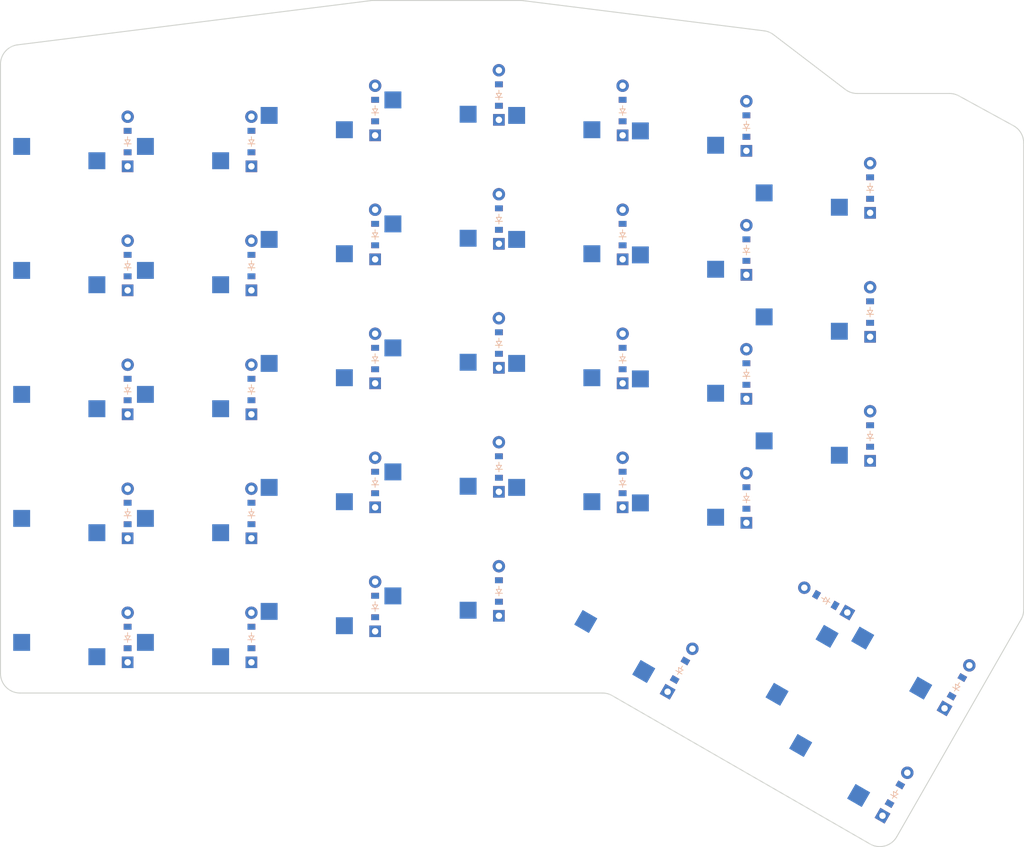
<source format=kicad_pcb>


(kicad_pcb (version 20171130) (host pcbnew 5.1.6)

  (page A3)
  (title_block
    (title "slimdash_left")
    (rev "v1.0.0")
    (company "Unknown")
  )

  (general
    (thickness 1.6)
  )

  (layers
    (0 F.Cu signal)
    (31 B.Cu signal)
    (32 B.Adhes user)
    (33 F.Adhes user)
    (34 B.Paste user)
    (35 F.Paste user)
    (36 B.SilkS user)
    (37 F.SilkS user)
    (38 B.Mask user)
    (39 F.Mask user)
    (40 Dwgs.User user)
    (41 Cmts.User user)
    (42 Eco1.User user)
    (43 Eco2.User user)
    (44 Edge.Cuts user)
    (45 Margin user)
    (46 B.CrtYd user)
    (47 F.CrtYd user)
    (48 B.Fab user)
    (49 F.Fab user)
  )

  (setup
    (last_trace_width 0.25)
    (trace_clearance 0.2)
    (zone_clearance 0.508)
    (zone_45_only no)
    (trace_min 0.2)
    (via_size 0.8)
    (via_drill 0.4)
    (via_min_size 0.4)
    (via_min_drill 0.3)
    (uvia_size 0.3)
    (uvia_drill 0.1)
    (uvias_allowed no)
    (uvia_min_size 0.2)
    (uvia_min_drill 0.1)
    (edge_width 0.05)
    (segment_width 0.2)
    (pcb_text_width 0.3)
    (pcb_text_size 1.5 1.5)
    (mod_edge_width 0.12)
    (mod_text_size 1 1)
    (mod_text_width 0.15)
    (pad_size 1.524 1.524)
    (pad_drill 0.762)
    (pad_to_mask_clearance 0.05)
    (aux_axis_origin 0 0)
    (visible_elements FFFFFF7F)
    (pcbplotparams
      (layerselection 0x010fc_ffffffff)
      (usegerberextensions false)
      (usegerberattributes true)
      (usegerberadvancedattributes true)
      (creategerberjobfile true)
      (excludeedgelayer true)
      (linewidth 0.100000)
      (plotframeref false)
      (viasonmask false)
      (mode 1)
      (useauxorigin false)
      (hpglpennumber 1)
      (hpglpenspeed 20)
      (hpglpendiameter 15.000000)
      (psnegative false)
      (psa4output false)
      (plotreference true)
      (plotvalue true)
      (plotinvisibletext false)
      (padsonsilk false)
      (subtractmaskfromsilk false)
      (outputformat 1)
      (mirror false)
      (drillshape 1)
      (scaleselection 1)
      (outputdirectory ""))
  )

  (net 0 "")
(net 1 "COL1")
(net 2 "mcone_mrone")
(net 3 "mcone_mrtwo")
(net 4 "mcone_mrthree")
(net 5 "mcone_mrfour")
(net 6 "COL2")
(net 7 "mctwo_mrone")
(net 8 "mctwo_mrtwo")
(net 9 "mctwo_mrthree")
(net 10 "mctwo_mrfour")
(net 11 "COL3")
(net 12 "mcthree_mrone")
(net 13 "mcthree_mrtwo")
(net 14 "mcthree_mrthree")
(net 15 "mcthree_mrfour")
(net 16 "COL4")
(net 17 "mcfour_mrone")
(net 18 "mcfour_mrtwo")
(net 19 "mcfour_mrthree")
(net 20 "mcfour_mrfour")
(net 21 "COL5")
(net 22 "mcfive_mrone")
(net 23 "mcfive_mrtwo")
(net 24 "mcfive_mrthree")
(net 25 "mcfive_mrfour")
(net 26 "COL6")
(net 27 "mcsix_mrone")
(net 28 "mcsix_mrtwo")
(net 29 "mcsix_mrthree")
(net 30 "mcsix_mrfour")
(net 31 "COL7")
(net 32 "icone_irone")
(net 33 "icone_irtwo")
(net 34 "icone_irthree")
(net 35 "lcone_lrone")
(net 36 "lctwo_lrone")
(net 37 "lcthree_lrone")
(net 38 "lcfour_lrone")
(net 39 "tcone_trone")
(net 40 "tctwo_trone")
(net 41 "tOcone_tOrone")
(net 42 "tOcone_tOrtwo")
(net 43 "ROW2")
(net 44 "ROW3")
(net 45 "ROW4")
(net 46 "ROW5")
(net 47 "ROW1")

  (net_class Default "This is the default net class."
    (clearance 0.2)
    (trace_width 0.25)
    (via_dia 0.8)
    (via_drill 0.4)
    (uvia_dia 0.3)
    (uvia_drill 0.1)
    (add_net "")
(add_net "COL1")
(add_net "mcone_mrone")
(add_net "mcone_mrtwo")
(add_net "mcone_mrthree")
(add_net "mcone_mrfour")
(add_net "COL2")
(add_net "mctwo_mrone")
(add_net "mctwo_mrtwo")
(add_net "mctwo_mrthree")
(add_net "mctwo_mrfour")
(add_net "COL3")
(add_net "mcthree_mrone")
(add_net "mcthree_mrtwo")
(add_net "mcthree_mrthree")
(add_net "mcthree_mrfour")
(add_net "COL4")
(add_net "mcfour_mrone")
(add_net "mcfour_mrtwo")
(add_net "mcfour_mrthree")
(add_net "mcfour_mrfour")
(add_net "COL5")
(add_net "mcfive_mrone")
(add_net "mcfive_mrtwo")
(add_net "mcfive_mrthree")
(add_net "mcfive_mrfour")
(add_net "COL6")
(add_net "mcsix_mrone")
(add_net "mcsix_mrtwo")
(add_net "mcsix_mrthree")
(add_net "mcsix_mrfour")
(add_net "COL7")
(add_net "icone_irone")
(add_net "icone_irtwo")
(add_net "icone_irthree")
(add_net "lcone_lrone")
(add_net "lctwo_lrone")
(add_net "lcthree_lrone")
(add_net "lcfour_lrone")
(add_net "tcone_trone")
(add_net "tctwo_trone")
(add_net "tOcone_tOrone")
(add_net "tOcone_tOrtwo")
(add_net "ROW2")
(add_net "ROW3")
(add_net "ROW4")
(add_net "ROW5")
(add_net "ROW1")
  )

  
        
      (module PG1350 (layer F.Cu) (tedit 5DD50112)
      (at 50 100 180)

      
      (fp_text reference "S1" (at 0 0) (layer F.SilkS) hide (effects (font (size 1.27 1.27) (thickness 0.15))))
      (fp_text value "" (at 0 0) (layer F.SilkS) hide (effects (font (size 1.27 1.27) (thickness 0.15))))

      
      (fp_line (start -7 -6) (end -7 -7) (layer Dwgs.User) (width 0.15))
      (fp_line (start -7 7) (end -6 7) (layer Dwgs.User) (width 0.15))
      (fp_line (start -6 -7) (end -7 -7) (layer Dwgs.User) (width 0.15))
      (fp_line (start -7 7) (end -7 6) (layer Dwgs.User) (width 0.15))
      (fp_line (start 7 6) (end 7 7) (layer Dwgs.User) (width 0.15))
      (fp_line (start 7 -7) (end 6 -7) (layer Dwgs.User) (width 0.15))
      (fp_line (start 6 7) (end 7 7) (layer Dwgs.User) (width 0.15))
      (fp_line (start 7 -7) (end 7 -6) (layer Dwgs.User) (width 0.15))      
      
      
      (pad "" np_thru_hole circle (at 0 0) (size 3.429 3.429) (drill 3.429) (layers *.Cu *.Mask))
        
      
      (pad "" np_thru_hole circle (at 5.5 0) (size 1.7018 1.7018) (drill 1.7018) (layers *.Cu *.Mask))
      (pad "" np_thru_hole circle (at -5.5 0) (size 1.7018 1.7018) (drill 1.7018) (layers *.Cu *.Mask))
      
        
      
      (fp_line (start -9 -8.5) (end 9 -8.5) (layer Dwgs.User) (width 0.15))
      (fp_line (start 9 -8.5) (end 9 8.5) (layer Dwgs.User) (width 0.15))
      (fp_line (start 9 8.5) (end -9 8.5) (layer Dwgs.User) (width 0.15))
      (fp_line (start -9 8.5) (end -9 -8.5) (layer Dwgs.User) (width 0.15))
      
        
          
          (pad "" np_thru_hole circle (at 5 -3.75) (size 3 3) (drill 3) (layers *.Cu *.Mask))
          (pad "" np_thru_hole circle (at 0 -5.95) (size 3 3) (drill 3) (layers *.Cu *.Mask))
      
          
          (pad 1 smd rect (at -3.275 -5.95 180) (size 2.6 2.6) (layers B.Cu B.Paste B.Mask)  (net 1 "COL1"))
          (pad 2 smd rect (at 8.275 -3.75 180) (size 2.6 2.6) (layers B.Cu B.Paste B.Mask)  (net 2 "mcone_mrone"))
        )
        

        
      (module PG1350 (layer F.Cu) (tedit 5DD50112)
      (at 50 80.95 180)

      
      (fp_text reference "S2" (at 0 0) (layer F.SilkS) hide (effects (font (size 1.27 1.27) (thickness 0.15))))
      (fp_text value "" (at 0 0) (layer F.SilkS) hide (effects (font (size 1.27 1.27) (thickness 0.15))))

      
      (fp_line (start -7 -6) (end -7 -7) (layer Dwgs.User) (width 0.15))
      (fp_line (start -7 7) (end -6 7) (layer Dwgs.User) (width 0.15))
      (fp_line (start -6 -7) (end -7 -7) (layer Dwgs.User) (width 0.15))
      (fp_line (start -7 7) (end -7 6) (layer Dwgs.User) (width 0.15))
      (fp_line (start 7 6) (end 7 7) (layer Dwgs.User) (width 0.15))
      (fp_line (start 7 -7) (end 6 -7) (layer Dwgs.User) (width 0.15))
      (fp_line (start 6 7) (end 7 7) (layer Dwgs.User) (width 0.15))
      (fp_line (start 7 -7) (end 7 -6) (layer Dwgs.User) (width 0.15))      
      
      
      (pad "" np_thru_hole circle (at 0 0) (size 3.429 3.429) (drill 3.429) (layers *.Cu *.Mask))
        
      
      (pad "" np_thru_hole circle (at 5.5 0) (size 1.7018 1.7018) (drill 1.7018) (layers *.Cu *.Mask))
      (pad "" np_thru_hole circle (at -5.5 0) (size 1.7018 1.7018) (drill 1.7018) (layers *.Cu *.Mask))
      
        
      
      (fp_line (start -9 -8.5) (end 9 -8.5) (layer Dwgs.User) (width 0.15))
      (fp_line (start 9 -8.5) (end 9 8.5) (layer Dwgs.User) (width 0.15))
      (fp_line (start 9 8.5) (end -9 8.5) (layer Dwgs.User) (width 0.15))
      (fp_line (start -9 8.5) (end -9 -8.5) (layer Dwgs.User) (width 0.15))
      
        
          
          (pad "" np_thru_hole circle (at 5 -3.75) (size 3 3) (drill 3) (layers *.Cu *.Mask))
          (pad "" np_thru_hole circle (at 0 -5.95) (size 3 3) (drill 3) (layers *.Cu *.Mask))
      
          
          (pad 1 smd rect (at -3.275 -5.95 180) (size 2.6 2.6) (layers B.Cu B.Paste B.Mask)  (net 1 "COL1"))
          (pad 2 smd rect (at 8.275 -3.75 180) (size 2.6 2.6) (layers B.Cu B.Paste B.Mask)  (net 3 "mcone_mrtwo"))
        )
        

        
      (module PG1350 (layer F.Cu) (tedit 5DD50112)
      (at 50 61.900000000000006 180)

      
      (fp_text reference "S3" (at 0 0) (layer F.SilkS) hide (effects (font (size 1.27 1.27) (thickness 0.15))))
      (fp_text value "" (at 0 0) (layer F.SilkS) hide (effects (font (size 1.27 1.27) (thickness 0.15))))

      
      (fp_line (start -7 -6) (end -7 -7) (layer Dwgs.User) (width 0.15))
      (fp_line (start -7 7) (end -6 7) (layer Dwgs.User) (width 0.15))
      (fp_line (start -6 -7) (end -7 -7) (layer Dwgs.User) (width 0.15))
      (fp_line (start -7 7) (end -7 6) (layer Dwgs.User) (width 0.15))
      (fp_line (start 7 6) (end 7 7) (layer Dwgs.User) (width 0.15))
      (fp_line (start 7 -7) (end 6 -7) (layer Dwgs.User) (width 0.15))
      (fp_line (start 6 7) (end 7 7) (layer Dwgs.User) (width 0.15))
      (fp_line (start 7 -7) (end 7 -6) (layer Dwgs.User) (width 0.15))      
      
      
      (pad "" np_thru_hole circle (at 0 0) (size 3.429 3.429) (drill 3.429) (layers *.Cu *.Mask))
        
      
      (pad "" np_thru_hole circle (at 5.5 0) (size 1.7018 1.7018) (drill 1.7018) (layers *.Cu *.Mask))
      (pad "" np_thru_hole circle (at -5.5 0) (size 1.7018 1.7018) (drill 1.7018) (layers *.Cu *.Mask))
      
        
      
      (fp_line (start -9 -8.5) (end 9 -8.5) (layer Dwgs.User) (width 0.15))
      (fp_line (start 9 -8.5) (end 9 8.5) (layer Dwgs.User) (width 0.15))
      (fp_line (start 9 8.5) (end -9 8.5) (layer Dwgs.User) (width 0.15))
      (fp_line (start -9 8.5) (end -9 -8.5) (layer Dwgs.User) (width 0.15))
      
        
          
          (pad "" np_thru_hole circle (at 5 -3.75) (size 3 3) (drill 3) (layers *.Cu *.Mask))
          (pad "" np_thru_hole circle (at 0 -5.95) (size 3 3) (drill 3) (layers *.Cu *.Mask))
      
          
          (pad 1 smd rect (at -3.275 -5.95 180) (size 2.6 2.6) (layers B.Cu B.Paste B.Mask)  (net 1 "COL1"))
          (pad 2 smd rect (at 8.275 -3.75 180) (size 2.6 2.6) (layers B.Cu B.Paste B.Mask)  (net 4 "mcone_mrthree"))
        )
        

        
      (module PG1350 (layer F.Cu) (tedit 5DD50112)
      (at 50 42.85000000000001 180)

      
      (fp_text reference "S4" (at 0 0) (layer F.SilkS) hide (effects (font (size 1.27 1.27) (thickness 0.15))))
      (fp_text value "" (at 0 0) (layer F.SilkS) hide (effects (font (size 1.27 1.27) (thickness 0.15))))

      
      (fp_line (start -7 -6) (end -7 -7) (layer Dwgs.User) (width 0.15))
      (fp_line (start -7 7) (end -6 7) (layer Dwgs.User) (width 0.15))
      (fp_line (start -6 -7) (end -7 -7) (layer Dwgs.User) (width 0.15))
      (fp_line (start -7 7) (end -7 6) (layer Dwgs.User) (width 0.15))
      (fp_line (start 7 6) (end 7 7) (layer Dwgs.User) (width 0.15))
      (fp_line (start 7 -7) (end 6 -7) (layer Dwgs.User) (width 0.15))
      (fp_line (start 6 7) (end 7 7) (layer Dwgs.User) (width 0.15))
      (fp_line (start 7 -7) (end 7 -6) (layer Dwgs.User) (width 0.15))      
      
      
      (pad "" np_thru_hole circle (at 0 0) (size 3.429 3.429) (drill 3.429) (layers *.Cu *.Mask))
        
      
      (pad "" np_thru_hole circle (at 5.5 0) (size 1.7018 1.7018) (drill 1.7018) (layers *.Cu *.Mask))
      (pad "" np_thru_hole circle (at -5.5 0) (size 1.7018 1.7018) (drill 1.7018) (layers *.Cu *.Mask))
      
        
      
      (fp_line (start -9 -8.5) (end 9 -8.5) (layer Dwgs.User) (width 0.15))
      (fp_line (start 9 -8.5) (end 9 8.5) (layer Dwgs.User) (width 0.15))
      (fp_line (start 9 8.5) (end -9 8.5) (layer Dwgs.User) (width 0.15))
      (fp_line (start -9 8.5) (end -9 -8.5) (layer Dwgs.User) (width 0.15))
      
        
          
          (pad "" np_thru_hole circle (at 5 -3.75) (size 3 3) (drill 3) (layers *.Cu *.Mask))
          (pad "" np_thru_hole circle (at 0 -5.95) (size 3 3) (drill 3) (layers *.Cu *.Mask))
      
          
          (pad 1 smd rect (at -3.275 -5.95 180) (size 2.6 2.6) (layers B.Cu B.Paste B.Mask)  (net 1 "COL1"))
          (pad 2 smd rect (at 8.275 -3.75 180) (size 2.6 2.6) (layers B.Cu B.Paste B.Mask)  (net 5 "mcone_mrfour"))
        )
        

        
      (module PG1350 (layer F.Cu) (tedit 5DD50112)
      (at 69 100 180)

      
      (fp_text reference "S5" (at 0 0) (layer F.SilkS) hide (effects (font (size 1.27 1.27) (thickness 0.15))))
      (fp_text value "" (at 0 0) (layer F.SilkS) hide (effects (font (size 1.27 1.27) (thickness 0.15))))

      
      (fp_line (start -7 -6) (end -7 -7) (layer Dwgs.User) (width 0.15))
      (fp_line (start -7 7) (end -6 7) (layer Dwgs.User) (width 0.15))
      (fp_line (start -6 -7) (end -7 -7) (layer Dwgs.User) (width 0.15))
      (fp_line (start -7 7) (end -7 6) (layer Dwgs.User) (width 0.15))
      (fp_line (start 7 6) (end 7 7) (layer Dwgs.User) (width 0.15))
      (fp_line (start 7 -7) (end 6 -7) (layer Dwgs.User) (width 0.15))
      (fp_line (start 6 7) (end 7 7) (layer Dwgs.User) (width 0.15))
      (fp_line (start 7 -7) (end 7 -6) (layer Dwgs.User) (width 0.15))      
      
      
      (pad "" np_thru_hole circle (at 0 0) (size 3.429 3.429) (drill 3.429) (layers *.Cu *.Mask))
        
      
      (pad "" np_thru_hole circle (at 5.5 0) (size 1.7018 1.7018) (drill 1.7018) (layers *.Cu *.Mask))
      (pad "" np_thru_hole circle (at -5.5 0) (size 1.7018 1.7018) (drill 1.7018) (layers *.Cu *.Mask))
      
        
      
      (fp_line (start -9 -8.5) (end 9 -8.5) (layer Dwgs.User) (width 0.15))
      (fp_line (start 9 -8.5) (end 9 8.5) (layer Dwgs.User) (width 0.15))
      (fp_line (start 9 8.5) (end -9 8.5) (layer Dwgs.User) (width 0.15))
      (fp_line (start -9 8.5) (end -9 -8.5) (layer Dwgs.User) (width 0.15))
      
        
          
          (pad "" np_thru_hole circle (at 5 -3.75) (size 3 3) (drill 3) (layers *.Cu *.Mask))
          (pad "" np_thru_hole circle (at 0 -5.95) (size 3 3) (drill 3) (layers *.Cu *.Mask))
      
          
          (pad 1 smd rect (at -3.275 -5.95 180) (size 2.6 2.6) (layers B.Cu B.Paste B.Mask)  (net 6 "COL2"))
          (pad 2 smd rect (at 8.275 -3.75 180) (size 2.6 2.6) (layers B.Cu B.Paste B.Mask)  (net 7 "mctwo_mrone"))
        )
        

        
      (module PG1350 (layer F.Cu) (tedit 5DD50112)
      (at 69 80.95 180)

      
      (fp_text reference "S6" (at 0 0) (layer F.SilkS) hide (effects (font (size 1.27 1.27) (thickness 0.15))))
      (fp_text value "" (at 0 0) (layer F.SilkS) hide (effects (font (size 1.27 1.27) (thickness 0.15))))

      
      (fp_line (start -7 -6) (end -7 -7) (layer Dwgs.User) (width 0.15))
      (fp_line (start -7 7) (end -6 7) (layer Dwgs.User) (width 0.15))
      (fp_line (start -6 -7) (end -7 -7) (layer Dwgs.User) (width 0.15))
      (fp_line (start -7 7) (end -7 6) (layer Dwgs.User) (width 0.15))
      (fp_line (start 7 6) (end 7 7) (layer Dwgs.User) (width 0.15))
      (fp_line (start 7 -7) (end 6 -7) (layer Dwgs.User) (width 0.15))
      (fp_line (start 6 7) (end 7 7) (layer Dwgs.User) (width 0.15))
      (fp_line (start 7 -7) (end 7 -6) (layer Dwgs.User) (width 0.15))      
      
      
      (pad "" np_thru_hole circle (at 0 0) (size 3.429 3.429) (drill 3.429) (layers *.Cu *.Mask))
        
      
      (pad "" np_thru_hole circle (at 5.5 0) (size 1.7018 1.7018) (drill 1.7018) (layers *.Cu *.Mask))
      (pad "" np_thru_hole circle (at -5.5 0) (size 1.7018 1.7018) (drill 1.7018) (layers *.Cu *.Mask))
      
        
      
      (fp_line (start -9 -8.5) (end 9 -8.5) (layer Dwgs.User) (width 0.15))
      (fp_line (start 9 -8.5) (end 9 8.5) (layer Dwgs.User) (width 0.15))
      (fp_line (start 9 8.5) (end -9 8.5) (layer Dwgs.User) (width 0.15))
      (fp_line (start -9 8.5) (end -9 -8.5) (layer Dwgs.User) (width 0.15))
      
        
          
          (pad "" np_thru_hole circle (at 5 -3.75) (size 3 3) (drill 3) (layers *.Cu *.Mask))
          (pad "" np_thru_hole circle (at 0 -5.95) (size 3 3) (drill 3) (layers *.Cu *.Mask))
      
          
          (pad 1 smd rect (at -3.275 -5.95 180) (size 2.6 2.6) (layers B.Cu B.Paste B.Mask)  (net 6 "COL2"))
          (pad 2 smd rect (at 8.275 -3.75 180) (size 2.6 2.6) (layers B.Cu B.Paste B.Mask)  (net 8 "mctwo_mrtwo"))
        )
        

        
      (module PG1350 (layer F.Cu) (tedit 5DD50112)
      (at 69 61.900000000000006 180)

      
      (fp_text reference "S7" (at 0 0) (layer F.SilkS) hide (effects (font (size 1.27 1.27) (thickness 0.15))))
      (fp_text value "" (at 0 0) (layer F.SilkS) hide (effects (font (size 1.27 1.27) (thickness 0.15))))

      
      (fp_line (start -7 -6) (end -7 -7) (layer Dwgs.User) (width 0.15))
      (fp_line (start -7 7) (end -6 7) (layer Dwgs.User) (width 0.15))
      (fp_line (start -6 -7) (end -7 -7) (layer Dwgs.User) (width 0.15))
      (fp_line (start -7 7) (end -7 6) (layer Dwgs.User) (width 0.15))
      (fp_line (start 7 6) (end 7 7) (layer Dwgs.User) (width 0.15))
      (fp_line (start 7 -7) (end 6 -7) (layer Dwgs.User) (width 0.15))
      (fp_line (start 6 7) (end 7 7) (layer Dwgs.User) (width 0.15))
      (fp_line (start 7 -7) (end 7 -6) (layer Dwgs.User) (width 0.15))      
      
      
      (pad "" np_thru_hole circle (at 0 0) (size 3.429 3.429) (drill 3.429) (layers *.Cu *.Mask))
        
      
      (pad "" np_thru_hole circle (at 5.5 0) (size 1.7018 1.7018) (drill 1.7018) (layers *.Cu *.Mask))
      (pad "" np_thru_hole circle (at -5.5 0) (size 1.7018 1.7018) (drill 1.7018) (layers *.Cu *.Mask))
      
        
      
      (fp_line (start -9 -8.5) (end 9 -8.5) (layer Dwgs.User) (width 0.15))
      (fp_line (start 9 -8.5) (end 9 8.5) (layer Dwgs.User) (width 0.15))
      (fp_line (start 9 8.5) (end -9 8.5) (layer Dwgs.User) (width 0.15))
      (fp_line (start -9 8.5) (end -9 -8.5) (layer Dwgs.User) (width 0.15))
      
        
          
          (pad "" np_thru_hole circle (at 5 -3.75) (size 3 3) (drill 3) (layers *.Cu *.Mask))
          (pad "" np_thru_hole circle (at 0 -5.95) (size 3 3) (drill 3) (layers *.Cu *.Mask))
      
          
          (pad 1 smd rect (at -3.275 -5.95 180) (size 2.6 2.6) (layers B.Cu B.Paste B.Mask)  (net 6 "COL2"))
          (pad 2 smd rect (at 8.275 -3.75 180) (size 2.6 2.6) (layers B.Cu B.Paste B.Mask)  (net 9 "mctwo_mrthree"))
        )
        

        
      (module PG1350 (layer F.Cu) (tedit 5DD50112)
      (at 69 42.85000000000001 180)

      
      (fp_text reference "S8" (at 0 0) (layer F.SilkS) hide (effects (font (size 1.27 1.27) (thickness 0.15))))
      (fp_text value "" (at 0 0) (layer F.SilkS) hide (effects (font (size 1.27 1.27) (thickness 0.15))))

      
      (fp_line (start -7 -6) (end -7 -7) (layer Dwgs.User) (width 0.15))
      (fp_line (start -7 7) (end -6 7) (layer Dwgs.User) (width 0.15))
      (fp_line (start -6 -7) (end -7 -7) (layer Dwgs.User) (width 0.15))
      (fp_line (start -7 7) (end -7 6) (layer Dwgs.User) (width 0.15))
      (fp_line (start 7 6) (end 7 7) (layer Dwgs.User) (width 0.15))
      (fp_line (start 7 -7) (end 6 -7) (layer Dwgs.User) (width 0.15))
      (fp_line (start 6 7) (end 7 7) (layer Dwgs.User) (width 0.15))
      (fp_line (start 7 -7) (end 7 -6) (layer Dwgs.User) (width 0.15))      
      
      
      (pad "" np_thru_hole circle (at 0 0) (size 3.429 3.429) (drill 3.429) (layers *.Cu *.Mask))
        
      
      (pad "" np_thru_hole circle (at 5.5 0) (size 1.7018 1.7018) (drill 1.7018) (layers *.Cu *.Mask))
      (pad "" np_thru_hole circle (at -5.5 0) (size 1.7018 1.7018) (drill 1.7018) (layers *.Cu *.Mask))
      
        
      
      (fp_line (start -9 -8.5) (end 9 -8.5) (layer Dwgs.User) (width 0.15))
      (fp_line (start 9 -8.5) (end 9 8.5) (layer Dwgs.User) (width 0.15))
      (fp_line (start 9 8.5) (end -9 8.5) (layer Dwgs.User) (width 0.15))
      (fp_line (start -9 8.5) (end -9 -8.5) (layer Dwgs.User) (width 0.15))
      
        
          
          (pad "" np_thru_hole circle (at 5 -3.75) (size 3 3) (drill 3) (layers *.Cu *.Mask))
          (pad "" np_thru_hole circle (at 0 -5.95) (size 3 3) (drill 3) (layers *.Cu *.Mask))
      
          
          (pad 1 smd rect (at -3.275 -5.95 180) (size 2.6 2.6) (layers B.Cu B.Paste B.Mask)  (net 6 "COL2"))
          (pad 2 smd rect (at 8.275 -3.75 180) (size 2.6 2.6) (layers B.Cu B.Paste B.Mask)  (net 10 "mctwo_mrfour"))
        )
        

        
      (module PG1350 (layer F.Cu) (tedit 5DD50112)
      (at 88 95.2375 180)

      
      (fp_text reference "S9" (at 0 0) (layer F.SilkS) hide (effects (font (size 1.27 1.27) (thickness 0.15))))
      (fp_text value "" (at 0 0) (layer F.SilkS) hide (effects (font (size 1.27 1.27) (thickness 0.15))))

      
      (fp_line (start -7 -6) (end -7 -7) (layer Dwgs.User) (width 0.15))
      (fp_line (start -7 7) (end -6 7) (layer Dwgs.User) (width 0.15))
      (fp_line (start -6 -7) (end -7 -7) (layer Dwgs.User) (width 0.15))
      (fp_line (start -7 7) (end -7 6) (layer Dwgs.User) (width 0.15))
      (fp_line (start 7 6) (end 7 7) (layer Dwgs.User) (width 0.15))
      (fp_line (start 7 -7) (end 6 -7) (layer Dwgs.User) (width 0.15))
      (fp_line (start 6 7) (end 7 7) (layer Dwgs.User) (width 0.15))
      (fp_line (start 7 -7) (end 7 -6) (layer Dwgs.User) (width 0.15))      
      
      
      (pad "" np_thru_hole circle (at 0 0) (size 3.429 3.429) (drill 3.429) (layers *.Cu *.Mask))
        
      
      (pad "" np_thru_hole circle (at 5.5 0) (size 1.7018 1.7018) (drill 1.7018) (layers *.Cu *.Mask))
      (pad "" np_thru_hole circle (at -5.5 0) (size 1.7018 1.7018) (drill 1.7018) (layers *.Cu *.Mask))
      
        
      
      (fp_line (start -9 -8.5) (end 9 -8.5) (layer Dwgs.User) (width 0.15))
      (fp_line (start 9 -8.5) (end 9 8.5) (layer Dwgs.User) (width 0.15))
      (fp_line (start 9 8.5) (end -9 8.5) (layer Dwgs.User) (width 0.15))
      (fp_line (start -9 8.5) (end -9 -8.5) (layer Dwgs.User) (width 0.15))
      
        
          
          (pad "" np_thru_hole circle (at 5 -3.75) (size 3 3) (drill 3) (layers *.Cu *.Mask))
          (pad "" np_thru_hole circle (at 0 -5.95) (size 3 3) (drill 3) (layers *.Cu *.Mask))
      
          
          (pad 1 smd rect (at -3.275 -5.95 180) (size 2.6 2.6) (layers B.Cu B.Paste B.Mask)  (net 11 "COL3"))
          (pad 2 smd rect (at 8.275 -3.75 180) (size 2.6 2.6) (layers B.Cu B.Paste B.Mask)  (net 12 "mcthree_mrone"))
        )
        

        
      (module PG1350 (layer F.Cu) (tedit 5DD50112)
      (at 88 76.1875 180)

      
      (fp_text reference "S10" (at 0 0) (layer F.SilkS) hide (effects (font (size 1.27 1.27) (thickness 0.15))))
      (fp_text value "" (at 0 0) (layer F.SilkS) hide (effects (font (size 1.27 1.27) (thickness 0.15))))

      
      (fp_line (start -7 -6) (end -7 -7) (layer Dwgs.User) (width 0.15))
      (fp_line (start -7 7) (end -6 7) (layer Dwgs.User) (width 0.15))
      (fp_line (start -6 -7) (end -7 -7) (layer Dwgs.User) (width 0.15))
      (fp_line (start -7 7) (end -7 6) (layer Dwgs.User) (width 0.15))
      (fp_line (start 7 6) (end 7 7) (layer Dwgs.User) (width 0.15))
      (fp_line (start 7 -7) (end 6 -7) (layer Dwgs.User) (width 0.15))
      (fp_line (start 6 7) (end 7 7) (layer Dwgs.User) (width 0.15))
      (fp_line (start 7 -7) (end 7 -6) (layer Dwgs.User) (width 0.15))      
      
      
      (pad "" np_thru_hole circle (at 0 0) (size 3.429 3.429) (drill 3.429) (layers *.Cu *.Mask))
        
      
      (pad "" np_thru_hole circle (at 5.5 0) (size 1.7018 1.7018) (drill 1.7018) (layers *.Cu *.Mask))
      (pad "" np_thru_hole circle (at -5.5 0) (size 1.7018 1.7018) (drill 1.7018) (layers *.Cu *.Mask))
      
        
      
      (fp_line (start -9 -8.5) (end 9 -8.5) (layer Dwgs.User) (width 0.15))
      (fp_line (start 9 -8.5) (end 9 8.5) (layer Dwgs.User) (width 0.15))
      (fp_line (start 9 8.5) (end -9 8.5) (layer Dwgs.User) (width 0.15))
      (fp_line (start -9 8.5) (end -9 -8.5) (layer Dwgs.User) (width 0.15))
      
        
          
          (pad "" np_thru_hole circle (at 5 -3.75) (size 3 3) (drill 3) (layers *.Cu *.Mask))
          (pad "" np_thru_hole circle (at 0 -5.95) (size 3 3) (drill 3) (layers *.Cu *.Mask))
      
          
          (pad 1 smd rect (at -3.275 -5.95 180) (size 2.6 2.6) (layers B.Cu B.Paste B.Mask)  (net 11 "COL3"))
          (pad 2 smd rect (at 8.275 -3.75 180) (size 2.6 2.6) (layers B.Cu B.Paste B.Mask)  (net 13 "mcthree_mrtwo"))
        )
        

        
      (module PG1350 (layer F.Cu) (tedit 5DD50112)
      (at 88 57.1375 180)

      
      (fp_text reference "S11" (at 0 0) (layer F.SilkS) hide (effects (font (size 1.27 1.27) (thickness 0.15))))
      (fp_text value "" (at 0 0) (layer F.SilkS) hide (effects (font (size 1.27 1.27) (thickness 0.15))))

      
      (fp_line (start -7 -6) (end -7 -7) (layer Dwgs.User) (width 0.15))
      (fp_line (start -7 7) (end -6 7) (layer Dwgs.User) (width 0.15))
      (fp_line (start -6 -7) (end -7 -7) (layer Dwgs.User) (width 0.15))
      (fp_line (start -7 7) (end -7 6) (layer Dwgs.User) (width 0.15))
      (fp_line (start 7 6) (end 7 7) (layer Dwgs.User) (width 0.15))
      (fp_line (start 7 -7) (end 6 -7) (layer Dwgs.User) (width 0.15))
      (fp_line (start 6 7) (end 7 7) (layer Dwgs.User) (width 0.15))
      (fp_line (start 7 -7) (end 7 -6) (layer Dwgs.User) (width 0.15))      
      
      
      (pad "" np_thru_hole circle (at 0 0) (size 3.429 3.429) (drill 3.429) (layers *.Cu *.Mask))
        
      
      (pad "" np_thru_hole circle (at 5.5 0) (size 1.7018 1.7018) (drill 1.7018) (layers *.Cu *.Mask))
      (pad "" np_thru_hole circle (at -5.5 0) (size 1.7018 1.7018) (drill 1.7018) (layers *.Cu *.Mask))
      
        
      
      (fp_line (start -9 -8.5) (end 9 -8.5) (layer Dwgs.User) (width 0.15))
      (fp_line (start 9 -8.5) (end 9 8.5) (layer Dwgs.User) (width 0.15))
      (fp_line (start 9 8.5) (end -9 8.5) (layer Dwgs.User) (width 0.15))
      (fp_line (start -9 8.5) (end -9 -8.5) (layer Dwgs.User) (width 0.15))
      
        
          
          (pad "" np_thru_hole circle (at 5 -3.75) (size 3 3) (drill 3) (layers *.Cu *.Mask))
          (pad "" np_thru_hole circle (at 0 -5.95) (size 3 3) (drill 3) (layers *.Cu *.Mask))
      
          
          (pad 1 smd rect (at -3.275 -5.95 180) (size 2.6 2.6) (layers B.Cu B.Paste B.Mask)  (net 11 "COL3"))
          (pad 2 smd rect (at 8.275 -3.75 180) (size 2.6 2.6) (layers B.Cu B.Paste B.Mask)  (net 14 "mcthree_mrthree"))
        )
        

        
      (module PG1350 (layer F.Cu) (tedit 5DD50112)
      (at 88 38.087500000000006 180)

      
      (fp_text reference "S12" (at 0 0) (layer F.SilkS) hide (effects (font (size 1.27 1.27) (thickness 0.15))))
      (fp_text value "" (at 0 0) (layer F.SilkS) hide (effects (font (size 1.27 1.27) (thickness 0.15))))

      
      (fp_line (start -7 -6) (end -7 -7) (layer Dwgs.User) (width 0.15))
      (fp_line (start -7 7) (end -6 7) (layer Dwgs.User) (width 0.15))
      (fp_line (start -6 -7) (end -7 -7) (layer Dwgs.User) (width 0.15))
      (fp_line (start -7 7) (end -7 6) (layer Dwgs.User) (width 0.15))
      (fp_line (start 7 6) (end 7 7) (layer Dwgs.User) (width 0.15))
      (fp_line (start 7 -7) (end 6 -7) (layer Dwgs.User) (width 0.15))
      (fp_line (start 6 7) (end 7 7) (layer Dwgs.User) (width 0.15))
      (fp_line (start 7 -7) (end 7 -6) (layer Dwgs.User) (width 0.15))      
      
      
      (pad "" np_thru_hole circle (at 0 0) (size 3.429 3.429) (drill 3.429) (layers *.Cu *.Mask))
        
      
      (pad "" np_thru_hole circle (at 5.5 0) (size 1.7018 1.7018) (drill 1.7018) (layers *.Cu *.Mask))
      (pad "" np_thru_hole circle (at -5.5 0) (size 1.7018 1.7018) (drill 1.7018) (layers *.Cu *.Mask))
      
        
      
      (fp_line (start -9 -8.5) (end 9 -8.5) (layer Dwgs.User) (width 0.15))
      (fp_line (start 9 -8.5) (end 9 8.5) (layer Dwgs.User) (width 0.15))
      (fp_line (start 9 8.5) (end -9 8.5) (layer Dwgs.User) (width 0.15))
      (fp_line (start -9 8.5) (end -9 -8.5) (layer Dwgs.User) (width 0.15))
      
        
          
          (pad "" np_thru_hole circle (at 5 -3.75) (size 3 3) (drill 3) (layers *.Cu *.Mask))
          (pad "" np_thru_hole circle (at 0 -5.95) (size 3 3) (drill 3) (layers *.Cu *.Mask))
      
          
          (pad 1 smd rect (at -3.275 -5.95 180) (size 2.6 2.6) (layers B.Cu B.Paste B.Mask)  (net 11 "COL3"))
          (pad 2 smd rect (at 8.275 -3.75 180) (size 2.6 2.6) (layers B.Cu B.Paste B.Mask)  (net 15 "mcthree_mrfour"))
        )
        

        
      (module PG1350 (layer F.Cu) (tedit 5DD50112)
      (at 107 92.85625 180)

      
      (fp_text reference "S13" (at 0 0) (layer F.SilkS) hide (effects (font (size 1.27 1.27) (thickness 0.15))))
      (fp_text value "" (at 0 0) (layer F.SilkS) hide (effects (font (size 1.27 1.27) (thickness 0.15))))

      
      (fp_line (start -7 -6) (end -7 -7) (layer Dwgs.User) (width 0.15))
      (fp_line (start -7 7) (end -6 7) (layer Dwgs.User) (width 0.15))
      (fp_line (start -6 -7) (end -7 -7) (layer Dwgs.User) (width 0.15))
      (fp_line (start -7 7) (end -7 6) (layer Dwgs.User) (width 0.15))
      (fp_line (start 7 6) (end 7 7) (layer Dwgs.User) (width 0.15))
      (fp_line (start 7 -7) (end 6 -7) (layer Dwgs.User) (width 0.15))
      (fp_line (start 6 7) (end 7 7) (layer Dwgs.User) (width 0.15))
      (fp_line (start 7 -7) (end 7 -6) (layer Dwgs.User) (width 0.15))      
      
      
      (pad "" np_thru_hole circle (at 0 0) (size 3.429 3.429) (drill 3.429) (layers *.Cu *.Mask))
        
      
      (pad "" np_thru_hole circle (at 5.5 0) (size 1.7018 1.7018) (drill 1.7018) (layers *.Cu *.Mask))
      (pad "" np_thru_hole circle (at -5.5 0) (size 1.7018 1.7018) (drill 1.7018) (layers *.Cu *.Mask))
      
        
      
      (fp_line (start -9 -8.5) (end 9 -8.5) (layer Dwgs.User) (width 0.15))
      (fp_line (start 9 -8.5) (end 9 8.5) (layer Dwgs.User) (width 0.15))
      (fp_line (start 9 8.5) (end -9 8.5) (layer Dwgs.User) (width 0.15))
      (fp_line (start -9 8.5) (end -9 -8.5) (layer Dwgs.User) (width 0.15))
      
        
          
          (pad "" np_thru_hole circle (at 5 -3.75) (size 3 3) (drill 3) (layers *.Cu *.Mask))
          (pad "" np_thru_hole circle (at 0 -5.95) (size 3 3) (drill 3) (layers *.Cu *.Mask))
      
          
          (pad 1 smd rect (at -3.275 -5.95 180) (size 2.6 2.6) (layers B.Cu B.Paste B.Mask)  (net 16 "COL4"))
          (pad 2 smd rect (at 8.275 -3.75 180) (size 2.6 2.6) (layers B.Cu B.Paste B.Mask)  (net 17 "mcfour_mrone"))
        )
        

        
      (module PG1350 (layer F.Cu) (tedit 5DD50112)
      (at 107 73.80625 180)

      
      (fp_text reference "S14" (at 0 0) (layer F.SilkS) hide (effects (font (size 1.27 1.27) (thickness 0.15))))
      (fp_text value "" (at 0 0) (layer F.SilkS) hide (effects (font (size 1.27 1.27) (thickness 0.15))))

      
      (fp_line (start -7 -6) (end -7 -7) (layer Dwgs.User) (width 0.15))
      (fp_line (start -7 7) (end -6 7) (layer Dwgs.User) (width 0.15))
      (fp_line (start -6 -7) (end -7 -7) (layer Dwgs.User) (width 0.15))
      (fp_line (start -7 7) (end -7 6) (layer Dwgs.User) (width 0.15))
      (fp_line (start 7 6) (end 7 7) (layer Dwgs.User) (width 0.15))
      (fp_line (start 7 -7) (end 6 -7) (layer Dwgs.User) (width 0.15))
      (fp_line (start 6 7) (end 7 7) (layer Dwgs.User) (width 0.15))
      (fp_line (start 7 -7) (end 7 -6) (layer Dwgs.User) (width 0.15))      
      
      
      (pad "" np_thru_hole circle (at 0 0) (size 3.429 3.429) (drill 3.429) (layers *.Cu *.Mask))
        
      
      (pad "" np_thru_hole circle (at 5.5 0) (size 1.7018 1.7018) (drill 1.7018) (layers *.Cu *.Mask))
      (pad "" np_thru_hole circle (at -5.5 0) (size 1.7018 1.7018) (drill 1.7018) (layers *.Cu *.Mask))
      
        
      
      (fp_line (start -9 -8.5) (end 9 -8.5) (layer Dwgs.User) (width 0.15))
      (fp_line (start 9 -8.5) (end 9 8.5) (layer Dwgs.User) (width 0.15))
      (fp_line (start 9 8.5) (end -9 8.5) (layer Dwgs.User) (width 0.15))
      (fp_line (start -9 8.5) (end -9 -8.5) (layer Dwgs.User) (width 0.15))
      
        
          
          (pad "" np_thru_hole circle (at 5 -3.75) (size 3 3) (drill 3) (layers *.Cu *.Mask))
          (pad "" np_thru_hole circle (at 0 -5.95) (size 3 3) (drill 3) (layers *.Cu *.Mask))
      
          
          (pad 1 smd rect (at -3.275 -5.95 180) (size 2.6 2.6) (layers B.Cu B.Paste B.Mask)  (net 16 "COL4"))
          (pad 2 smd rect (at 8.275 -3.75 180) (size 2.6 2.6) (layers B.Cu B.Paste B.Mask)  (net 18 "mcfour_mrtwo"))
        )
        

        
      (module PG1350 (layer F.Cu) (tedit 5DD50112)
      (at 107 54.75625000000001 180)

      
      (fp_text reference "S15" (at 0 0) (layer F.SilkS) hide (effects (font (size 1.27 1.27) (thickness 0.15))))
      (fp_text value "" (at 0 0) (layer F.SilkS) hide (effects (font (size 1.27 1.27) (thickness 0.15))))

      
      (fp_line (start -7 -6) (end -7 -7) (layer Dwgs.User) (width 0.15))
      (fp_line (start -7 7) (end -6 7) (layer Dwgs.User) (width 0.15))
      (fp_line (start -6 -7) (end -7 -7) (layer Dwgs.User) (width 0.15))
      (fp_line (start -7 7) (end -7 6) (layer Dwgs.User) (width 0.15))
      (fp_line (start 7 6) (end 7 7) (layer Dwgs.User) (width 0.15))
      (fp_line (start 7 -7) (end 6 -7) (layer Dwgs.User) (width 0.15))
      (fp_line (start 6 7) (end 7 7) (layer Dwgs.User) (width 0.15))
      (fp_line (start 7 -7) (end 7 -6) (layer Dwgs.User) (width 0.15))      
      
      
      (pad "" np_thru_hole circle (at 0 0) (size 3.429 3.429) (drill 3.429) (layers *.Cu *.Mask))
        
      
      (pad "" np_thru_hole circle (at 5.5 0) (size 1.7018 1.7018) (drill 1.7018) (layers *.Cu *.Mask))
      (pad "" np_thru_hole circle (at -5.5 0) (size 1.7018 1.7018) (drill 1.7018) (layers *.Cu *.Mask))
      
        
      
      (fp_line (start -9 -8.5) (end 9 -8.5) (layer Dwgs.User) (width 0.15))
      (fp_line (start 9 -8.5) (end 9 8.5) (layer Dwgs.User) (width 0.15))
      (fp_line (start 9 8.5) (end -9 8.5) (layer Dwgs.User) (width 0.15))
      (fp_line (start -9 8.5) (end -9 -8.5) (layer Dwgs.User) (width 0.15))
      
        
          
          (pad "" np_thru_hole circle (at 5 -3.75) (size 3 3) (drill 3) (layers *.Cu *.Mask))
          (pad "" np_thru_hole circle (at 0 -5.95) (size 3 3) (drill 3) (layers *.Cu *.Mask))
      
          
          (pad 1 smd rect (at -3.275 -5.95 180) (size 2.6 2.6) (layers B.Cu B.Paste B.Mask)  (net 16 "COL4"))
          (pad 2 smd rect (at 8.275 -3.75 180) (size 2.6 2.6) (layers B.Cu B.Paste B.Mask)  (net 19 "mcfour_mrthree"))
        )
        

        
      (module PG1350 (layer F.Cu) (tedit 5DD50112)
      (at 107 35.70625000000001 180)

      
      (fp_text reference "S16" (at 0 0) (layer F.SilkS) hide (effects (font (size 1.27 1.27) (thickness 0.15))))
      (fp_text value "" (at 0 0) (layer F.SilkS) hide (effects (font (size 1.27 1.27) (thickness 0.15))))

      
      (fp_line (start -7 -6) (end -7 -7) (layer Dwgs.User) (width 0.15))
      (fp_line (start -7 7) (end -6 7) (layer Dwgs.User) (width 0.15))
      (fp_line (start -6 -7) (end -7 -7) (layer Dwgs.User) (width 0.15))
      (fp_line (start -7 7) (end -7 6) (layer Dwgs.User) (width 0.15))
      (fp_line (start 7 6) (end 7 7) (layer Dwgs.User) (width 0.15))
      (fp_line (start 7 -7) (end 6 -7) (layer Dwgs.User) (width 0.15))
      (fp_line (start 6 7) (end 7 7) (layer Dwgs.User) (width 0.15))
      (fp_line (start 7 -7) (end 7 -6) (layer Dwgs.User) (width 0.15))      
      
      
      (pad "" np_thru_hole circle (at 0 0) (size 3.429 3.429) (drill 3.429) (layers *.Cu *.Mask))
        
      
      (pad "" np_thru_hole circle (at 5.5 0) (size 1.7018 1.7018) (drill 1.7018) (layers *.Cu *.Mask))
      (pad "" np_thru_hole circle (at -5.5 0) (size 1.7018 1.7018) (drill 1.7018) (layers *.Cu *.Mask))
      
        
      
      (fp_line (start -9 -8.5) (end 9 -8.5) (layer Dwgs.User) (width 0.15))
      (fp_line (start 9 -8.5) (end 9 8.5) (layer Dwgs.User) (width 0.15))
      (fp_line (start 9 8.5) (end -9 8.5) (layer Dwgs.User) (width 0.15))
      (fp_line (start -9 8.5) (end -9 -8.5) (layer Dwgs.User) (width 0.15))
      
        
          
          (pad "" np_thru_hole circle (at 5 -3.75) (size 3 3) (drill 3) (layers *.Cu *.Mask))
          (pad "" np_thru_hole circle (at 0 -5.95) (size 3 3) (drill 3) (layers *.Cu *.Mask))
      
          
          (pad 1 smd rect (at -3.275 -5.95 180) (size 2.6 2.6) (layers B.Cu B.Paste B.Mask)  (net 16 "COL4"))
          (pad 2 smd rect (at 8.275 -3.75 180) (size 2.6 2.6) (layers B.Cu B.Paste B.Mask)  (net 20 "mcfour_mrfour"))
        )
        

        
      (module PG1350 (layer F.Cu) (tedit 5DD50112)
      (at 126 95.2375 180)

      
      (fp_text reference "S17" (at 0 0) (layer F.SilkS) hide (effects (font (size 1.27 1.27) (thickness 0.15))))
      (fp_text value "" (at 0 0) (layer F.SilkS) hide (effects (font (size 1.27 1.27) (thickness 0.15))))

      
      (fp_line (start -7 -6) (end -7 -7) (layer Dwgs.User) (width 0.15))
      (fp_line (start -7 7) (end -6 7) (layer Dwgs.User) (width 0.15))
      (fp_line (start -6 -7) (end -7 -7) (layer Dwgs.User) (width 0.15))
      (fp_line (start -7 7) (end -7 6) (layer Dwgs.User) (width 0.15))
      (fp_line (start 7 6) (end 7 7) (layer Dwgs.User) (width 0.15))
      (fp_line (start 7 -7) (end 6 -7) (layer Dwgs.User) (width 0.15))
      (fp_line (start 6 7) (end 7 7) (layer Dwgs.User) (width 0.15))
      (fp_line (start 7 -7) (end 7 -6) (layer Dwgs.User) (width 0.15))      
      
      
      (pad "" np_thru_hole circle (at 0 0) (size 3.429 3.429) (drill 3.429) (layers *.Cu *.Mask))
        
      
      (pad "" np_thru_hole circle (at 5.5 0) (size 1.7018 1.7018) (drill 1.7018) (layers *.Cu *.Mask))
      (pad "" np_thru_hole circle (at -5.5 0) (size 1.7018 1.7018) (drill 1.7018) (layers *.Cu *.Mask))
      
        
      
      (fp_line (start -9 -8.5) (end 9 -8.5) (layer Dwgs.User) (width 0.15))
      (fp_line (start 9 -8.5) (end 9 8.5) (layer Dwgs.User) (width 0.15))
      (fp_line (start 9 8.5) (end -9 8.5) (layer Dwgs.User) (width 0.15))
      (fp_line (start -9 8.5) (end -9 -8.5) (layer Dwgs.User) (width 0.15))
      
        
          
          (pad "" np_thru_hole circle (at 5 -3.75) (size 3 3) (drill 3) (layers *.Cu *.Mask))
          (pad "" np_thru_hole circle (at 0 -5.95) (size 3 3) (drill 3) (layers *.Cu *.Mask))
      
          
          (pad 1 smd rect (at -3.275 -5.95 180) (size 2.6 2.6) (layers B.Cu B.Paste B.Mask)  (net 21 "COL5"))
          (pad 2 smd rect (at 8.275 -3.75 180) (size 2.6 2.6) (layers B.Cu B.Paste B.Mask)  (net 22 "mcfive_mrone"))
        )
        

        
      (module PG1350 (layer F.Cu) (tedit 5DD50112)
      (at 126 76.1875 180)

      
      (fp_text reference "S18" (at 0 0) (layer F.SilkS) hide (effects (font (size 1.27 1.27) (thickness 0.15))))
      (fp_text value "" (at 0 0) (layer F.SilkS) hide (effects (font (size 1.27 1.27) (thickness 0.15))))

      
      (fp_line (start -7 -6) (end -7 -7) (layer Dwgs.User) (width 0.15))
      (fp_line (start -7 7) (end -6 7) (layer Dwgs.User) (width 0.15))
      (fp_line (start -6 -7) (end -7 -7) (layer Dwgs.User) (width 0.15))
      (fp_line (start -7 7) (end -7 6) (layer Dwgs.User) (width 0.15))
      (fp_line (start 7 6) (end 7 7) (layer Dwgs.User) (width 0.15))
      (fp_line (start 7 -7) (end 6 -7) (layer Dwgs.User) (width 0.15))
      (fp_line (start 6 7) (end 7 7) (layer Dwgs.User) (width 0.15))
      (fp_line (start 7 -7) (end 7 -6) (layer Dwgs.User) (width 0.15))      
      
      
      (pad "" np_thru_hole circle (at 0 0) (size 3.429 3.429) (drill 3.429) (layers *.Cu *.Mask))
        
      
      (pad "" np_thru_hole circle (at 5.5 0) (size 1.7018 1.7018) (drill 1.7018) (layers *.Cu *.Mask))
      (pad "" np_thru_hole circle (at -5.5 0) (size 1.7018 1.7018) (drill 1.7018) (layers *.Cu *.Mask))
      
        
      
      (fp_line (start -9 -8.5) (end 9 -8.5) (layer Dwgs.User) (width 0.15))
      (fp_line (start 9 -8.5) (end 9 8.5) (layer Dwgs.User) (width 0.15))
      (fp_line (start 9 8.5) (end -9 8.5) (layer Dwgs.User) (width 0.15))
      (fp_line (start -9 8.5) (end -9 -8.5) (layer Dwgs.User) (width 0.15))
      
        
          
          (pad "" np_thru_hole circle (at 5 -3.75) (size 3 3) (drill 3) (layers *.Cu *.Mask))
          (pad "" np_thru_hole circle (at 0 -5.95) (size 3 3) (drill 3) (layers *.Cu *.Mask))
      
          
          (pad 1 smd rect (at -3.275 -5.95 180) (size 2.6 2.6) (layers B.Cu B.Paste B.Mask)  (net 21 "COL5"))
          (pad 2 smd rect (at 8.275 -3.75 180) (size 2.6 2.6) (layers B.Cu B.Paste B.Mask)  (net 23 "mcfive_mrtwo"))
        )
        

        
      (module PG1350 (layer F.Cu) (tedit 5DD50112)
      (at 126 57.1375 180)

      
      (fp_text reference "S19" (at 0 0) (layer F.SilkS) hide (effects (font (size 1.27 1.27) (thickness 0.15))))
      (fp_text value "" (at 0 0) (layer F.SilkS) hide (effects (font (size 1.27 1.27) (thickness 0.15))))

      
      (fp_line (start -7 -6) (end -7 -7) (layer Dwgs.User) (width 0.15))
      (fp_line (start -7 7) (end -6 7) (layer Dwgs.User) (width 0.15))
      (fp_line (start -6 -7) (end -7 -7) (layer Dwgs.User) (width 0.15))
      (fp_line (start -7 7) (end -7 6) (layer Dwgs.User) (width 0.15))
      (fp_line (start 7 6) (end 7 7) (layer Dwgs.User) (width 0.15))
      (fp_line (start 7 -7) (end 6 -7) (layer Dwgs.User) (width 0.15))
      (fp_line (start 6 7) (end 7 7) (layer Dwgs.User) (width 0.15))
      (fp_line (start 7 -7) (end 7 -6) (layer Dwgs.User) (width 0.15))      
      
      
      (pad "" np_thru_hole circle (at 0 0) (size 3.429 3.429) (drill 3.429) (layers *.Cu *.Mask))
        
      
      (pad "" np_thru_hole circle (at 5.5 0) (size 1.7018 1.7018) (drill 1.7018) (layers *.Cu *.Mask))
      (pad "" np_thru_hole circle (at -5.5 0) (size 1.7018 1.7018) (drill 1.7018) (layers *.Cu *.Mask))
      
        
      
      (fp_line (start -9 -8.5) (end 9 -8.5) (layer Dwgs.User) (width 0.15))
      (fp_line (start 9 -8.5) (end 9 8.5) (layer Dwgs.User) (width 0.15))
      (fp_line (start 9 8.5) (end -9 8.5) (layer Dwgs.User) (width 0.15))
      (fp_line (start -9 8.5) (end -9 -8.5) (layer Dwgs.User) (width 0.15))
      
        
          
          (pad "" np_thru_hole circle (at 5 -3.75) (size 3 3) (drill 3) (layers *.Cu *.Mask))
          (pad "" np_thru_hole circle (at 0 -5.95) (size 3 3) (drill 3) (layers *.Cu *.Mask))
      
          
          (pad 1 smd rect (at -3.275 -5.95 180) (size 2.6 2.6) (layers B.Cu B.Paste B.Mask)  (net 21 "COL5"))
          (pad 2 smd rect (at 8.275 -3.75 180) (size 2.6 2.6) (layers B.Cu B.Paste B.Mask)  (net 24 "mcfive_mrthree"))
        )
        

        
      (module PG1350 (layer F.Cu) (tedit 5DD50112)
      (at 126 38.087500000000006 180)

      
      (fp_text reference "S20" (at 0 0) (layer F.SilkS) hide (effects (font (size 1.27 1.27) (thickness 0.15))))
      (fp_text value "" (at 0 0) (layer F.SilkS) hide (effects (font (size 1.27 1.27) (thickness 0.15))))

      
      (fp_line (start -7 -6) (end -7 -7) (layer Dwgs.User) (width 0.15))
      (fp_line (start -7 7) (end -6 7) (layer Dwgs.User) (width 0.15))
      (fp_line (start -6 -7) (end -7 -7) (layer Dwgs.User) (width 0.15))
      (fp_line (start -7 7) (end -7 6) (layer Dwgs.User) (width 0.15))
      (fp_line (start 7 6) (end 7 7) (layer Dwgs.User) (width 0.15))
      (fp_line (start 7 -7) (end 6 -7) (layer Dwgs.User) (width 0.15))
      (fp_line (start 6 7) (end 7 7) (layer Dwgs.User) (width 0.15))
      (fp_line (start 7 -7) (end 7 -6) (layer Dwgs.User) (width 0.15))      
      
      
      (pad "" np_thru_hole circle (at 0 0) (size 3.429 3.429) (drill 3.429) (layers *.Cu *.Mask))
        
      
      (pad "" np_thru_hole circle (at 5.5 0) (size 1.7018 1.7018) (drill 1.7018) (layers *.Cu *.Mask))
      (pad "" np_thru_hole circle (at -5.5 0) (size 1.7018 1.7018) (drill 1.7018) (layers *.Cu *.Mask))
      
        
      
      (fp_line (start -9 -8.5) (end 9 -8.5) (layer Dwgs.User) (width 0.15))
      (fp_line (start 9 -8.5) (end 9 8.5) (layer Dwgs.User) (width 0.15))
      (fp_line (start 9 8.5) (end -9 8.5) (layer Dwgs.User) (width 0.15))
      (fp_line (start -9 8.5) (end -9 -8.5) (layer Dwgs.User) (width 0.15))
      
        
          
          (pad "" np_thru_hole circle (at 5 -3.75) (size 3 3) (drill 3) (layers *.Cu *.Mask))
          (pad "" np_thru_hole circle (at 0 -5.95) (size 3 3) (drill 3) (layers *.Cu *.Mask))
      
          
          (pad 1 smd rect (at -3.275 -5.95 180) (size 2.6 2.6) (layers B.Cu B.Paste B.Mask)  (net 21 "COL5"))
          (pad 2 smd rect (at 8.275 -3.75 180) (size 2.6 2.6) (layers B.Cu B.Paste B.Mask)  (net 25 "mcfive_mrfour"))
        )
        

        
      (module PG1350 (layer F.Cu) (tedit 5DD50112)
      (at 145 97.61875 180)

      
      (fp_text reference "S21" (at 0 0) (layer F.SilkS) hide (effects (font (size 1.27 1.27) (thickness 0.15))))
      (fp_text value "" (at 0 0) (layer F.SilkS) hide (effects (font (size 1.27 1.27) (thickness 0.15))))

      
      (fp_line (start -7 -6) (end -7 -7) (layer Dwgs.User) (width 0.15))
      (fp_line (start -7 7) (end -6 7) (layer Dwgs.User) (width 0.15))
      (fp_line (start -6 -7) (end -7 -7) (layer Dwgs.User) (width 0.15))
      (fp_line (start -7 7) (end -7 6) (layer Dwgs.User) (width 0.15))
      (fp_line (start 7 6) (end 7 7) (layer Dwgs.User) (width 0.15))
      (fp_line (start 7 -7) (end 6 -7) (layer Dwgs.User) (width 0.15))
      (fp_line (start 6 7) (end 7 7) (layer Dwgs.User) (width 0.15))
      (fp_line (start 7 -7) (end 7 -6) (layer Dwgs.User) (width 0.15))      
      
      
      (pad "" np_thru_hole circle (at 0 0) (size 3.429 3.429) (drill 3.429) (layers *.Cu *.Mask))
        
      
      (pad "" np_thru_hole circle (at 5.5 0) (size 1.7018 1.7018) (drill 1.7018) (layers *.Cu *.Mask))
      (pad "" np_thru_hole circle (at -5.5 0) (size 1.7018 1.7018) (drill 1.7018) (layers *.Cu *.Mask))
      
        
      
      (fp_line (start -9 -8.5) (end 9 -8.5) (layer Dwgs.User) (width 0.15))
      (fp_line (start 9 -8.5) (end 9 8.5) (layer Dwgs.User) (width 0.15))
      (fp_line (start 9 8.5) (end -9 8.5) (layer Dwgs.User) (width 0.15))
      (fp_line (start -9 8.5) (end -9 -8.5) (layer Dwgs.User) (width 0.15))
      
        
          
          (pad "" np_thru_hole circle (at 5 -3.75) (size 3 3) (drill 3) (layers *.Cu *.Mask))
          (pad "" np_thru_hole circle (at 0 -5.95) (size 3 3) (drill 3) (layers *.Cu *.Mask))
      
          
          (pad 1 smd rect (at -3.275 -5.95 180) (size 2.6 2.6) (layers B.Cu B.Paste B.Mask)  (net 26 "COL6"))
          (pad 2 smd rect (at 8.275 -3.75 180) (size 2.6 2.6) (layers B.Cu B.Paste B.Mask)  (net 27 "mcsix_mrone"))
        )
        

        
      (module PG1350 (layer F.Cu) (tedit 5DD50112)
      (at 145 78.56875000000001 180)

      
      (fp_text reference "S22" (at 0 0) (layer F.SilkS) hide (effects (font (size 1.27 1.27) (thickness 0.15))))
      (fp_text value "" (at 0 0) (layer F.SilkS) hide (effects (font (size 1.27 1.27) (thickness 0.15))))

      
      (fp_line (start -7 -6) (end -7 -7) (layer Dwgs.User) (width 0.15))
      (fp_line (start -7 7) (end -6 7) (layer Dwgs.User) (width 0.15))
      (fp_line (start -6 -7) (end -7 -7) (layer Dwgs.User) (width 0.15))
      (fp_line (start -7 7) (end -7 6) (layer Dwgs.User) (width 0.15))
      (fp_line (start 7 6) (end 7 7) (layer Dwgs.User) (width 0.15))
      (fp_line (start 7 -7) (end 6 -7) (layer Dwgs.User) (width 0.15))
      (fp_line (start 6 7) (end 7 7) (layer Dwgs.User) (width 0.15))
      (fp_line (start 7 -7) (end 7 -6) (layer Dwgs.User) (width 0.15))      
      
      
      (pad "" np_thru_hole circle (at 0 0) (size 3.429 3.429) (drill 3.429) (layers *.Cu *.Mask))
        
      
      (pad "" np_thru_hole circle (at 5.5 0) (size 1.7018 1.7018) (drill 1.7018) (layers *.Cu *.Mask))
      (pad "" np_thru_hole circle (at -5.5 0) (size 1.7018 1.7018) (drill 1.7018) (layers *.Cu *.Mask))
      
        
      
      (fp_line (start -9 -8.5) (end 9 -8.5) (layer Dwgs.User) (width 0.15))
      (fp_line (start 9 -8.5) (end 9 8.5) (layer Dwgs.User) (width 0.15))
      (fp_line (start 9 8.5) (end -9 8.5) (layer Dwgs.User) (width 0.15))
      (fp_line (start -9 8.5) (end -9 -8.5) (layer Dwgs.User) (width 0.15))
      
        
          
          (pad "" np_thru_hole circle (at 5 -3.75) (size 3 3) (drill 3) (layers *.Cu *.Mask))
          (pad "" np_thru_hole circle (at 0 -5.95) (size 3 3) (drill 3) (layers *.Cu *.Mask))
      
          
          (pad 1 smd rect (at -3.275 -5.95 180) (size 2.6 2.6) (layers B.Cu B.Paste B.Mask)  (net 26 "COL6"))
          (pad 2 smd rect (at 8.275 -3.75 180) (size 2.6 2.6) (layers B.Cu B.Paste B.Mask)  (net 28 "mcsix_mrtwo"))
        )
        

        
      (module PG1350 (layer F.Cu) (tedit 5DD50112)
      (at 145 59.51875000000001 180)

      
      (fp_text reference "S23" (at 0 0) (layer F.SilkS) hide (effects (font (size 1.27 1.27) (thickness 0.15))))
      (fp_text value "" (at 0 0) (layer F.SilkS) hide (effects (font (size 1.27 1.27) (thickness 0.15))))

      
      (fp_line (start -7 -6) (end -7 -7) (layer Dwgs.User) (width 0.15))
      (fp_line (start -7 7) (end -6 7) (layer Dwgs.User) (width 0.15))
      (fp_line (start -6 -7) (end -7 -7) (layer Dwgs.User) (width 0.15))
      (fp_line (start -7 7) (end -7 6) (layer Dwgs.User) (width 0.15))
      (fp_line (start 7 6) (end 7 7) (layer Dwgs.User) (width 0.15))
      (fp_line (start 7 -7) (end 6 -7) (layer Dwgs.User) (width 0.15))
      (fp_line (start 6 7) (end 7 7) (layer Dwgs.User) (width 0.15))
      (fp_line (start 7 -7) (end 7 -6) (layer Dwgs.User) (width 0.15))      
      
      
      (pad "" np_thru_hole circle (at 0 0) (size 3.429 3.429) (drill 3.429) (layers *.Cu *.Mask))
        
      
      (pad "" np_thru_hole circle (at 5.5 0) (size 1.7018 1.7018) (drill 1.7018) (layers *.Cu *.Mask))
      (pad "" np_thru_hole circle (at -5.5 0) (size 1.7018 1.7018) (drill 1.7018) (layers *.Cu *.Mask))
      
        
      
      (fp_line (start -9 -8.5) (end 9 -8.5) (layer Dwgs.User) (width 0.15))
      (fp_line (start 9 -8.5) (end 9 8.5) (layer Dwgs.User) (width 0.15))
      (fp_line (start 9 8.5) (end -9 8.5) (layer Dwgs.User) (width 0.15))
      (fp_line (start -9 8.5) (end -9 -8.5) (layer Dwgs.User) (width 0.15))
      
        
          
          (pad "" np_thru_hole circle (at 5 -3.75) (size 3 3) (drill 3) (layers *.Cu *.Mask))
          (pad "" np_thru_hole circle (at 0 -5.95) (size 3 3) (drill 3) (layers *.Cu *.Mask))
      
          
          (pad 1 smd rect (at -3.275 -5.95 180) (size 2.6 2.6) (layers B.Cu B.Paste B.Mask)  (net 26 "COL6"))
          (pad 2 smd rect (at 8.275 -3.75 180) (size 2.6 2.6) (layers B.Cu B.Paste B.Mask)  (net 29 "mcsix_mrthree"))
        )
        

        
      (module PG1350 (layer F.Cu) (tedit 5DD50112)
      (at 145 40.468750000000014 180)

      
      (fp_text reference "S24" (at 0 0) (layer F.SilkS) hide (effects (font (size 1.27 1.27) (thickness 0.15))))
      (fp_text value "" (at 0 0) (layer F.SilkS) hide (effects (font (size 1.27 1.27) (thickness 0.15))))

      
      (fp_line (start -7 -6) (end -7 -7) (layer Dwgs.User) (width 0.15))
      (fp_line (start -7 7) (end -6 7) (layer Dwgs.User) (width 0.15))
      (fp_line (start -6 -7) (end -7 -7) (layer Dwgs.User) (width 0.15))
      (fp_line (start -7 7) (end -7 6) (layer Dwgs.User) (width 0.15))
      (fp_line (start 7 6) (end 7 7) (layer Dwgs.User) (width 0.15))
      (fp_line (start 7 -7) (end 6 -7) (layer Dwgs.User) (width 0.15))
      (fp_line (start 6 7) (end 7 7) (layer Dwgs.User) (width 0.15))
      (fp_line (start 7 -7) (end 7 -6) (layer Dwgs.User) (width 0.15))      
      
      
      (pad "" np_thru_hole circle (at 0 0) (size 3.429 3.429) (drill 3.429) (layers *.Cu *.Mask))
        
      
      (pad "" np_thru_hole circle (at 5.5 0) (size 1.7018 1.7018) (drill 1.7018) (layers *.Cu *.Mask))
      (pad "" np_thru_hole circle (at -5.5 0) (size 1.7018 1.7018) (drill 1.7018) (layers *.Cu *.Mask))
      
        
      
      (fp_line (start -9 -8.5) (end 9 -8.5) (layer Dwgs.User) (width 0.15))
      (fp_line (start 9 -8.5) (end 9 8.5) (layer Dwgs.User) (width 0.15))
      (fp_line (start 9 8.5) (end -9 8.5) (layer Dwgs.User) (width 0.15))
      (fp_line (start -9 8.5) (end -9 -8.5) (layer Dwgs.User) (width 0.15))
      
        
          
          (pad "" np_thru_hole circle (at 5 -3.75) (size 3 3) (drill 3) (layers *.Cu *.Mask))
          (pad "" np_thru_hole circle (at 0 -5.95) (size 3 3) (drill 3) (layers *.Cu *.Mask))
      
          
          (pad 1 smd rect (at -3.275 -5.95 180) (size 2.6 2.6) (layers B.Cu B.Paste B.Mask)  (net 26 "COL6"))
          (pad 2 smd rect (at 8.275 -3.75 180) (size 2.6 2.6) (layers B.Cu B.Paste B.Mask)  (net 30 "mcsix_mrfour"))
        )
        

        
      (module PG1350 (layer F.Cu) (tedit 5DD50112)
      (at 164 88.09375 180)

      
      (fp_text reference "S25" (at 0 0) (layer F.SilkS) hide (effects (font (size 1.27 1.27) (thickness 0.15))))
      (fp_text value "" (at 0 0) (layer F.SilkS) hide (effects (font (size 1.27 1.27) (thickness 0.15))))

      
      (fp_line (start -7 -6) (end -7 -7) (layer Dwgs.User) (width 0.15))
      (fp_line (start -7 7) (end -6 7) (layer Dwgs.User) (width 0.15))
      (fp_line (start -6 -7) (end -7 -7) (layer Dwgs.User) (width 0.15))
      (fp_line (start -7 7) (end -7 6) (layer Dwgs.User) (width 0.15))
      (fp_line (start 7 6) (end 7 7) (layer Dwgs.User) (width 0.15))
      (fp_line (start 7 -7) (end 6 -7) (layer Dwgs.User) (width 0.15))
      (fp_line (start 6 7) (end 7 7) (layer Dwgs.User) (width 0.15))
      (fp_line (start 7 -7) (end 7 -6) (layer Dwgs.User) (width 0.15))      
      
      
      (pad "" np_thru_hole circle (at 0 0) (size 3.429 3.429) (drill 3.429) (layers *.Cu *.Mask))
        
      
      (pad "" np_thru_hole circle (at 5.5 0) (size 1.7018 1.7018) (drill 1.7018) (layers *.Cu *.Mask))
      (pad "" np_thru_hole circle (at -5.5 0) (size 1.7018 1.7018) (drill 1.7018) (layers *.Cu *.Mask))
      
        
      
      (fp_line (start -9 -8.5) (end 9 -8.5) (layer Dwgs.User) (width 0.15))
      (fp_line (start 9 -8.5) (end 9 8.5) (layer Dwgs.User) (width 0.15))
      (fp_line (start 9 8.5) (end -9 8.5) (layer Dwgs.User) (width 0.15))
      (fp_line (start -9 8.5) (end -9 -8.5) (layer Dwgs.User) (width 0.15))
      
        
          
          (pad "" np_thru_hole circle (at 5 -3.75) (size 3 3) (drill 3) (layers *.Cu *.Mask))
          (pad "" np_thru_hole circle (at 0 -5.95) (size 3 3) (drill 3) (layers *.Cu *.Mask))
      
          
          (pad 1 smd rect (at -3.275 -5.95 180) (size 2.6 2.6) (layers B.Cu B.Paste B.Mask)  (net 31 "COL7"))
          (pad 2 smd rect (at 8.275 -3.75 180) (size 2.6 2.6) (layers B.Cu B.Paste B.Mask)  (net 32 "icone_irone"))
        )
        

        
      (module PG1350 (layer F.Cu) (tedit 5DD50112)
      (at 164 69.04375 180)

      
      (fp_text reference "S26" (at 0 0) (layer F.SilkS) hide (effects (font (size 1.27 1.27) (thickness 0.15))))
      (fp_text value "" (at 0 0) (layer F.SilkS) hide (effects (font (size 1.27 1.27) (thickness 0.15))))

      
      (fp_line (start -7 -6) (end -7 -7) (layer Dwgs.User) (width 0.15))
      (fp_line (start -7 7) (end -6 7) (layer Dwgs.User) (width 0.15))
      (fp_line (start -6 -7) (end -7 -7) (layer Dwgs.User) (width 0.15))
      (fp_line (start -7 7) (end -7 6) (layer Dwgs.User) (width 0.15))
      (fp_line (start 7 6) (end 7 7) (layer Dwgs.User) (width 0.15))
      (fp_line (start 7 -7) (end 6 -7) (layer Dwgs.User) (width 0.15))
      (fp_line (start 6 7) (end 7 7) (layer Dwgs.User) (width 0.15))
      (fp_line (start 7 -7) (end 7 -6) (layer Dwgs.User) (width 0.15))      
      
      
      (pad "" np_thru_hole circle (at 0 0) (size 3.429 3.429) (drill 3.429) (layers *.Cu *.Mask))
        
      
      (pad "" np_thru_hole circle (at 5.5 0) (size 1.7018 1.7018) (drill 1.7018) (layers *.Cu *.Mask))
      (pad "" np_thru_hole circle (at -5.5 0) (size 1.7018 1.7018) (drill 1.7018) (layers *.Cu *.Mask))
      
        
      
      (fp_line (start -9 -8.5) (end 9 -8.5) (layer Dwgs.User) (width 0.15))
      (fp_line (start 9 -8.5) (end 9 8.5) (layer Dwgs.User) (width 0.15))
      (fp_line (start 9 8.5) (end -9 8.5) (layer Dwgs.User) (width 0.15))
      (fp_line (start -9 8.5) (end -9 -8.5) (layer Dwgs.User) (width 0.15))
      
        
          
          (pad "" np_thru_hole circle (at 5 -3.75) (size 3 3) (drill 3) (layers *.Cu *.Mask))
          (pad "" np_thru_hole circle (at 0 -5.95) (size 3 3) (drill 3) (layers *.Cu *.Mask))
      
          
          (pad 1 smd rect (at -3.275 -5.95 180) (size 2.6 2.6) (layers B.Cu B.Paste B.Mask)  (net 31 "COL7"))
          (pad 2 smd rect (at 8.275 -3.75 180) (size 2.6 2.6) (layers B.Cu B.Paste B.Mask)  (net 33 "icone_irtwo"))
        )
        

        
      (module PG1350 (layer F.Cu) (tedit 5DD50112)
      (at 164 49.993750000000006 180)

      
      (fp_text reference "S27" (at 0 0) (layer F.SilkS) hide (effects (font (size 1.27 1.27) (thickness 0.15))))
      (fp_text value "" (at 0 0) (layer F.SilkS) hide (effects (font (size 1.27 1.27) (thickness 0.15))))

      
      (fp_line (start -7 -6) (end -7 -7) (layer Dwgs.User) (width 0.15))
      (fp_line (start -7 7) (end -6 7) (layer Dwgs.User) (width 0.15))
      (fp_line (start -6 -7) (end -7 -7) (layer Dwgs.User) (width 0.15))
      (fp_line (start -7 7) (end -7 6) (layer Dwgs.User) (width 0.15))
      (fp_line (start 7 6) (end 7 7) (layer Dwgs.User) (width 0.15))
      (fp_line (start 7 -7) (end 6 -7) (layer Dwgs.User) (width 0.15))
      (fp_line (start 6 7) (end 7 7) (layer Dwgs.User) (width 0.15))
      (fp_line (start 7 -7) (end 7 -6) (layer Dwgs.User) (width 0.15))      
      
      
      (pad "" np_thru_hole circle (at 0 0) (size 3.429 3.429) (drill 3.429) (layers *.Cu *.Mask))
        
      
      (pad "" np_thru_hole circle (at 5.5 0) (size 1.7018 1.7018) (drill 1.7018) (layers *.Cu *.Mask))
      (pad "" np_thru_hole circle (at -5.5 0) (size 1.7018 1.7018) (drill 1.7018) (layers *.Cu *.Mask))
      
        
      
      (fp_line (start -9 -8.5) (end 9 -8.5) (layer Dwgs.User) (width 0.15))
      (fp_line (start 9 -8.5) (end 9 8.5) (layer Dwgs.User) (width 0.15))
      (fp_line (start 9 8.5) (end -9 8.5) (layer Dwgs.User) (width 0.15))
      (fp_line (start -9 8.5) (end -9 -8.5) (layer Dwgs.User) (width 0.15))
      
        
          
          (pad "" np_thru_hole circle (at 5 -3.75) (size 3 3) (drill 3) (layers *.Cu *.Mask))
          (pad "" np_thru_hole circle (at 0 -5.95) (size 3 3) (drill 3) (layers *.Cu *.Mask))
      
          
          (pad 1 smd rect (at -3.275 -5.95 180) (size 2.6 2.6) (layers B.Cu B.Paste B.Mask)  (net 31 "COL7"))
          (pad 2 smd rect (at 8.275 -3.75 180) (size 2.6 2.6) (layers B.Cu B.Paste B.Mask)  (net 34 "icone_irthree"))
        )
        

        
      (module PG1350 (layer F.Cu) (tedit 5DD50112)
      (at 50 119.05 180)

      
      (fp_text reference "S28" (at 0 0) (layer F.SilkS) hide (effects (font (size 1.27 1.27) (thickness 0.15))))
      (fp_text value "" (at 0 0) (layer F.SilkS) hide (effects (font (size 1.27 1.27) (thickness 0.15))))

      
      (fp_line (start -7 -6) (end -7 -7) (layer Dwgs.User) (width 0.15))
      (fp_line (start -7 7) (end -6 7) (layer Dwgs.User) (width 0.15))
      (fp_line (start -6 -7) (end -7 -7) (layer Dwgs.User) (width 0.15))
      (fp_line (start -7 7) (end -7 6) (layer Dwgs.User) (width 0.15))
      (fp_line (start 7 6) (end 7 7) (layer Dwgs.User) (width 0.15))
      (fp_line (start 7 -7) (end 6 -7) (layer Dwgs.User) (width 0.15))
      (fp_line (start 6 7) (end 7 7) (layer Dwgs.User) (width 0.15))
      (fp_line (start 7 -7) (end 7 -6) (layer Dwgs.User) (width 0.15))      
      
      
      (pad "" np_thru_hole circle (at 0 0) (size 3.429 3.429) (drill 3.429) (layers *.Cu *.Mask))
        
      
      (pad "" np_thru_hole circle (at 5.5 0) (size 1.7018 1.7018) (drill 1.7018) (layers *.Cu *.Mask))
      (pad "" np_thru_hole circle (at -5.5 0) (size 1.7018 1.7018) (drill 1.7018) (layers *.Cu *.Mask))
      
        
      
      (fp_line (start -9 -8.5) (end 9 -8.5) (layer Dwgs.User) (width 0.15))
      (fp_line (start 9 -8.5) (end 9 8.5) (layer Dwgs.User) (width 0.15))
      (fp_line (start 9 8.5) (end -9 8.5) (layer Dwgs.User) (width 0.15))
      (fp_line (start -9 8.5) (end -9 -8.5) (layer Dwgs.User) (width 0.15))
      
        
          
          (pad "" np_thru_hole circle (at 5 -3.75) (size 3 3) (drill 3) (layers *.Cu *.Mask))
          (pad "" np_thru_hole circle (at 0 -5.95) (size 3 3) (drill 3) (layers *.Cu *.Mask))
      
          
          (pad 1 smd rect (at -3.275 -5.95 180) (size 2.6 2.6) (layers B.Cu B.Paste B.Mask)  (net 1 "COL1"))
          (pad 2 smd rect (at 8.275 -3.75 180) (size 2.6 2.6) (layers B.Cu B.Paste B.Mask)  (net 35 "lcone_lrone"))
        )
        

        
      (module PG1350 (layer F.Cu) (tedit 5DD50112)
      (at 69 119.05 180)

      
      (fp_text reference "S29" (at 0 0) (layer F.SilkS) hide (effects (font (size 1.27 1.27) (thickness 0.15))))
      (fp_text value "" (at 0 0) (layer F.SilkS) hide (effects (font (size 1.27 1.27) (thickness 0.15))))

      
      (fp_line (start -7 -6) (end -7 -7) (layer Dwgs.User) (width 0.15))
      (fp_line (start -7 7) (end -6 7) (layer Dwgs.User) (width 0.15))
      (fp_line (start -6 -7) (end -7 -7) (layer Dwgs.User) (width 0.15))
      (fp_line (start -7 7) (end -7 6) (layer Dwgs.User) (width 0.15))
      (fp_line (start 7 6) (end 7 7) (layer Dwgs.User) (width 0.15))
      (fp_line (start 7 -7) (end 6 -7) (layer Dwgs.User) (width 0.15))
      (fp_line (start 6 7) (end 7 7) (layer Dwgs.User) (width 0.15))
      (fp_line (start 7 -7) (end 7 -6) (layer Dwgs.User) (width 0.15))      
      
      
      (pad "" np_thru_hole circle (at 0 0) (size 3.429 3.429) (drill 3.429) (layers *.Cu *.Mask))
        
      
      (pad "" np_thru_hole circle (at 5.5 0) (size 1.7018 1.7018) (drill 1.7018) (layers *.Cu *.Mask))
      (pad "" np_thru_hole circle (at -5.5 0) (size 1.7018 1.7018) (drill 1.7018) (layers *.Cu *.Mask))
      
        
      
      (fp_line (start -9 -8.5) (end 9 -8.5) (layer Dwgs.User) (width 0.15))
      (fp_line (start 9 -8.5) (end 9 8.5) (layer Dwgs.User) (width 0.15))
      (fp_line (start 9 8.5) (end -9 8.5) (layer Dwgs.User) (width 0.15))
      (fp_line (start -9 8.5) (end -9 -8.5) (layer Dwgs.User) (width 0.15))
      
        
          
          (pad "" np_thru_hole circle (at 5 -3.75) (size 3 3) (drill 3) (layers *.Cu *.Mask))
          (pad "" np_thru_hole circle (at 0 -5.95) (size 3 3) (drill 3) (layers *.Cu *.Mask))
      
          
          (pad 1 smd rect (at -3.275 -5.95 180) (size 2.6 2.6) (layers B.Cu B.Paste B.Mask)  (net 6 "COL2"))
          (pad 2 smd rect (at 8.275 -3.75 180) (size 2.6 2.6) (layers B.Cu B.Paste B.Mask)  (net 36 "lctwo_lrone"))
        )
        

        
      (module PG1350 (layer F.Cu) (tedit 5DD50112)
      (at 88 114.2875 180)

      
      (fp_text reference "S30" (at 0 0) (layer F.SilkS) hide (effects (font (size 1.27 1.27) (thickness 0.15))))
      (fp_text value "" (at 0 0) (layer F.SilkS) hide (effects (font (size 1.27 1.27) (thickness 0.15))))

      
      (fp_line (start -7 -6) (end -7 -7) (layer Dwgs.User) (width 0.15))
      (fp_line (start -7 7) (end -6 7) (layer Dwgs.User) (width 0.15))
      (fp_line (start -6 -7) (end -7 -7) (layer Dwgs.User) (width 0.15))
      (fp_line (start -7 7) (end -7 6) (layer Dwgs.User) (width 0.15))
      (fp_line (start 7 6) (end 7 7) (layer Dwgs.User) (width 0.15))
      (fp_line (start 7 -7) (end 6 -7) (layer Dwgs.User) (width 0.15))
      (fp_line (start 6 7) (end 7 7) (layer Dwgs.User) (width 0.15))
      (fp_line (start 7 -7) (end 7 -6) (layer Dwgs.User) (width 0.15))      
      
      
      (pad "" np_thru_hole circle (at 0 0) (size 3.429 3.429) (drill 3.429) (layers *.Cu *.Mask))
        
      
      (pad "" np_thru_hole circle (at 5.5 0) (size 1.7018 1.7018) (drill 1.7018) (layers *.Cu *.Mask))
      (pad "" np_thru_hole circle (at -5.5 0) (size 1.7018 1.7018) (drill 1.7018) (layers *.Cu *.Mask))
      
        
      
      (fp_line (start -9 -8.5) (end 9 -8.5) (layer Dwgs.User) (width 0.15))
      (fp_line (start 9 -8.5) (end 9 8.5) (layer Dwgs.User) (width 0.15))
      (fp_line (start 9 8.5) (end -9 8.5) (layer Dwgs.User) (width 0.15))
      (fp_line (start -9 8.5) (end -9 -8.5) (layer Dwgs.User) (width 0.15))
      
        
          
          (pad "" np_thru_hole circle (at 5 -3.75) (size 3 3) (drill 3) (layers *.Cu *.Mask))
          (pad "" np_thru_hole circle (at 0 -5.95) (size 3 3) (drill 3) (layers *.Cu *.Mask))
      
          
          (pad 1 smd rect (at -3.275 -5.95 180) (size 2.6 2.6) (layers B.Cu B.Paste B.Mask)  (net 11 "COL3"))
          (pad 2 smd rect (at 8.275 -3.75 180) (size 2.6 2.6) (layers B.Cu B.Paste B.Mask)  (net 37 "lcthree_lrone"))
        )
        

        
      (module PG1350 (layer F.Cu) (tedit 5DD50112)
      (at 107 111.90625 180)

      
      (fp_text reference "S31" (at 0 0) (layer F.SilkS) hide (effects (font (size 1.27 1.27) (thickness 0.15))))
      (fp_text value "" (at 0 0) (layer F.SilkS) hide (effects (font (size 1.27 1.27) (thickness 0.15))))

      
      (fp_line (start -7 -6) (end -7 -7) (layer Dwgs.User) (width 0.15))
      (fp_line (start -7 7) (end -6 7) (layer Dwgs.User) (width 0.15))
      (fp_line (start -6 -7) (end -7 -7) (layer Dwgs.User) (width 0.15))
      (fp_line (start -7 7) (end -7 6) (layer Dwgs.User) (width 0.15))
      (fp_line (start 7 6) (end 7 7) (layer Dwgs.User) (width 0.15))
      (fp_line (start 7 -7) (end 6 -7) (layer Dwgs.User) (width 0.15))
      (fp_line (start 6 7) (end 7 7) (layer Dwgs.User) (width 0.15))
      (fp_line (start 7 -7) (end 7 -6) (layer Dwgs.User) (width 0.15))      
      
      
      (pad "" np_thru_hole circle (at 0 0) (size 3.429 3.429) (drill 3.429) (layers *.Cu *.Mask))
        
      
      (pad "" np_thru_hole circle (at 5.5 0) (size 1.7018 1.7018) (drill 1.7018) (layers *.Cu *.Mask))
      (pad "" np_thru_hole circle (at -5.5 0) (size 1.7018 1.7018) (drill 1.7018) (layers *.Cu *.Mask))
      
        
      
      (fp_line (start -9 -8.5) (end 9 -8.5) (layer Dwgs.User) (width 0.15))
      (fp_line (start 9 -8.5) (end 9 8.5) (layer Dwgs.User) (width 0.15))
      (fp_line (start 9 8.5) (end -9 8.5) (layer Dwgs.User) (width 0.15))
      (fp_line (start -9 8.5) (end -9 -8.5) (layer Dwgs.User) (width 0.15))
      
        
          
          (pad "" np_thru_hole circle (at 5 -3.75) (size 3 3) (drill 3) (layers *.Cu *.Mask))
          (pad "" np_thru_hole circle (at 0 -5.95) (size 3 3) (drill 3) (layers *.Cu *.Mask))
      
          
          (pad 1 smd rect (at -3.275 -5.95 180) (size 2.6 2.6) (layers B.Cu B.Paste B.Mask)  (net 16 "COL4"))
          (pad 2 smd rect (at 8.275 -3.75 180) (size 2.6 2.6) (layers B.Cu B.Paste B.Mask)  (net 38 "lcfour_lrone"))
        )
        

        
      (module PG1350 (layer F.Cu) (tedit 5DD50112)
      (at 137.38 120.47875 150)

      
      (fp_text reference "S32" (at 0 0) (layer F.SilkS) hide (effects (font (size 1.27 1.27) (thickness 0.15))))
      (fp_text value "" (at 0 0) (layer F.SilkS) hide (effects (font (size 1.27 1.27) (thickness 0.15))))

      
      (fp_line (start -7 -6) (end -7 -7) (layer Dwgs.User) (width 0.15))
      (fp_line (start -7 7) (end -6 7) (layer Dwgs.User) (width 0.15))
      (fp_line (start -6 -7) (end -7 -7) (layer Dwgs.User) (width 0.15))
      (fp_line (start -7 7) (end -7 6) (layer Dwgs.User) (width 0.15))
      (fp_line (start 7 6) (end 7 7) (layer Dwgs.User) (width 0.15))
      (fp_line (start 7 -7) (end 6 -7) (layer Dwgs.User) (width 0.15))
      (fp_line (start 6 7) (end 7 7) (layer Dwgs.User) (width 0.15))
      (fp_line (start 7 -7) (end 7 -6) (layer Dwgs.User) (width 0.15))      
      
      
      (pad "" np_thru_hole circle (at 0 0) (size 3.429 3.429) (drill 3.429) (layers *.Cu *.Mask))
        
      
      (pad "" np_thru_hole circle (at 5.5 0) (size 1.7018 1.7018) (drill 1.7018) (layers *.Cu *.Mask))
      (pad "" np_thru_hole circle (at -5.5 0) (size 1.7018 1.7018) (drill 1.7018) (layers *.Cu *.Mask))
      
        
      
      (fp_line (start -9 -8.5) (end 9 -8.5) (layer Dwgs.User) (width 0.15))
      (fp_line (start 9 -8.5) (end 9 8.5) (layer Dwgs.User) (width 0.15))
      (fp_line (start 9 8.5) (end -9 8.5) (layer Dwgs.User) (width 0.15))
      (fp_line (start -9 8.5) (end -9 -8.5) (layer Dwgs.User) (width 0.15))
      
        
          
          (pad "" np_thru_hole circle (at 5 -3.75) (size 3 3) (drill 3) (layers *.Cu *.Mask))
          (pad "" np_thru_hole circle (at 0 -5.95) (size 3 3) (drill 3) (layers *.Cu *.Mask))
      
          
          (pad 1 smd rect (at -3.275 -5.95 150) (size 2.6 2.6) (layers B.Cu B.Paste B.Mask)  (net 21 "COL5"))
          (pad 2 smd rect (at 8.275 -3.75 150) (size 2.6 2.6) (layers B.Cu B.Paste B.Mask)  (net 39 "tcone_trone"))
        )
        

        
      (module PG1350 (layer F.Cu) (tedit 5DD50112)
      (at 158.59698269999998 121.72985800000001 240)

      
      (fp_text reference "S33" (at 0 0) (layer F.SilkS) hide (effects (font (size 1.27 1.27) (thickness 0.15))))
      (fp_text value "" (at 0 0) (layer F.SilkS) hide (effects (font (size 1.27 1.27) (thickness 0.15))))

      
      (fp_line (start -7 -6) (end -7 -7) (layer Dwgs.User) (width 0.15))
      (fp_line (start -7 7) (end -6 7) (layer Dwgs.User) (width 0.15))
      (fp_line (start -6 -7) (end -7 -7) (layer Dwgs.User) (width 0.15))
      (fp_line (start -7 7) (end -7 6) (layer Dwgs.User) (width 0.15))
      (fp_line (start 7 6) (end 7 7) (layer Dwgs.User) (width 0.15))
      (fp_line (start 7 -7) (end 6 -7) (layer Dwgs.User) (width 0.15))
      (fp_line (start 6 7) (end 7 7) (layer Dwgs.User) (width 0.15))
      (fp_line (start 7 -7) (end 7 -6) (layer Dwgs.User) (width 0.15))      
      
      
      (pad "" np_thru_hole circle (at 0 0) (size 3.429 3.429) (drill 3.429) (layers *.Cu *.Mask))
        
      
      (pad "" np_thru_hole circle (at 5.5 0) (size 1.7018 1.7018) (drill 1.7018) (layers *.Cu *.Mask))
      (pad "" np_thru_hole circle (at -5.5 0) (size 1.7018 1.7018) (drill 1.7018) (layers *.Cu *.Mask))
      
        
      
      (fp_line (start -9 -8.5) (end 9 -8.5) (layer Dwgs.User) (width 0.15))
      (fp_line (start 9 -8.5) (end 9 8.5) (layer Dwgs.User) (width 0.15))
      (fp_line (start 9 8.5) (end -9 8.5) (layer Dwgs.User) (width 0.15))
      (fp_line (start -9 8.5) (end -9 -8.5) (layer Dwgs.User) (width 0.15))
      
        
          
          (pad "" np_thru_hole circle (at 5 -3.75) (size 3 3) (drill 3) (layers *.Cu *.Mask))
          (pad "" np_thru_hole circle (at 0 -5.95) (size 3 3) (drill 3) (layers *.Cu *.Mask))
      
          
          (pad 1 smd rect (at -3.275 -5.95 240) (size 2.6 2.6) (layers B.Cu B.Paste B.Mask)  (net 26 "COL6"))
          (pad 2 smd rect (at 8.275 -3.75 240) (size 2.6 2.6) (layers B.Cu B.Paste B.Mask)  (net 40 "tctwo_trone"))
        )
        

        
      (module PG1350 (layer F.Cu) (tedit 5DD50112)
      (at 170.3755679 139.52875 150)

      
      (fp_text reference "S34" (at 0 0) (layer F.SilkS) hide (effects (font (size 1.27 1.27) (thickness 0.15))))
      (fp_text value "" (at 0 0) (layer F.SilkS) hide (effects (font (size 1.27 1.27) (thickness 0.15))))

      
      (fp_line (start -7 -6) (end -7 -7) (layer Dwgs.User) (width 0.15))
      (fp_line (start -7 7) (end -6 7) (layer Dwgs.User) (width 0.15))
      (fp_line (start -6 -7) (end -7 -7) (layer Dwgs.User) (width 0.15))
      (fp_line (start -7 7) (end -7 6) (layer Dwgs.User) (width 0.15))
      (fp_line (start 7 6) (end 7 7) (layer Dwgs.User) (width 0.15))
      (fp_line (start 7 -7) (end 6 -7) (layer Dwgs.User) (width 0.15))
      (fp_line (start 6 7) (end 7 7) (layer Dwgs.User) (width 0.15))
      (fp_line (start 7 -7) (end 7 -6) (layer Dwgs.User) (width 0.15))      
      
      
      (pad "" np_thru_hole circle (at 0 0) (size 3.429 3.429) (drill 3.429) (layers *.Cu *.Mask))
        
      
      (pad "" np_thru_hole circle (at 5.5 0) (size 1.7018 1.7018) (drill 1.7018) (layers *.Cu *.Mask))
      (pad "" np_thru_hole circle (at -5.5 0) (size 1.7018 1.7018) (drill 1.7018) (layers *.Cu *.Mask))
      
        
      
      (fp_line (start -9 -8.5) (end 9 -8.5) (layer Dwgs.User) (width 0.15))
      (fp_line (start 9 -8.5) (end 9 8.5) (layer Dwgs.User) (width 0.15))
      (fp_line (start 9 8.5) (end -9 8.5) (layer Dwgs.User) (width 0.15))
      (fp_line (start -9 8.5) (end -9 -8.5) (layer Dwgs.User) (width 0.15))
      
        
          
          (pad "" np_thru_hole circle (at 5 -3.75) (size 3 3) (drill 3) (layers *.Cu *.Mask))
          (pad "" np_thru_hole circle (at 0 -5.95) (size 3 3) (drill 3) (layers *.Cu *.Mask))
      
          
          (pad 1 smd rect (at -3.275 -5.95 150) (size 2.6 2.6) (layers B.Cu B.Paste B.Mask)  (net 31 "COL7"))
          (pad 2 smd rect (at 8.275 -3.75 150) (size 2.6 2.6) (layers B.Cu B.Paste B.Mask)  (net 41 "tOcone_tOrone"))
        )
        

        
      (module PG1350 (layer F.Cu) (tedit 5DD50112)
      (at 179.9005679 123.0309661 150)

      
      (fp_text reference "S35" (at 0 0) (layer F.SilkS) hide (effects (font (size 1.27 1.27) (thickness 0.15))))
      (fp_text value "" (at 0 0) (layer F.SilkS) hide (effects (font (size 1.27 1.27) (thickness 0.15))))

      
      (fp_line (start -7 -6) (end -7 -7) (layer Dwgs.User) (width 0.15))
      (fp_line (start -7 7) (end -6 7) (layer Dwgs.User) (width 0.15))
      (fp_line (start -6 -7) (end -7 -7) (layer Dwgs.User) (width 0.15))
      (fp_line (start -7 7) (end -7 6) (layer Dwgs.User) (width 0.15))
      (fp_line (start 7 6) (end 7 7) (layer Dwgs.User) (width 0.15))
      (fp_line (start 7 -7) (end 6 -7) (layer Dwgs.User) (width 0.15))
      (fp_line (start 6 7) (end 7 7) (layer Dwgs.User) (width 0.15))
      (fp_line (start 7 -7) (end 7 -6) (layer Dwgs.User) (width 0.15))      
      
      
      (pad "" np_thru_hole circle (at 0 0) (size 3.429 3.429) (drill 3.429) (layers *.Cu *.Mask))
        
      
      (pad "" np_thru_hole circle (at 5.5 0) (size 1.7018 1.7018) (drill 1.7018) (layers *.Cu *.Mask))
      (pad "" np_thru_hole circle (at -5.5 0) (size 1.7018 1.7018) (drill 1.7018) (layers *.Cu *.Mask))
      
        
      
      (fp_line (start -9 -8.5) (end 9 -8.5) (layer Dwgs.User) (width 0.15))
      (fp_line (start 9 -8.5) (end 9 8.5) (layer Dwgs.User) (width 0.15))
      (fp_line (start 9 8.5) (end -9 8.5) (layer Dwgs.User) (width 0.15))
      (fp_line (start -9 8.5) (end -9 -8.5) (layer Dwgs.User) (width 0.15))
      
        
          
          (pad "" np_thru_hole circle (at 5 -3.75) (size 3 3) (drill 3) (layers *.Cu *.Mask))
          (pad "" np_thru_hole circle (at 0 -5.95) (size 3 3) (drill 3) (layers *.Cu *.Mask))
      
          
          (pad 1 smd rect (at -3.275 -5.95 150) (size 2.6 2.6) (layers B.Cu B.Paste B.Mask)  (net 31 "COL7"))
          (pad 2 smd rect (at 8.275 -3.75 150) (size 2.6 2.6) (layers B.Cu B.Paste B.Mask)  (net 42 "tOcone_tOrtwo"))
        )
        

  
    (module ComboDiode (layer F.Cu) (tedit 5B24D78E)


        (at 58 103 90)

        
        (fp_text reference "D1" (at 0 0) (layer F.SilkS) hide (effects (font (size 1.27 1.27) (thickness 0.15))))
        (fp_text value "" (at 0 0) (layer F.SilkS) hide (effects (font (size 1.27 1.27) (thickness 0.15))))
        
        
        (fp_line (start 0.25 0) (end 0.75 0) (layer F.SilkS) (width 0.1))
        (fp_line (start 0.25 0.4) (end -0.35 0) (layer F.SilkS) (width 0.1))
        (fp_line (start 0.25 -0.4) (end 0.25 0.4) (layer F.SilkS) (width 0.1))
        (fp_line (start -0.35 0) (end 0.25 -0.4) (layer F.SilkS) (width 0.1))
        (fp_line (start -0.35 0) (end -0.35 0.55) (layer F.SilkS) (width 0.1))
        (fp_line (start -0.35 0) (end -0.35 -0.55) (layer F.SilkS) (width 0.1))
        (fp_line (start -0.75 0) (end -0.35 0) (layer F.SilkS) (width 0.1))
        (fp_line (start 0.25 0) (end 0.75 0) (layer B.SilkS) (width 0.1))
        (fp_line (start 0.25 0.4) (end -0.35 0) (layer B.SilkS) (width 0.1))
        (fp_line (start 0.25 -0.4) (end 0.25 0.4) (layer B.SilkS) (width 0.1))
        (fp_line (start -0.35 0) (end 0.25 -0.4) (layer B.SilkS) (width 0.1))
        (fp_line (start -0.35 0) (end -0.35 0.55) (layer B.SilkS) (width 0.1))
        (fp_line (start -0.35 0) (end -0.35 -0.55) (layer B.SilkS) (width 0.1))
        (fp_line (start -0.75 0) (end -0.35 0) (layer B.SilkS) (width 0.1))
    
        
        (pad 1 smd rect (at -1.65 0 90) (size 0.9 1.2) (layers F.Cu F.Paste F.Mask) (net 43 "ROW2"))
        (pad 2 smd rect (at 1.65 0 90) (size 0.9 1.2) (layers B.Cu B.Paste B.Mask) (net 2 "mcone_mrone"))
        (pad 1 smd rect (at -1.65 0 90) (size 0.9 1.2) (layers B.Cu B.Paste B.Mask) (net 43 "ROW2"))
        (pad 2 smd rect (at 1.65 0 90) (size 0.9 1.2) (layers F.Cu F.Paste F.Mask) (net 2 "mcone_mrone"))
        
        
        (pad 1 thru_hole rect (at -3.81 0 90) (size 1.778 1.778) (drill 0.9906) (layers *.Cu *.Mask) (net 43 "ROW2"))
        (pad 2 thru_hole circle (at 3.81 0 90) (size 1.905 1.905) (drill 0.9906) (layers *.Cu *.Mask) (net 2 "mcone_mrone"))
    )
  
    

  
    (module ComboDiode (layer F.Cu) (tedit 5B24D78E)


        (at 58 83.95 90)

        
        (fp_text reference "D2" (at 0 0) (layer F.SilkS) hide (effects (font (size 1.27 1.27) (thickness 0.15))))
        (fp_text value "" (at 0 0) (layer F.SilkS) hide (effects (font (size 1.27 1.27) (thickness 0.15))))
        
        
        (fp_line (start 0.25 0) (end 0.75 0) (layer F.SilkS) (width 0.1))
        (fp_line (start 0.25 0.4) (end -0.35 0) (layer F.SilkS) (width 0.1))
        (fp_line (start 0.25 -0.4) (end 0.25 0.4) (layer F.SilkS) (width 0.1))
        (fp_line (start -0.35 0) (end 0.25 -0.4) (layer F.SilkS) (width 0.1))
        (fp_line (start -0.35 0) (end -0.35 0.55) (layer F.SilkS) (width 0.1))
        (fp_line (start -0.35 0) (end -0.35 -0.55) (layer F.SilkS) (width 0.1))
        (fp_line (start -0.75 0) (end -0.35 0) (layer F.SilkS) (width 0.1))
        (fp_line (start 0.25 0) (end 0.75 0) (layer B.SilkS) (width 0.1))
        (fp_line (start 0.25 0.4) (end -0.35 0) (layer B.SilkS) (width 0.1))
        (fp_line (start 0.25 -0.4) (end 0.25 0.4) (layer B.SilkS) (width 0.1))
        (fp_line (start -0.35 0) (end 0.25 -0.4) (layer B.SilkS) (width 0.1))
        (fp_line (start -0.35 0) (end -0.35 0.55) (layer B.SilkS) (width 0.1))
        (fp_line (start -0.35 0) (end -0.35 -0.55) (layer B.SilkS) (width 0.1))
        (fp_line (start -0.75 0) (end -0.35 0) (layer B.SilkS) (width 0.1))
    
        
        (pad 1 smd rect (at -1.65 0 90) (size 0.9 1.2) (layers F.Cu F.Paste F.Mask) (net 44 "ROW3"))
        (pad 2 smd rect (at 1.65 0 90) (size 0.9 1.2) (layers B.Cu B.Paste B.Mask) (net 3 "mcone_mrtwo"))
        (pad 1 smd rect (at -1.65 0 90) (size 0.9 1.2) (layers B.Cu B.Paste B.Mask) (net 44 "ROW3"))
        (pad 2 smd rect (at 1.65 0 90) (size 0.9 1.2) (layers F.Cu F.Paste F.Mask) (net 3 "mcone_mrtwo"))
        
        
        (pad 1 thru_hole rect (at -3.81 0 90) (size 1.778 1.778) (drill 0.9906) (layers *.Cu *.Mask) (net 44 "ROW3"))
        (pad 2 thru_hole circle (at 3.81 0 90) (size 1.905 1.905) (drill 0.9906) (layers *.Cu *.Mask) (net 3 "mcone_mrtwo"))
    )
  
    

  
    (module ComboDiode (layer F.Cu) (tedit 5B24D78E)


        (at 58 64.9 90)

        
        (fp_text reference "D3" (at 0 0) (layer F.SilkS) hide (effects (font (size 1.27 1.27) (thickness 0.15))))
        (fp_text value "" (at 0 0) (layer F.SilkS) hide (effects (font (size 1.27 1.27) (thickness 0.15))))
        
        
        (fp_line (start 0.25 0) (end 0.75 0) (layer F.SilkS) (width 0.1))
        (fp_line (start 0.25 0.4) (end -0.35 0) (layer F.SilkS) (width 0.1))
        (fp_line (start 0.25 -0.4) (end 0.25 0.4) (layer F.SilkS) (width 0.1))
        (fp_line (start -0.35 0) (end 0.25 -0.4) (layer F.SilkS) (width 0.1))
        (fp_line (start -0.35 0) (end -0.35 0.55) (layer F.SilkS) (width 0.1))
        (fp_line (start -0.35 0) (end -0.35 -0.55) (layer F.SilkS) (width 0.1))
        (fp_line (start -0.75 0) (end -0.35 0) (layer F.SilkS) (width 0.1))
        (fp_line (start 0.25 0) (end 0.75 0) (layer B.SilkS) (width 0.1))
        (fp_line (start 0.25 0.4) (end -0.35 0) (layer B.SilkS) (width 0.1))
        (fp_line (start 0.25 -0.4) (end 0.25 0.4) (layer B.SilkS) (width 0.1))
        (fp_line (start -0.35 0) (end 0.25 -0.4) (layer B.SilkS) (width 0.1))
        (fp_line (start -0.35 0) (end -0.35 0.55) (layer B.SilkS) (width 0.1))
        (fp_line (start -0.35 0) (end -0.35 -0.55) (layer B.SilkS) (width 0.1))
        (fp_line (start -0.75 0) (end -0.35 0) (layer B.SilkS) (width 0.1))
    
        
        (pad 1 smd rect (at -1.65 0 90) (size 0.9 1.2) (layers F.Cu F.Paste F.Mask) (net 45 "ROW4"))
        (pad 2 smd rect (at 1.65 0 90) (size 0.9 1.2) (layers B.Cu B.Paste B.Mask) (net 4 "mcone_mrthree"))
        (pad 1 smd rect (at -1.65 0 90) (size 0.9 1.2) (layers B.Cu B.Paste B.Mask) (net 45 "ROW4"))
        (pad 2 smd rect (at 1.65 0 90) (size 0.9 1.2) (layers F.Cu F.Paste F.Mask) (net 4 "mcone_mrthree"))
        
        
        (pad 1 thru_hole rect (at -3.81 0 90) (size 1.778 1.778) (drill 0.9906) (layers *.Cu *.Mask) (net 45 "ROW4"))
        (pad 2 thru_hole circle (at 3.81 0 90) (size 1.905 1.905) (drill 0.9906) (layers *.Cu *.Mask) (net 4 "mcone_mrthree"))
    )
  
    

  
    (module ComboDiode (layer F.Cu) (tedit 5B24D78E)


        (at 58 45.85000000000001 90)

        
        (fp_text reference "D4" (at 0 0) (layer F.SilkS) hide (effects (font (size 1.27 1.27) (thickness 0.15))))
        (fp_text value "" (at 0 0) (layer F.SilkS) hide (effects (font (size 1.27 1.27) (thickness 0.15))))
        
        
        (fp_line (start 0.25 0) (end 0.75 0) (layer F.SilkS) (width 0.1))
        (fp_line (start 0.25 0.4) (end -0.35 0) (layer F.SilkS) (width 0.1))
        (fp_line (start 0.25 -0.4) (end 0.25 0.4) (layer F.SilkS) (width 0.1))
        (fp_line (start -0.35 0) (end 0.25 -0.4) (layer F.SilkS) (width 0.1))
        (fp_line (start -0.35 0) (end -0.35 0.55) (layer F.SilkS) (width 0.1))
        (fp_line (start -0.35 0) (end -0.35 -0.55) (layer F.SilkS) (width 0.1))
        (fp_line (start -0.75 0) (end -0.35 0) (layer F.SilkS) (width 0.1))
        (fp_line (start 0.25 0) (end 0.75 0) (layer B.SilkS) (width 0.1))
        (fp_line (start 0.25 0.4) (end -0.35 0) (layer B.SilkS) (width 0.1))
        (fp_line (start 0.25 -0.4) (end 0.25 0.4) (layer B.SilkS) (width 0.1))
        (fp_line (start -0.35 0) (end 0.25 -0.4) (layer B.SilkS) (width 0.1))
        (fp_line (start -0.35 0) (end -0.35 0.55) (layer B.SilkS) (width 0.1))
        (fp_line (start -0.35 0) (end -0.35 -0.55) (layer B.SilkS) (width 0.1))
        (fp_line (start -0.75 0) (end -0.35 0) (layer B.SilkS) (width 0.1))
    
        
        (pad 1 smd rect (at -1.65 0 90) (size 0.9 1.2) (layers F.Cu F.Paste F.Mask) (net 46 "ROW5"))
        (pad 2 smd rect (at 1.65 0 90) (size 0.9 1.2) (layers B.Cu B.Paste B.Mask) (net 5 "mcone_mrfour"))
        (pad 1 smd rect (at -1.65 0 90) (size 0.9 1.2) (layers B.Cu B.Paste B.Mask) (net 46 "ROW5"))
        (pad 2 smd rect (at 1.65 0 90) (size 0.9 1.2) (layers F.Cu F.Paste F.Mask) (net 5 "mcone_mrfour"))
        
        
        (pad 1 thru_hole rect (at -3.81 0 90) (size 1.778 1.778) (drill 0.9906) (layers *.Cu *.Mask) (net 46 "ROW5"))
        (pad 2 thru_hole circle (at 3.81 0 90) (size 1.905 1.905) (drill 0.9906) (layers *.Cu *.Mask) (net 5 "mcone_mrfour"))
    )
  
    

  
    (module ComboDiode (layer F.Cu) (tedit 5B24D78E)


        (at 77 103 90)

        
        (fp_text reference "D5" (at 0 0) (layer F.SilkS) hide (effects (font (size 1.27 1.27) (thickness 0.15))))
        (fp_text value "" (at 0 0) (layer F.SilkS) hide (effects (font (size 1.27 1.27) (thickness 0.15))))
        
        
        (fp_line (start 0.25 0) (end 0.75 0) (layer F.SilkS) (width 0.1))
        (fp_line (start 0.25 0.4) (end -0.35 0) (layer F.SilkS) (width 0.1))
        (fp_line (start 0.25 -0.4) (end 0.25 0.4) (layer F.SilkS) (width 0.1))
        (fp_line (start -0.35 0) (end 0.25 -0.4) (layer F.SilkS) (width 0.1))
        (fp_line (start -0.35 0) (end -0.35 0.55) (layer F.SilkS) (width 0.1))
        (fp_line (start -0.35 0) (end -0.35 -0.55) (layer F.SilkS) (width 0.1))
        (fp_line (start -0.75 0) (end -0.35 0) (layer F.SilkS) (width 0.1))
        (fp_line (start 0.25 0) (end 0.75 0) (layer B.SilkS) (width 0.1))
        (fp_line (start 0.25 0.4) (end -0.35 0) (layer B.SilkS) (width 0.1))
        (fp_line (start 0.25 -0.4) (end 0.25 0.4) (layer B.SilkS) (width 0.1))
        (fp_line (start -0.35 0) (end 0.25 -0.4) (layer B.SilkS) (width 0.1))
        (fp_line (start -0.35 0) (end -0.35 0.55) (layer B.SilkS) (width 0.1))
        (fp_line (start -0.35 0) (end -0.35 -0.55) (layer B.SilkS) (width 0.1))
        (fp_line (start -0.75 0) (end -0.35 0) (layer B.SilkS) (width 0.1))
    
        
        (pad 1 smd rect (at -1.65 0 90) (size 0.9 1.2) (layers F.Cu F.Paste F.Mask) (net 43 "ROW2"))
        (pad 2 smd rect (at 1.65 0 90) (size 0.9 1.2) (layers B.Cu B.Paste B.Mask) (net 7 "mctwo_mrone"))
        (pad 1 smd rect (at -1.65 0 90) (size 0.9 1.2) (layers B.Cu B.Paste B.Mask) (net 43 "ROW2"))
        (pad 2 smd rect (at 1.65 0 90) (size 0.9 1.2) (layers F.Cu F.Paste F.Mask) (net 7 "mctwo_mrone"))
        
        
        (pad 1 thru_hole rect (at -3.81 0 90) (size 1.778 1.778) (drill 0.9906) (layers *.Cu *.Mask) (net 43 "ROW2"))
        (pad 2 thru_hole circle (at 3.81 0 90) (size 1.905 1.905) (drill 0.9906) (layers *.Cu *.Mask) (net 7 "mctwo_mrone"))
    )
  
    

  
    (module ComboDiode (layer F.Cu) (tedit 5B24D78E)


        (at 77 83.95 90)

        
        (fp_text reference "D6" (at 0 0) (layer F.SilkS) hide (effects (font (size 1.27 1.27) (thickness 0.15))))
        (fp_text value "" (at 0 0) (layer F.SilkS) hide (effects (font (size 1.27 1.27) (thickness 0.15))))
        
        
        (fp_line (start 0.25 0) (end 0.75 0) (layer F.SilkS) (width 0.1))
        (fp_line (start 0.25 0.4) (end -0.35 0) (layer F.SilkS) (width 0.1))
        (fp_line (start 0.25 -0.4) (end 0.25 0.4) (layer F.SilkS) (width 0.1))
        (fp_line (start -0.35 0) (end 0.25 -0.4) (layer F.SilkS) (width 0.1))
        (fp_line (start -0.35 0) (end -0.35 0.55) (layer F.SilkS) (width 0.1))
        (fp_line (start -0.35 0) (end -0.35 -0.55) (layer F.SilkS) (width 0.1))
        (fp_line (start -0.75 0) (end -0.35 0) (layer F.SilkS) (width 0.1))
        (fp_line (start 0.25 0) (end 0.75 0) (layer B.SilkS) (width 0.1))
        (fp_line (start 0.25 0.4) (end -0.35 0) (layer B.SilkS) (width 0.1))
        (fp_line (start 0.25 -0.4) (end 0.25 0.4) (layer B.SilkS) (width 0.1))
        (fp_line (start -0.35 0) (end 0.25 -0.4) (layer B.SilkS) (width 0.1))
        (fp_line (start -0.35 0) (end -0.35 0.55) (layer B.SilkS) (width 0.1))
        (fp_line (start -0.35 0) (end -0.35 -0.55) (layer B.SilkS) (width 0.1))
        (fp_line (start -0.75 0) (end -0.35 0) (layer B.SilkS) (width 0.1))
    
        
        (pad 1 smd rect (at -1.65 0 90) (size 0.9 1.2) (layers F.Cu F.Paste F.Mask) (net 44 "ROW3"))
        (pad 2 smd rect (at 1.65 0 90) (size 0.9 1.2) (layers B.Cu B.Paste B.Mask) (net 8 "mctwo_mrtwo"))
        (pad 1 smd rect (at -1.65 0 90) (size 0.9 1.2) (layers B.Cu B.Paste B.Mask) (net 44 "ROW3"))
        (pad 2 smd rect (at 1.65 0 90) (size 0.9 1.2) (layers F.Cu F.Paste F.Mask) (net 8 "mctwo_mrtwo"))
        
        
        (pad 1 thru_hole rect (at -3.81 0 90) (size 1.778 1.778) (drill 0.9906) (layers *.Cu *.Mask) (net 44 "ROW3"))
        (pad 2 thru_hole circle (at 3.81 0 90) (size 1.905 1.905) (drill 0.9906) (layers *.Cu *.Mask) (net 8 "mctwo_mrtwo"))
    )
  
    

  
    (module ComboDiode (layer F.Cu) (tedit 5B24D78E)


        (at 77 64.9 90)

        
        (fp_text reference "D7" (at 0 0) (layer F.SilkS) hide (effects (font (size 1.27 1.27) (thickness 0.15))))
        (fp_text value "" (at 0 0) (layer F.SilkS) hide (effects (font (size 1.27 1.27) (thickness 0.15))))
        
        
        (fp_line (start 0.25 0) (end 0.75 0) (layer F.SilkS) (width 0.1))
        (fp_line (start 0.25 0.4) (end -0.35 0) (layer F.SilkS) (width 0.1))
        (fp_line (start 0.25 -0.4) (end 0.25 0.4) (layer F.SilkS) (width 0.1))
        (fp_line (start -0.35 0) (end 0.25 -0.4) (layer F.SilkS) (width 0.1))
        (fp_line (start -0.35 0) (end -0.35 0.55) (layer F.SilkS) (width 0.1))
        (fp_line (start -0.35 0) (end -0.35 -0.55) (layer F.SilkS) (width 0.1))
        (fp_line (start -0.75 0) (end -0.35 0) (layer F.SilkS) (width 0.1))
        (fp_line (start 0.25 0) (end 0.75 0) (layer B.SilkS) (width 0.1))
        (fp_line (start 0.25 0.4) (end -0.35 0) (layer B.SilkS) (width 0.1))
        (fp_line (start 0.25 -0.4) (end 0.25 0.4) (layer B.SilkS) (width 0.1))
        (fp_line (start -0.35 0) (end 0.25 -0.4) (layer B.SilkS) (width 0.1))
        (fp_line (start -0.35 0) (end -0.35 0.55) (layer B.SilkS) (width 0.1))
        (fp_line (start -0.35 0) (end -0.35 -0.55) (layer B.SilkS) (width 0.1))
        (fp_line (start -0.75 0) (end -0.35 0) (layer B.SilkS) (width 0.1))
    
        
        (pad 1 smd rect (at -1.65 0 90) (size 0.9 1.2) (layers F.Cu F.Paste F.Mask) (net 45 "ROW4"))
        (pad 2 smd rect (at 1.65 0 90) (size 0.9 1.2) (layers B.Cu B.Paste B.Mask) (net 9 "mctwo_mrthree"))
        (pad 1 smd rect (at -1.65 0 90) (size 0.9 1.2) (layers B.Cu B.Paste B.Mask) (net 45 "ROW4"))
        (pad 2 smd rect (at 1.65 0 90) (size 0.9 1.2) (layers F.Cu F.Paste F.Mask) (net 9 "mctwo_mrthree"))
        
        
        (pad 1 thru_hole rect (at -3.81 0 90) (size 1.778 1.778) (drill 0.9906) (layers *.Cu *.Mask) (net 45 "ROW4"))
        (pad 2 thru_hole circle (at 3.81 0 90) (size 1.905 1.905) (drill 0.9906) (layers *.Cu *.Mask) (net 9 "mctwo_mrthree"))
    )
  
    

  
    (module ComboDiode (layer F.Cu) (tedit 5B24D78E)


        (at 77 45.85000000000001 90)

        
        (fp_text reference "D8" (at 0 0) (layer F.SilkS) hide (effects (font (size 1.27 1.27) (thickness 0.15))))
        (fp_text value "" (at 0 0) (layer F.SilkS) hide (effects (font (size 1.27 1.27) (thickness 0.15))))
        
        
        (fp_line (start 0.25 0) (end 0.75 0) (layer F.SilkS) (width 0.1))
        (fp_line (start 0.25 0.4) (end -0.35 0) (layer F.SilkS) (width 0.1))
        (fp_line (start 0.25 -0.4) (end 0.25 0.4) (layer F.SilkS) (width 0.1))
        (fp_line (start -0.35 0) (end 0.25 -0.4) (layer F.SilkS) (width 0.1))
        (fp_line (start -0.35 0) (end -0.35 0.55) (layer F.SilkS) (width 0.1))
        (fp_line (start -0.35 0) (end -0.35 -0.55) (layer F.SilkS) (width 0.1))
        (fp_line (start -0.75 0) (end -0.35 0) (layer F.SilkS) (width 0.1))
        (fp_line (start 0.25 0) (end 0.75 0) (layer B.SilkS) (width 0.1))
        (fp_line (start 0.25 0.4) (end -0.35 0) (layer B.SilkS) (width 0.1))
        (fp_line (start 0.25 -0.4) (end 0.25 0.4) (layer B.SilkS) (width 0.1))
        (fp_line (start -0.35 0) (end 0.25 -0.4) (layer B.SilkS) (width 0.1))
        (fp_line (start -0.35 0) (end -0.35 0.55) (layer B.SilkS) (width 0.1))
        (fp_line (start -0.35 0) (end -0.35 -0.55) (layer B.SilkS) (width 0.1))
        (fp_line (start -0.75 0) (end -0.35 0) (layer B.SilkS) (width 0.1))
    
        
        (pad 1 smd rect (at -1.65 0 90) (size 0.9 1.2) (layers F.Cu F.Paste F.Mask) (net 46 "ROW5"))
        (pad 2 smd rect (at 1.65 0 90) (size 0.9 1.2) (layers B.Cu B.Paste B.Mask) (net 10 "mctwo_mrfour"))
        (pad 1 smd rect (at -1.65 0 90) (size 0.9 1.2) (layers B.Cu B.Paste B.Mask) (net 46 "ROW5"))
        (pad 2 smd rect (at 1.65 0 90) (size 0.9 1.2) (layers F.Cu F.Paste F.Mask) (net 10 "mctwo_mrfour"))
        
        
        (pad 1 thru_hole rect (at -3.81 0 90) (size 1.778 1.778) (drill 0.9906) (layers *.Cu *.Mask) (net 46 "ROW5"))
        (pad 2 thru_hole circle (at 3.81 0 90) (size 1.905 1.905) (drill 0.9906) (layers *.Cu *.Mask) (net 10 "mctwo_mrfour"))
    )
  
    

  
    (module ComboDiode (layer F.Cu) (tedit 5B24D78E)


        (at 96 98.2375 90)

        
        (fp_text reference "D9" (at 0 0) (layer F.SilkS) hide (effects (font (size 1.27 1.27) (thickness 0.15))))
        (fp_text value "" (at 0 0) (layer F.SilkS) hide (effects (font (size 1.27 1.27) (thickness 0.15))))
        
        
        (fp_line (start 0.25 0) (end 0.75 0) (layer F.SilkS) (width 0.1))
        (fp_line (start 0.25 0.4) (end -0.35 0) (layer F.SilkS) (width 0.1))
        (fp_line (start 0.25 -0.4) (end 0.25 0.4) (layer F.SilkS) (width 0.1))
        (fp_line (start -0.35 0) (end 0.25 -0.4) (layer F.SilkS) (width 0.1))
        (fp_line (start -0.35 0) (end -0.35 0.55) (layer F.SilkS) (width 0.1))
        (fp_line (start -0.35 0) (end -0.35 -0.55) (layer F.SilkS) (width 0.1))
        (fp_line (start -0.75 0) (end -0.35 0) (layer F.SilkS) (width 0.1))
        (fp_line (start 0.25 0) (end 0.75 0) (layer B.SilkS) (width 0.1))
        (fp_line (start 0.25 0.4) (end -0.35 0) (layer B.SilkS) (width 0.1))
        (fp_line (start 0.25 -0.4) (end 0.25 0.4) (layer B.SilkS) (width 0.1))
        (fp_line (start -0.35 0) (end 0.25 -0.4) (layer B.SilkS) (width 0.1))
        (fp_line (start -0.35 0) (end -0.35 0.55) (layer B.SilkS) (width 0.1))
        (fp_line (start -0.35 0) (end -0.35 -0.55) (layer B.SilkS) (width 0.1))
        (fp_line (start -0.75 0) (end -0.35 0) (layer B.SilkS) (width 0.1))
    
        
        (pad 1 smd rect (at -1.65 0 90) (size 0.9 1.2) (layers F.Cu F.Paste F.Mask) (net 43 "ROW2"))
        (pad 2 smd rect (at 1.65 0 90) (size 0.9 1.2) (layers B.Cu B.Paste B.Mask) (net 12 "mcthree_mrone"))
        (pad 1 smd rect (at -1.65 0 90) (size 0.9 1.2) (layers B.Cu B.Paste B.Mask) (net 43 "ROW2"))
        (pad 2 smd rect (at 1.65 0 90) (size 0.9 1.2) (layers F.Cu F.Paste F.Mask) (net 12 "mcthree_mrone"))
        
        
        (pad 1 thru_hole rect (at -3.81 0 90) (size 1.778 1.778) (drill 0.9906) (layers *.Cu *.Mask) (net 43 "ROW2"))
        (pad 2 thru_hole circle (at 3.81 0 90) (size 1.905 1.905) (drill 0.9906) (layers *.Cu *.Mask) (net 12 "mcthree_mrone"))
    )
  
    

  
    (module ComboDiode (layer F.Cu) (tedit 5B24D78E)


        (at 96 79.1875 90)

        
        (fp_text reference "D10" (at 0 0) (layer F.SilkS) hide (effects (font (size 1.27 1.27) (thickness 0.15))))
        (fp_text value "" (at 0 0) (layer F.SilkS) hide (effects (font (size 1.27 1.27) (thickness 0.15))))
        
        
        (fp_line (start 0.25 0) (end 0.75 0) (layer F.SilkS) (width 0.1))
        (fp_line (start 0.25 0.4) (end -0.35 0) (layer F.SilkS) (width 0.1))
        (fp_line (start 0.25 -0.4) (end 0.25 0.4) (layer F.SilkS) (width 0.1))
        (fp_line (start -0.35 0) (end 0.25 -0.4) (layer F.SilkS) (width 0.1))
        (fp_line (start -0.35 0) (end -0.35 0.55) (layer F.SilkS) (width 0.1))
        (fp_line (start -0.35 0) (end -0.35 -0.55) (layer F.SilkS) (width 0.1))
        (fp_line (start -0.75 0) (end -0.35 0) (layer F.SilkS) (width 0.1))
        (fp_line (start 0.25 0) (end 0.75 0) (layer B.SilkS) (width 0.1))
        (fp_line (start 0.25 0.4) (end -0.35 0) (layer B.SilkS) (width 0.1))
        (fp_line (start 0.25 -0.4) (end 0.25 0.4) (layer B.SilkS) (width 0.1))
        (fp_line (start -0.35 0) (end 0.25 -0.4) (layer B.SilkS) (width 0.1))
        (fp_line (start -0.35 0) (end -0.35 0.55) (layer B.SilkS) (width 0.1))
        (fp_line (start -0.35 0) (end -0.35 -0.55) (layer B.SilkS) (width 0.1))
        (fp_line (start -0.75 0) (end -0.35 0) (layer B.SilkS) (width 0.1))
    
        
        (pad 1 smd rect (at -1.65 0 90) (size 0.9 1.2) (layers F.Cu F.Paste F.Mask) (net 44 "ROW3"))
        (pad 2 smd rect (at 1.65 0 90) (size 0.9 1.2) (layers B.Cu B.Paste B.Mask) (net 13 "mcthree_mrtwo"))
        (pad 1 smd rect (at -1.65 0 90) (size 0.9 1.2) (layers B.Cu B.Paste B.Mask) (net 44 "ROW3"))
        (pad 2 smd rect (at 1.65 0 90) (size 0.9 1.2) (layers F.Cu F.Paste F.Mask) (net 13 "mcthree_mrtwo"))
        
        
        (pad 1 thru_hole rect (at -3.81 0 90) (size 1.778 1.778) (drill 0.9906) (layers *.Cu *.Mask) (net 44 "ROW3"))
        (pad 2 thru_hole circle (at 3.81 0 90) (size 1.905 1.905) (drill 0.9906) (layers *.Cu *.Mask) (net 13 "mcthree_mrtwo"))
    )
  
    

  
    (module ComboDiode (layer F.Cu) (tedit 5B24D78E)


        (at 96 60.1375 90)

        
        (fp_text reference "D11" (at 0 0) (layer F.SilkS) hide (effects (font (size 1.27 1.27) (thickness 0.15))))
        (fp_text value "" (at 0 0) (layer F.SilkS) hide (effects (font (size 1.27 1.27) (thickness 0.15))))
        
        
        (fp_line (start 0.25 0) (end 0.75 0) (layer F.SilkS) (width 0.1))
        (fp_line (start 0.25 0.4) (end -0.35 0) (layer F.SilkS) (width 0.1))
        (fp_line (start 0.25 -0.4) (end 0.25 0.4) (layer F.SilkS) (width 0.1))
        (fp_line (start -0.35 0) (end 0.25 -0.4) (layer F.SilkS) (width 0.1))
        (fp_line (start -0.35 0) (end -0.35 0.55) (layer F.SilkS) (width 0.1))
        (fp_line (start -0.35 0) (end -0.35 -0.55) (layer F.SilkS) (width 0.1))
        (fp_line (start -0.75 0) (end -0.35 0) (layer F.SilkS) (width 0.1))
        (fp_line (start 0.25 0) (end 0.75 0) (layer B.SilkS) (width 0.1))
        (fp_line (start 0.25 0.4) (end -0.35 0) (layer B.SilkS) (width 0.1))
        (fp_line (start 0.25 -0.4) (end 0.25 0.4) (layer B.SilkS) (width 0.1))
        (fp_line (start -0.35 0) (end 0.25 -0.4) (layer B.SilkS) (width 0.1))
        (fp_line (start -0.35 0) (end -0.35 0.55) (layer B.SilkS) (width 0.1))
        (fp_line (start -0.35 0) (end -0.35 -0.55) (layer B.SilkS) (width 0.1))
        (fp_line (start -0.75 0) (end -0.35 0) (layer B.SilkS) (width 0.1))
    
        
        (pad 1 smd rect (at -1.65 0 90) (size 0.9 1.2) (layers F.Cu F.Paste F.Mask) (net 45 "ROW4"))
        (pad 2 smd rect (at 1.65 0 90) (size 0.9 1.2) (layers B.Cu B.Paste B.Mask) (net 14 "mcthree_mrthree"))
        (pad 1 smd rect (at -1.65 0 90) (size 0.9 1.2) (layers B.Cu B.Paste B.Mask) (net 45 "ROW4"))
        (pad 2 smd rect (at 1.65 0 90) (size 0.9 1.2) (layers F.Cu F.Paste F.Mask) (net 14 "mcthree_mrthree"))
        
        
        (pad 1 thru_hole rect (at -3.81 0 90) (size 1.778 1.778) (drill 0.9906) (layers *.Cu *.Mask) (net 45 "ROW4"))
        (pad 2 thru_hole circle (at 3.81 0 90) (size 1.905 1.905) (drill 0.9906) (layers *.Cu *.Mask) (net 14 "mcthree_mrthree"))
    )
  
    

  
    (module ComboDiode (layer F.Cu) (tedit 5B24D78E)


        (at 96 41.087500000000006 90)

        
        (fp_text reference "D12" (at 0 0) (layer F.SilkS) hide (effects (font (size 1.27 1.27) (thickness 0.15))))
        (fp_text value "" (at 0 0) (layer F.SilkS) hide (effects (font (size 1.27 1.27) (thickness 0.15))))
        
        
        (fp_line (start 0.25 0) (end 0.75 0) (layer F.SilkS) (width 0.1))
        (fp_line (start 0.25 0.4) (end -0.35 0) (layer F.SilkS) (width 0.1))
        (fp_line (start 0.25 -0.4) (end 0.25 0.4) (layer F.SilkS) (width 0.1))
        (fp_line (start -0.35 0) (end 0.25 -0.4) (layer F.SilkS) (width 0.1))
        (fp_line (start -0.35 0) (end -0.35 0.55) (layer F.SilkS) (width 0.1))
        (fp_line (start -0.35 0) (end -0.35 -0.55) (layer F.SilkS) (width 0.1))
        (fp_line (start -0.75 0) (end -0.35 0) (layer F.SilkS) (width 0.1))
        (fp_line (start 0.25 0) (end 0.75 0) (layer B.SilkS) (width 0.1))
        (fp_line (start 0.25 0.4) (end -0.35 0) (layer B.SilkS) (width 0.1))
        (fp_line (start 0.25 -0.4) (end 0.25 0.4) (layer B.SilkS) (width 0.1))
        (fp_line (start -0.35 0) (end 0.25 -0.4) (layer B.SilkS) (width 0.1))
        (fp_line (start -0.35 0) (end -0.35 0.55) (layer B.SilkS) (width 0.1))
        (fp_line (start -0.35 0) (end -0.35 -0.55) (layer B.SilkS) (width 0.1))
        (fp_line (start -0.75 0) (end -0.35 0) (layer B.SilkS) (width 0.1))
    
        
        (pad 1 smd rect (at -1.65 0 90) (size 0.9 1.2) (layers F.Cu F.Paste F.Mask) (net 46 "ROW5"))
        (pad 2 smd rect (at 1.65 0 90) (size 0.9 1.2) (layers B.Cu B.Paste B.Mask) (net 15 "mcthree_mrfour"))
        (pad 1 smd rect (at -1.65 0 90) (size 0.9 1.2) (layers B.Cu B.Paste B.Mask) (net 46 "ROW5"))
        (pad 2 smd rect (at 1.65 0 90) (size 0.9 1.2) (layers F.Cu F.Paste F.Mask) (net 15 "mcthree_mrfour"))
        
        
        (pad 1 thru_hole rect (at -3.81 0 90) (size 1.778 1.778) (drill 0.9906) (layers *.Cu *.Mask) (net 46 "ROW5"))
        (pad 2 thru_hole circle (at 3.81 0 90) (size 1.905 1.905) (drill 0.9906) (layers *.Cu *.Mask) (net 15 "mcthree_mrfour"))
    )
  
    

  
    (module ComboDiode (layer F.Cu) (tedit 5B24D78E)


        (at 115 95.85625 90)

        
        (fp_text reference "D13" (at 0 0) (layer F.SilkS) hide (effects (font (size 1.27 1.27) (thickness 0.15))))
        (fp_text value "" (at 0 0) (layer F.SilkS) hide (effects (font (size 1.27 1.27) (thickness 0.15))))
        
        
        (fp_line (start 0.25 0) (end 0.75 0) (layer F.SilkS) (width 0.1))
        (fp_line (start 0.25 0.4) (end -0.35 0) (layer F.SilkS) (width 0.1))
        (fp_line (start 0.25 -0.4) (end 0.25 0.4) (layer F.SilkS) (width 0.1))
        (fp_line (start -0.35 0) (end 0.25 -0.4) (layer F.SilkS) (width 0.1))
        (fp_line (start -0.35 0) (end -0.35 0.55) (layer F.SilkS) (width 0.1))
        (fp_line (start -0.35 0) (end -0.35 -0.55) (layer F.SilkS) (width 0.1))
        (fp_line (start -0.75 0) (end -0.35 0) (layer F.SilkS) (width 0.1))
        (fp_line (start 0.25 0) (end 0.75 0) (layer B.SilkS) (width 0.1))
        (fp_line (start 0.25 0.4) (end -0.35 0) (layer B.SilkS) (width 0.1))
        (fp_line (start 0.25 -0.4) (end 0.25 0.4) (layer B.SilkS) (width 0.1))
        (fp_line (start -0.35 0) (end 0.25 -0.4) (layer B.SilkS) (width 0.1))
        (fp_line (start -0.35 0) (end -0.35 0.55) (layer B.SilkS) (width 0.1))
        (fp_line (start -0.35 0) (end -0.35 -0.55) (layer B.SilkS) (width 0.1))
        (fp_line (start -0.75 0) (end -0.35 0) (layer B.SilkS) (width 0.1))
    
        
        (pad 1 smd rect (at -1.65 0 90) (size 0.9 1.2) (layers F.Cu F.Paste F.Mask) (net 43 "ROW2"))
        (pad 2 smd rect (at 1.65 0 90) (size 0.9 1.2) (layers B.Cu B.Paste B.Mask) (net 17 "mcfour_mrone"))
        (pad 1 smd rect (at -1.65 0 90) (size 0.9 1.2) (layers B.Cu B.Paste B.Mask) (net 43 "ROW2"))
        (pad 2 smd rect (at 1.65 0 90) (size 0.9 1.2) (layers F.Cu F.Paste F.Mask) (net 17 "mcfour_mrone"))
        
        
        (pad 1 thru_hole rect (at -3.81 0 90) (size 1.778 1.778) (drill 0.9906) (layers *.Cu *.Mask) (net 43 "ROW2"))
        (pad 2 thru_hole circle (at 3.81 0 90) (size 1.905 1.905) (drill 0.9906) (layers *.Cu *.Mask) (net 17 "mcfour_mrone"))
    )
  
    

  
    (module ComboDiode (layer F.Cu) (tedit 5B24D78E)


        (at 115 76.80625 90)

        
        (fp_text reference "D14" (at 0 0) (layer F.SilkS) hide (effects (font (size 1.27 1.27) (thickness 0.15))))
        (fp_text value "" (at 0 0) (layer F.SilkS) hide (effects (font (size 1.27 1.27) (thickness 0.15))))
        
        
        (fp_line (start 0.25 0) (end 0.75 0) (layer F.SilkS) (width 0.1))
        (fp_line (start 0.25 0.4) (end -0.35 0) (layer F.SilkS) (width 0.1))
        (fp_line (start 0.25 -0.4) (end 0.25 0.4) (layer F.SilkS) (width 0.1))
        (fp_line (start -0.35 0) (end 0.25 -0.4) (layer F.SilkS) (width 0.1))
        (fp_line (start -0.35 0) (end -0.35 0.55) (layer F.SilkS) (width 0.1))
        (fp_line (start -0.35 0) (end -0.35 -0.55) (layer F.SilkS) (width 0.1))
        (fp_line (start -0.75 0) (end -0.35 0) (layer F.SilkS) (width 0.1))
        (fp_line (start 0.25 0) (end 0.75 0) (layer B.SilkS) (width 0.1))
        (fp_line (start 0.25 0.4) (end -0.35 0) (layer B.SilkS) (width 0.1))
        (fp_line (start 0.25 -0.4) (end 0.25 0.4) (layer B.SilkS) (width 0.1))
        (fp_line (start -0.35 0) (end 0.25 -0.4) (layer B.SilkS) (width 0.1))
        (fp_line (start -0.35 0) (end -0.35 0.55) (layer B.SilkS) (width 0.1))
        (fp_line (start -0.35 0) (end -0.35 -0.55) (layer B.SilkS) (width 0.1))
        (fp_line (start -0.75 0) (end -0.35 0) (layer B.SilkS) (width 0.1))
    
        
        (pad 1 smd rect (at -1.65 0 90) (size 0.9 1.2) (layers F.Cu F.Paste F.Mask) (net 44 "ROW3"))
        (pad 2 smd rect (at 1.65 0 90) (size 0.9 1.2) (layers B.Cu B.Paste B.Mask) (net 18 "mcfour_mrtwo"))
        (pad 1 smd rect (at -1.65 0 90) (size 0.9 1.2) (layers B.Cu B.Paste B.Mask) (net 44 "ROW3"))
        (pad 2 smd rect (at 1.65 0 90) (size 0.9 1.2) (layers F.Cu F.Paste F.Mask) (net 18 "mcfour_mrtwo"))
        
        
        (pad 1 thru_hole rect (at -3.81 0 90) (size 1.778 1.778) (drill 0.9906) (layers *.Cu *.Mask) (net 44 "ROW3"))
        (pad 2 thru_hole circle (at 3.81 0 90) (size 1.905 1.905) (drill 0.9906) (layers *.Cu *.Mask) (net 18 "mcfour_mrtwo"))
    )
  
    

  
    (module ComboDiode (layer F.Cu) (tedit 5B24D78E)


        (at 115 57.75625000000001 90)

        
        (fp_text reference "D15" (at 0 0) (layer F.SilkS) hide (effects (font (size 1.27 1.27) (thickness 0.15))))
        (fp_text value "" (at 0 0) (layer F.SilkS) hide (effects (font (size 1.27 1.27) (thickness 0.15))))
        
        
        (fp_line (start 0.25 0) (end 0.75 0) (layer F.SilkS) (width 0.1))
        (fp_line (start 0.25 0.4) (end -0.35 0) (layer F.SilkS) (width 0.1))
        (fp_line (start 0.25 -0.4) (end 0.25 0.4) (layer F.SilkS) (width 0.1))
        (fp_line (start -0.35 0) (end 0.25 -0.4) (layer F.SilkS) (width 0.1))
        (fp_line (start -0.35 0) (end -0.35 0.55) (layer F.SilkS) (width 0.1))
        (fp_line (start -0.35 0) (end -0.35 -0.55) (layer F.SilkS) (width 0.1))
        (fp_line (start -0.75 0) (end -0.35 0) (layer F.SilkS) (width 0.1))
        (fp_line (start 0.25 0) (end 0.75 0) (layer B.SilkS) (width 0.1))
        (fp_line (start 0.25 0.4) (end -0.35 0) (layer B.SilkS) (width 0.1))
        (fp_line (start 0.25 -0.4) (end 0.25 0.4) (layer B.SilkS) (width 0.1))
        (fp_line (start -0.35 0) (end 0.25 -0.4) (layer B.SilkS) (width 0.1))
        (fp_line (start -0.35 0) (end -0.35 0.55) (layer B.SilkS) (width 0.1))
        (fp_line (start -0.35 0) (end -0.35 -0.55) (layer B.SilkS) (width 0.1))
        (fp_line (start -0.75 0) (end -0.35 0) (layer B.SilkS) (width 0.1))
    
        
        (pad 1 smd rect (at -1.65 0 90) (size 0.9 1.2) (layers F.Cu F.Paste F.Mask) (net 45 "ROW4"))
        (pad 2 smd rect (at 1.65 0 90) (size 0.9 1.2) (layers B.Cu B.Paste B.Mask) (net 19 "mcfour_mrthree"))
        (pad 1 smd rect (at -1.65 0 90) (size 0.9 1.2) (layers B.Cu B.Paste B.Mask) (net 45 "ROW4"))
        (pad 2 smd rect (at 1.65 0 90) (size 0.9 1.2) (layers F.Cu F.Paste F.Mask) (net 19 "mcfour_mrthree"))
        
        
        (pad 1 thru_hole rect (at -3.81 0 90) (size 1.778 1.778) (drill 0.9906) (layers *.Cu *.Mask) (net 45 "ROW4"))
        (pad 2 thru_hole circle (at 3.81 0 90) (size 1.905 1.905) (drill 0.9906) (layers *.Cu *.Mask) (net 19 "mcfour_mrthree"))
    )
  
    

  
    (module ComboDiode (layer F.Cu) (tedit 5B24D78E)


        (at 115 38.70625000000001 90)

        
        (fp_text reference "D16" (at 0 0) (layer F.SilkS) hide (effects (font (size 1.27 1.27) (thickness 0.15))))
        (fp_text value "" (at 0 0) (layer F.SilkS) hide (effects (font (size 1.27 1.27) (thickness 0.15))))
        
        
        (fp_line (start 0.25 0) (end 0.75 0) (layer F.SilkS) (width 0.1))
        (fp_line (start 0.25 0.4) (end -0.35 0) (layer F.SilkS) (width 0.1))
        (fp_line (start 0.25 -0.4) (end 0.25 0.4) (layer F.SilkS) (width 0.1))
        (fp_line (start -0.35 0) (end 0.25 -0.4) (layer F.SilkS) (width 0.1))
        (fp_line (start -0.35 0) (end -0.35 0.55) (layer F.SilkS) (width 0.1))
        (fp_line (start -0.35 0) (end -0.35 -0.55) (layer F.SilkS) (width 0.1))
        (fp_line (start -0.75 0) (end -0.35 0) (layer F.SilkS) (width 0.1))
        (fp_line (start 0.25 0) (end 0.75 0) (layer B.SilkS) (width 0.1))
        (fp_line (start 0.25 0.4) (end -0.35 0) (layer B.SilkS) (width 0.1))
        (fp_line (start 0.25 -0.4) (end 0.25 0.4) (layer B.SilkS) (width 0.1))
        (fp_line (start -0.35 0) (end 0.25 -0.4) (layer B.SilkS) (width 0.1))
        (fp_line (start -0.35 0) (end -0.35 0.55) (layer B.SilkS) (width 0.1))
        (fp_line (start -0.35 0) (end -0.35 -0.55) (layer B.SilkS) (width 0.1))
        (fp_line (start -0.75 0) (end -0.35 0) (layer B.SilkS) (width 0.1))
    
        
        (pad 1 smd rect (at -1.65 0 90) (size 0.9 1.2) (layers F.Cu F.Paste F.Mask) (net 46 "ROW5"))
        (pad 2 smd rect (at 1.65 0 90) (size 0.9 1.2) (layers B.Cu B.Paste B.Mask) (net 20 "mcfour_mrfour"))
        (pad 1 smd rect (at -1.65 0 90) (size 0.9 1.2) (layers B.Cu B.Paste B.Mask) (net 46 "ROW5"))
        (pad 2 smd rect (at 1.65 0 90) (size 0.9 1.2) (layers F.Cu F.Paste F.Mask) (net 20 "mcfour_mrfour"))
        
        
        (pad 1 thru_hole rect (at -3.81 0 90) (size 1.778 1.778) (drill 0.9906) (layers *.Cu *.Mask) (net 46 "ROW5"))
        (pad 2 thru_hole circle (at 3.81 0 90) (size 1.905 1.905) (drill 0.9906) (layers *.Cu *.Mask) (net 20 "mcfour_mrfour"))
    )
  
    

  
    (module ComboDiode (layer F.Cu) (tedit 5B24D78E)


        (at 134 98.2375 90)

        
        (fp_text reference "D17" (at 0 0) (layer F.SilkS) hide (effects (font (size 1.27 1.27) (thickness 0.15))))
        (fp_text value "" (at 0 0) (layer F.SilkS) hide (effects (font (size 1.27 1.27) (thickness 0.15))))
        
        
        (fp_line (start 0.25 0) (end 0.75 0) (layer F.SilkS) (width 0.1))
        (fp_line (start 0.25 0.4) (end -0.35 0) (layer F.SilkS) (width 0.1))
        (fp_line (start 0.25 -0.4) (end 0.25 0.4) (layer F.SilkS) (width 0.1))
        (fp_line (start -0.35 0) (end 0.25 -0.4) (layer F.SilkS) (width 0.1))
        (fp_line (start -0.35 0) (end -0.35 0.55) (layer F.SilkS) (width 0.1))
        (fp_line (start -0.35 0) (end -0.35 -0.55) (layer F.SilkS) (width 0.1))
        (fp_line (start -0.75 0) (end -0.35 0) (layer F.SilkS) (width 0.1))
        (fp_line (start 0.25 0) (end 0.75 0) (layer B.SilkS) (width 0.1))
        (fp_line (start 0.25 0.4) (end -0.35 0) (layer B.SilkS) (width 0.1))
        (fp_line (start 0.25 -0.4) (end 0.25 0.4) (layer B.SilkS) (width 0.1))
        (fp_line (start -0.35 0) (end 0.25 -0.4) (layer B.SilkS) (width 0.1))
        (fp_line (start -0.35 0) (end -0.35 0.55) (layer B.SilkS) (width 0.1))
        (fp_line (start -0.35 0) (end -0.35 -0.55) (layer B.SilkS) (width 0.1))
        (fp_line (start -0.75 0) (end -0.35 0) (layer B.SilkS) (width 0.1))
    
        
        (pad 1 smd rect (at -1.65 0 90) (size 0.9 1.2) (layers F.Cu F.Paste F.Mask) (net 43 "ROW2"))
        (pad 2 smd rect (at 1.65 0 90) (size 0.9 1.2) (layers B.Cu B.Paste B.Mask) (net 22 "mcfive_mrone"))
        (pad 1 smd rect (at -1.65 0 90) (size 0.9 1.2) (layers B.Cu B.Paste B.Mask) (net 43 "ROW2"))
        (pad 2 smd rect (at 1.65 0 90) (size 0.9 1.2) (layers F.Cu F.Paste F.Mask) (net 22 "mcfive_mrone"))
        
        
        (pad 1 thru_hole rect (at -3.81 0 90) (size 1.778 1.778) (drill 0.9906) (layers *.Cu *.Mask) (net 43 "ROW2"))
        (pad 2 thru_hole circle (at 3.81 0 90) (size 1.905 1.905) (drill 0.9906) (layers *.Cu *.Mask) (net 22 "mcfive_mrone"))
    )
  
    

  
    (module ComboDiode (layer F.Cu) (tedit 5B24D78E)


        (at 134 79.1875 90)

        
        (fp_text reference "D18" (at 0 0) (layer F.SilkS) hide (effects (font (size 1.27 1.27) (thickness 0.15))))
        (fp_text value "" (at 0 0) (layer F.SilkS) hide (effects (font (size 1.27 1.27) (thickness 0.15))))
        
        
        (fp_line (start 0.25 0) (end 0.75 0) (layer F.SilkS) (width 0.1))
        (fp_line (start 0.25 0.4) (end -0.35 0) (layer F.SilkS) (width 0.1))
        (fp_line (start 0.25 -0.4) (end 0.25 0.4) (layer F.SilkS) (width 0.1))
        (fp_line (start -0.35 0) (end 0.25 -0.4) (layer F.SilkS) (width 0.1))
        (fp_line (start -0.35 0) (end -0.35 0.55) (layer F.SilkS) (width 0.1))
        (fp_line (start -0.35 0) (end -0.35 -0.55) (layer F.SilkS) (width 0.1))
        (fp_line (start -0.75 0) (end -0.35 0) (layer F.SilkS) (width 0.1))
        (fp_line (start 0.25 0) (end 0.75 0) (layer B.SilkS) (width 0.1))
        (fp_line (start 0.25 0.4) (end -0.35 0) (layer B.SilkS) (width 0.1))
        (fp_line (start 0.25 -0.4) (end 0.25 0.4) (layer B.SilkS) (width 0.1))
        (fp_line (start -0.35 0) (end 0.25 -0.4) (layer B.SilkS) (width 0.1))
        (fp_line (start -0.35 0) (end -0.35 0.55) (layer B.SilkS) (width 0.1))
        (fp_line (start -0.35 0) (end -0.35 -0.55) (layer B.SilkS) (width 0.1))
        (fp_line (start -0.75 0) (end -0.35 0) (layer B.SilkS) (width 0.1))
    
        
        (pad 1 smd rect (at -1.65 0 90) (size 0.9 1.2) (layers F.Cu F.Paste F.Mask) (net 44 "ROW3"))
        (pad 2 smd rect (at 1.65 0 90) (size 0.9 1.2) (layers B.Cu B.Paste B.Mask) (net 23 "mcfive_mrtwo"))
        (pad 1 smd rect (at -1.65 0 90) (size 0.9 1.2) (layers B.Cu B.Paste B.Mask) (net 44 "ROW3"))
        (pad 2 smd rect (at 1.65 0 90) (size 0.9 1.2) (layers F.Cu F.Paste F.Mask) (net 23 "mcfive_mrtwo"))
        
        
        (pad 1 thru_hole rect (at -3.81 0 90) (size 1.778 1.778) (drill 0.9906) (layers *.Cu *.Mask) (net 44 "ROW3"))
        (pad 2 thru_hole circle (at 3.81 0 90) (size 1.905 1.905) (drill 0.9906) (layers *.Cu *.Mask) (net 23 "mcfive_mrtwo"))
    )
  
    

  
    (module ComboDiode (layer F.Cu) (tedit 5B24D78E)


        (at 134 60.1375 90)

        
        (fp_text reference "D19" (at 0 0) (layer F.SilkS) hide (effects (font (size 1.27 1.27) (thickness 0.15))))
        (fp_text value "" (at 0 0) (layer F.SilkS) hide (effects (font (size 1.27 1.27) (thickness 0.15))))
        
        
        (fp_line (start 0.25 0) (end 0.75 0) (layer F.SilkS) (width 0.1))
        (fp_line (start 0.25 0.4) (end -0.35 0) (layer F.SilkS) (width 0.1))
        (fp_line (start 0.25 -0.4) (end 0.25 0.4) (layer F.SilkS) (width 0.1))
        (fp_line (start -0.35 0) (end 0.25 -0.4) (layer F.SilkS) (width 0.1))
        (fp_line (start -0.35 0) (end -0.35 0.55) (layer F.SilkS) (width 0.1))
        (fp_line (start -0.35 0) (end -0.35 -0.55) (layer F.SilkS) (width 0.1))
        (fp_line (start -0.75 0) (end -0.35 0) (layer F.SilkS) (width 0.1))
        (fp_line (start 0.25 0) (end 0.75 0) (layer B.SilkS) (width 0.1))
        (fp_line (start 0.25 0.4) (end -0.35 0) (layer B.SilkS) (width 0.1))
        (fp_line (start 0.25 -0.4) (end 0.25 0.4) (layer B.SilkS) (width 0.1))
        (fp_line (start -0.35 0) (end 0.25 -0.4) (layer B.SilkS) (width 0.1))
        (fp_line (start -0.35 0) (end -0.35 0.55) (layer B.SilkS) (width 0.1))
        (fp_line (start -0.35 0) (end -0.35 -0.55) (layer B.SilkS) (width 0.1))
        (fp_line (start -0.75 0) (end -0.35 0) (layer B.SilkS) (width 0.1))
    
        
        (pad 1 smd rect (at -1.65 0 90) (size 0.9 1.2) (layers F.Cu F.Paste F.Mask) (net 45 "ROW4"))
        (pad 2 smd rect (at 1.65 0 90) (size 0.9 1.2) (layers B.Cu B.Paste B.Mask) (net 24 "mcfive_mrthree"))
        (pad 1 smd rect (at -1.65 0 90) (size 0.9 1.2) (layers B.Cu B.Paste B.Mask) (net 45 "ROW4"))
        (pad 2 smd rect (at 1.65 0 90) (size 0.9 1.2) (layers F.Cu F.Paste F.Mask) (net 24 "mcfive_mrthree"))
        
        
        (pad 1 thru_hole rect (at -3.81 0 90) (size 1.778 1.778) (drill 0.9906) (layers *.Cu *.Mask) (net 45 "ROW4"))
        (pad 2 thru_hole circle (at 3.81 0 90) (size 1.905 1.905) (drill 0.9906) (layers *.Cu *.Mask) (net 24 "mcfive_mrthree"))
    )
  
    

  
    (module ComboDiode (layer F.Cu) (tedit 5B24D78E)


        (at 134 41.087500000000006 90)

        
        (fp_text reference "D20" (at 0 0) (layer F.SilkS) hide (effects (font (size 1.27 1.27) (thickness 0.15))))
        (fp_text value "" (at 0 0) (layer F.SilkS) hide (effects (font (size 1.27 1.27) (thickness 0.15))))
        
        
        (fp_line (start 0.25 0) (end 0.75 0) (layer F.SilkS) (width 0.1))
        (fp_line (start 0.25 0.4) (end -0.35 0) (layer F.SilkS) (width 0.1))
        (fp_line (start 0.25 -0.4) (end 0.25 0.4) (layer F.SilkS) (width 0.1))
        (fp_line (start -0.35 0) (end 0.25 -0.4) (layer F.SilkS) (width 0.1))
        (fp_line (start -0.35 0) (end -0.35 0.55) (layer F.SilkS) (width 0.1))
        (fp_line (start -0.35 0) (end -0.35 -0.55) (layer F.SilkS) (width 0.1))
        (fp_line (start -0.75 0) (end -0.35 0) (layer F.SilkS) (width 0.1))
        (fp_line (start 0.25 0) (end 0.75 0) (layer B.SilkS) (width 0.1))
        (fp_line (start 0.25 0.4) (end -0.35 0) (layer B.SilkS) (width 0.1))
        (fp_line (start 0.25 -0.4) (end 0.25 0.4) (layer B.SilkS) (width 0.1))
        (fp_line (start -0.35 0) (end 0.25 -0.4) (layer B.SilkS) (width 0.1))
        (fp_line (start -0.35 0) (end -0.35 0.55) (layer B.SilkS) (width 0.1))
        (fp_line (start -0.35 0) (end -0.35 -0.55) (layer B.SilkS) (width 0.1))
        (fp_line (start -0.75 0) (end -0.35 0) (layer B.SilkS) (width 0.1))
    
        
        (pad 1 smd rect (at -1.65 0 90) (size 0.9 1.2) (layers F.Cu F.Paste F.Mask) (net 46 "ROW5"))
        (pad 2 smd rect (at 1.65 0 90) (size 0.9 1.2) (layers B.Cu B.Paste B.Mask) (net 25 "mcfive_mrfour"))
        (pad 1 smd rect (at -1.65 0 90) (size 0.9 1.2) (layers B.Cu B.Paste B.Mask) (net 46 "ROW5"))
        (pad 2 smd rect (at 1.65 0 90) (size 0.9 1.2) (layers F.Cu F.Paste F.Mask) (net 25 "mcfive_mrfour"))
        
        
        (pad 1 thru_hole rect (at -3.81 0 90) (size 1.778 1.778) (drill 0.9906) (layers *.Cu *.Mask) (net 46 "ROW5"))
        (pad 2 thru_hole circle (at 3.81 0 90) (size 1.905 1.905) (drill 0.9906) (layers *.Cu *.Mask) (net 25 "mcfive_mrfour"))
    )
  
    

  
    (module ComboDiode (layer F.Cu) (tedit 5B24D78E)


        (at 153 100.61875 90)

        
        (fp_text reference "D21" (at 0 0) (layer F.SilkS) hide (effects (font (size 1.27 1.27) (thickness 0.15))))
        (fp_text value "" (at 0 0) (layer F.SilkS) hide (effects (font (size 1.27 1.27) (thickness 0.15))))
        
        
        (fp_line (start 0.25 0) (end 0.75 0) (layer F.SilkS) (width 0.1))
        (fp_line (start 0.25 0.4) (end -0.35 0) (layer F.SilkS) (width 0.1))
        (fp_line (start 0.25 -0.4) (end 0.25 0.4) (layer F.SilkS) (width 0.1))
        (fp_line (start -0.35 0) (end 0.25 -0.4) (layer F.SilkS) (width 0.1))
        (fp_line (start -0.35 0) (end -0.35 0.55) (layer F.SilkS) (width 0.1))
        (fp_line (start -0.35 0) (end -0.35 -0.55) (layer F.SilkS) (width 0.1))
        (fp_line (start -0.75 0) (end -0.35 0) (layer F.SilkS) (width 0.1))
        (fp_line (start 0.25 0) (end 0.75 0) (layer B.SilkS) (width 0.1))
        (fp_line (start 0.25 0.4) (end -0.35 0) (layer B.SilkS) (width 0.1))
        (fp_line (start 0.25 -0.4) (end 0.25 0.4) (layer B.SilkS) (width 0.1))
        (fp_line (start -0.35 0) (end 0.25 -0.4) (layer B.SilkS) (width 0.1))
        (fp_line (start -0.35 0) (end -0.35 0.55) (layer B.SilkS) (width 0.1))
        (fp_line (start -0.35 0) (end -0.35 -0.55) (layer B.SilkS) (width 0.1))
        (fp_line (start -0.75 0) (end -0.35 0) (layer B.SilkS) (width 0.1))
    
        
        (pad 1 smd rect (at -1.65 0 90) (size 0.9 1.2) (layers F.Cu F.Paste F.Mask) (net 43 "ROW2"))
        (pad 2 smd rect (at 1.65 0 90) (size 0.9 1.2) (layers B.Cu B.Paste B.Mask) (net 27 "mcsix_mrone"))
        (pad 1 smd rect (at -1.65 0 90) (size 0.9 1.2) (layers B.Cu B.Paste B.Mask) (net 43 "ROW2"))
        (pad 2 smd rect (at 1.65 0 90) (size 0.9 1.2) (layers F.Cu F.Paste F.Mask) (net 27 "mcsix_mrone"))
        
        
        (pad 1 thru_hole rect (at -3.81 0 90) (size 1.778 1.778) (drill 0.9906) (layers *.Cu *.Mask) (net 43 "ROW2"))
        (pad 2 thru_hole circle (at 3.81 0 90) (size 1.905 1.905) (drill 0.9906) (layers *.Cu *.Mask) (net 27 "mcsix_mrone"))
    )
  
    

  
    (module ComboDiode (layer F.Cu) (tedit 5B24D78E)


        (at 153 81.56875000000001 90)

        
        (fp_text reference "D22" (at 0 0) (layer F.SilkS) hide (effects (font (size 1.27 1.27) (thickness 0.15))))
        (fp_text value "" (at 0 0) (layer F.SilkS) hide (effects (font (size 1.27 1.27) (thickness 0.15))))
        
        
        (fp_line (start 0.25 0) (end 0.75 0) (layer F.SilkS) (width 0.1))
        (fp_line (start 0.25 0.4) (end -0.35 0) (layer F.SilkS) (width 0.1))
        (fp_line (start 0.25 -0.4) (end 0.25 0.4) (layer F.SilkS) (width 0.1))
        (fp_line (start -0.35 0) (end 0.25 -0.4) (layer F.SilkS) (width 0.1))
        (fp_line (start -0.35 0) (end -0.35 0.55) (layer F.SilkS) (width 0.1))
        (fp_line (start -0.35 0) (end -0.35 -0.55) (layer F.SilkS) (width 0.1))
        (fp_line (start -0.75 0) (end -0.35 0) (layer F.SilkS) (width 0.1))
        (fp_line (start 0.25 0) (end 0.75 0) (layer B.SilkS) (width 0.1))
        (fp_line (start 0.25 0.4) (end -0.35 0) (layer B.SilkS) (width 0.1))
        (fp_line (start 0.25 -0.4) (end 0.25 0.4) (layer B.SilkS) (width 0.1))
        (fp_line (start -0.35 0) (end 0.25 -0.4) (layer B.SilkS) (width 0.1))
        (fp_line (start -0.35 0) (end -0.35 0.55) (layer B.SilkS) (width 0.1))
        (fp_line (start -0.35 0) (end -0.35 -0.55) (layer B.SilkS) (width 0.1))
        (fp_line (start -0.75 0) (end -0.35 0) (layer B.SilkS) (width 0.1))
    
        
        (pad 1 smd rect (at -1.65 0 90) (size 0.9 1.2) (layers F.Cu F.Paste F.Mask) (net 44 "ROW3"))
        (pad 2 smd rect (at 1.65 0 90) (size 0.9 1.2) (layers B.Cu B.Paste B.Mask) (net 28 "mcsix_mrtwo"))
        (pad 1 smd rect (at -1.65 0 90) (size 0.9 1.2) (layers B.Cu B.Paste B.Mask) (net 44 "ROW3"))
        (pad 2 smd rect (at 1.65 0 90) (size 0.9 1.2) (layers F.Cu F.Paste F.Mask) (net 28 "mcsix_mrtwo"))
        
        
        (pad 1 thru_hole rect (at -3.81 0 90) (size 1.778 1.778) (drill 0.9906) (layers *.Cu *.Mask) (net 44 "ROW3"))
        (pad 2 thru_hole circle (at 3.81 0 90) (size 1.905 1.905) (drill 0.9906) (layers *.Cu *.Mask) (net 28 "mcsix_mrtwo"))
    )
  
    

  
    (module ComboDiode (layer F.Cu) (tedit 5B24D78E)


        (at 153 62.51875000000001 90)

        
        (fp_text reference "D23" (at 0 0) (layer F.SilkS) hide (effects (font (size 1.27 1.27) (thickness 0.15))))
        (fp_text value "" (at 0 0) (layer F.SilkS) hide (effects (font (size 1.27 1.27) (thickness 0.15))))
        
        
        (fp_line (start 0.25 0) (end 0.75 0) (layer F.SilkS) (width 0.1))
        (fp_line (start 0.25 0.4) (end -0.35 0) (layer F.SilkS) (width 0.1))
        (fp_line (start 0.25 -0.4) (end 0.25 0.4) (layer F.SilkS) (width 0.1))
        (fp_line (start -0.35 0) (end 0.25 -0.4) (layer F.SilkS) (width 0.1))
        (fp_line (start -0.35 0) (end -0.35 0.55) (layer F.SilkS) (width 0.1))
        (fp_line (start -0.35 0) (end -0.35 -0.55) (layer F.SilkS) (width 0.1))
        (fp_line (start -0.75 0) (end -0.35 0) (layer F.SilkS) (width 0.1))
        (fp_line (start 0.25 0) (end 0.75 0) (layer B.SilkS) (width 0.1))
        (fp_line (start 0.25 0.4) (end -0.35 0) (layer B.SilkS) (width 0.1))
        (fp_line (start 0.25 -0.4) (end 0.25 0.4) (layer B.SilkS) (width 0.1))
        (fp_line (start -0.35 0) (end 0.25 -0.4) (layer B.SilkS) (width 0.1))
        (fp_line (start -0.35 0) (end -0.35 0.55) (layer B.SilkS) (width 0.1))
        (fp_line (start -0.35 0) (end -0.35 -0.55) (layer B.SilkS) (width 0.1))
        (fp_line (start -0.75 0) (end -0.35 0) (layer B.SilkS) (width 0.1))
    
        
        (pad 1 smd rect (at -1.65 0 90) (size 0.9 1.2) (layers F.Cu F.Paste F.Mask) (net 45 "ROW4"))
        (pad 2 smd rect (at 1.65 0 90) (size 0.9 1.2) (layers B.Cu B.Paste B.Mask) (net 29 "mcsix_mrthree"))
        (pad 1 smd rect (at -1.65 0 90) (size 0.9 1.2) (layers B.Cu B.Paste B.Mask) (net 45 "ROW4"))
        (pad 2 smd rect (at 1.65 0 90) (size 0.9 1.2) (layers F.Cu F.Paste F.Mask) (net 29 "mcsix_mrthree"))
        
        
        (pad 1 thru_hole rect (at -3.81 0 90) (size 1.778 1.778) (drill 0.9906) (layers *.Cu *.Mask) (net 45 "ROW4"))
        (pad 2 thru_hole circle (at 3.81 0 90) (size 1.905 1.905) (drill 0.9906) (layers *.Cu *.Mask) (net 29 "mcsix_mrthree"))
    )
  
    

  
    (module ComboDiode (layer F.Cu) (tedit 5B24D78E)


        (at 153 43.468750000000014 90)

        
        (fp_text reference "D24" (at 0 0) (layer F.SilkS) hide (effects (font (size 1.27 1.27) (thickness 0.15))))
        (fp_text value "" (at 0 0) (layer F.SilkS) hide (effects (font (size 1.27 1.27) (thickness 0.15))))
        
        
        (fp_line (start 0.25 0) (end 0.75 0) (layer F.SilkS) (width 0.1))
        (fp_line (start 0.25 0.4) (end -0.35 0) (layer F.SilkS) (width 0.1))
        (fp_line (start 0.25 -0.4) (end 0.25 0.4) (layer F.SilkS) (width 0.1))
        (fp_line (start -0.35 0) (end 0.25 -0.4) (layer F.SilkS) (width 0.1))
        (fp_line (start -0.35 0) (end -0.35 0.55) (layer F.SilkS) (width 0.1))
        (fp_line (start -0.35 0) (end -0.35 -0.55) (layer F.SilkS) (width 0.1))
        (fp_line (start -0.75 0) (end -0.35 0) (layer F.SilkS) (width 0.1))
        (fp_line (start 0.25 0) (end 0.75 0) (layer B.SilkS) (width 0.1))
        (fp_line (start 0.25 0.4) (end -0.35 0) (layer B.SilkS) (width 0.1))
        (fp_line (start 0.25 -0.4) (end 0.25 0.4) (layer B.SilkS) (width 0.1))
        (fp_line (start -0.35 0) (end 0.25 -0.4) (layer B.SilkS) (width 0.1))
        (fp_line (start -0.35 0) (end -0.35 0.55) (layer B.SilkS) (width 0.1))
        (fp_line (start -0.35 0) (end -0.35 -0.55) (layer B.SilkS) (width 0.1))
        (fp_line (start -0.75 0) (end -0.35 0) (layer B.SilkS) (width 0.1))
    
        
        (pad 1 smd rect (at -1.65 0 90) (size 0.9 1.2) (layers F.Cu F.Paste F.Mask) (net 46 "ROW5"))
        (pad 2 smd rect (at 1.65 0 90) (size 0.9 1.2) (layers B.Cu B.Paste B.Mask) (net 30 "mcsix_mrfour"))
        (pad 1 smd rect (at -1.65 0 90) (size 0.9 1.2) (layers B.Cu B.Paste B.Mask) (net 46 "ROW5"))
        (pad 2 smd rect (at 1.65 0 90) (size 0.9 1.2) (layers F.Cu F.Paste F.Mask) (net 30 "mcsix_mrfour"))
        
        
        (pad 1 thru_hole rect (at -3.81 0 90) (size 1.778 1.778) (drill 0.9906) (layers *.Cu *.Mask) (net 46 "ROW5"))
        (pad 2 thru_hole circle (at 3.81 0 90) (size 1.905 1.905) (drill 0.9906) (layers *.Cu *.Mask) (net 30 "mcsix_mrfour"))
    )
  
    

  
    (module ComboDiode (layer F.Cu) (tedit 5B24D78E)


        (at 172 91.09375 90)

        
        (fp_text reference "D25" (at 0 0) (layer F.SilkS) hide (effects (font (size 1.27 1.27) (thickness 0.15))))
        (fp_text value "" (at 0 0) (layer F.SilkS) hide (effects (font (size 1.27 1.27) (thickness 0.15))))
        
        
        (fp_line (start 0.25 0) (end 0.75 0) (layer F.SilkS) (width 0.1))
        (fp_line (start 0.25 0.4) (end -0.35 0) (layer F.SilkS) (width 0.1))
        (fp_line (start 0.25 -0.4) (end 0.25 0.4) (layer F.SilkS) (width 0.1))
        (fp_line (start -0.35 0) (end 0.25 -0.4) (layer F.SilkS) (width 0.1))
        (fp_line (start -0.35 0) (end -0.35 0.55) (layer F.SilkS) (width 0.1))
        (fp_line (start -0.35 0) (end -0.35 -0.55) (layer F.SilkS) (width 0.1))
        (fp_line (start -0.75 0) (end -0.35 0) (layer F.SilkS) (width 0.1))
        (fp_line (start 0.25 0) (end 0.75 0) (layer B.SilkS) (width 0.1))
        (fp_line (start 0.25 0.4) (end -0.35 0) (layer B.SilkS) (width 0.1))
        (fp_line (start 0.25 -0.4) (end 0.25 0.4) (layer B.SilkS) (width 0.1))
        (fp_line (start -0.35 0) (end 0.25 -0.4) (layer B.SilkS) (width 0.1))
        (fp_line (start -0.35 0) (end -0.35 0.55) (layer B.SilkS) (width 0.1))
        (fp_line (start -0.35 0) (end -0.35 -0.55) (layer B.SilkS) (width 0.1))
        (fp_line (start -0.75 0) (end -0.35 0) (layer B.SilkS) (width 0.1))
    
        
        (pad 1 smd rect (at -1.65 0 90) (size 0.9 1.2) (layers F.Cu F.Paste F.Mask) (net 44 "ROW3"))
        (pad 2 smd rect (at 1.65 0 90) (size 0.9 1.2) (layers B.Cu B.Paste B.Mask) (net 32 "icone_irone"))
        (pad 1 smd rect (at -1.65 0 90) (size 0.9 1.2) (layers B.Cu B.Paste B.Mask) (net 44 "ROW3"))
        (pad 2 smd rect (at 1.65 0 90) (size 0.9 1.2) (layers F.Cu F.Paste F.Mask) (net 32 "icone_irone"))
        
        
        (pad 1 thru_hole rect (at -3.81 0 90) (size 1.778 1.778) (drill 0.9906) (layers *.Cu *.Mask) (net 44 "ROW3"))
        (pad 2 thru_hole circle (at 3.81 0 90) (size 1.905 1.905) (drill 0.9906) (layers *.Cu *.Mask) (net 32 "icone_irone"))
    )
  
    

  
    (module ComboDiode (layer F.Cu) (tedit 5B24D78E)


        (at 172 72.04375 90)

        
        (fp_text reference "D26" (at 0 0) (layer F.SilkS) hide (effects (font (size 1.27 1.27) (thickness 0.15))))
        (fp_text value "" (at 0 0) (layer F.SilkS) hide (effects (font (size 1.27 1.27) (thickness 0.15))))
        
        
        (fp_line (start 0.25 0) (end 0.75 0) (layer F.SilkS) (width 0.1))
        (fp_line (start 0.25 0.4) (end -0.35 0) (layer F.SilkS) (width 0.1))
        (fp_line (start 0.25 -0.4) (end 0.25 0.4) (layer F.SilkS) (width 0.1))
        (fp_line (start -0.35 0) (end 0.25 -0.4) (layer F.SilkS) (width 0.1))
        (fp_line (start -0.35 0) (end -0.35 0.55) (layer F.SilkS) (width 0.1))
        (fp_line (start -0.35 0) (end -0.35 -0.55) (layer F.SilkS) (width 0.1))
        (fp_line (start -0.75 0) (end -0.35 0) (layer F.SilkS) (width 0.1))
        (fp_line (start 0.25 0) (end 0.75 0) (layer B.SilkS) (width 0.1))
        (fp_line (start 0.25 0.4) (end -0.35 0) (layer B.SilkS) (width 0.1))
        (fp_line (start 0.25 -0.4) (end 0.25 0.4) (layer B.SilkS) (width 0.1))
        (fp_line (start -0.35 0) (end 0.25 -0.4) (layer B.SilkS) (width 0.1))
        (fp_line (start -0.35 0) (end -0.35 0.55) (layer B.SilkS) (width 0.1))
        (fp_line (start -0.35 0) (end -0.35 -0.55) (layer B.SilkS) (width 0.1))
        (fp_line (start -0.75 0) (end -0.35 0) (layer B.SilkS) (width 0.1))
    
        
        (pad 1 smd rect (at -1.65 0 90) (size 0.9 1.2) (layers F.Cu F.Paste F.Mask) (net 45 "ROW4"))
        (pad 2 smd rect (at 1.65 0 90) (size 0.9 1.2) (layers B.Cu B.Paste B.Mask) (net 33 "icone_irtwo"))
        (pad 1 smd rect (at -1.65 0 90) (size 0.9 1.2) (layers B.Cu B.Paste B.Mask) (net 45 "ROW4"))
        (pad 2 smd rect (at 1.65 0 90) (size 0.9 1.2) (layers F.Cu F.Paste F.Mask) (net 33 "icone_irtwo"))
        
        
        (pad 1 thru_hole rect (at -3.81 0 90) (size 1.778 1.778) (drill 0.9906) (layers *.Cu *.Mask) (net 45 "ROW4"))
        (pad 2 thru_hole circle (at 3.81 0 90) (size 1.905 1.905) (drill 0.9906) (layers *.Cu *.Mask) (net 33 "icone_irtwo"))
    )
  
    

  
    (module ComboDiode (layer F.Cu) (tedit 5B24D78E)


        (at 172 52.993750000000006 90)

        
        (fp_text reference "D27" (at 0 0) (layer F.SilkS) hide (effects (font (size 1.27 1.27) (thickness 0.15))))
        (fp_text value "" (at 0 0) (layer F.SilkS) hide (effects (font (size 1.27 1.27) (thickness 0.15))))
        
        
        (fp_line (start 0.25 0) (end 0.75 0) (layer F.SilkS) (width 0.1))
        (fp_line (start 0.25 0.4) (end -0.35 0) (layer F.SilkS) (width 0.1))
        (fp_line (start 0.25 -0.4) (end 0.25 0.4) (layer F.SilkS) (width 0.1))
        (fp_line (start -0.35 0) (end 0.25 -0.4) (layer F.SilkS) (width 0.1))
        (fp_line (start -0.35 0) (end -0.35 0.55) (layer F.SilkS) (width 0.1))
        (fp_line (start -0.35 0) (end -0.35 -0.55) (layer F.SilkS) (width 0.1))
        (fp_line (start -0.75 0) (end -0.35 0) (layer F.SilkS) (width 0.1))
        (fp_line (start 0.25 0) (end 0.75 0) (layer B.SilkS) (width 0.1))
        (fp_line (start 0.25 0.4) (end -0.35 0) (layer B.SilkS) (width 0.1))
        (fp_line (start 0.25 -0.4) (end 0.25 0.4) (layer B.SilkS) (width 0.1))
        (fp_line (start -0.35 0) (end 0.25 -0.4) (layer B.SilkS) (width 0.1))
        (fp_line (start -0.35 0) (end -0.35 0.55) (layer B.SilkS) (width 0.1))
        (fp_line (start -0.35 0) (end -0.35 -0.55) (layer B.SilkS) (width 0.1))
        (fp_line (start -0.75 0) (end -0.35 0) (layer B.SilkS) (width 0.1))
    
        
        (pad 1 smd rect (at -1.65 0 90) (size 0.9 1.2) (layers F.Cu F.Paste F.Mask) (net 46 "ROW5"))
        (pad 2 smd rect (at 1.65 0 90) (size 0.9 1.2) (layers B.Cu B.Paste B.Mask) (net 34 "icone_irthree"))
        (pad 1 smd rect (at -1.65 0 90) (size 0.9 1.2) (layers B.Cu B.Paste B.Mask) (net 46 "ROW5"))
        (pad 2 smd rect (at 1.65 0 90) (size 0.9 1.2) (layers F.Cu F.Paste F.Mask) (net 34 "icone_irthree"))
        
        
        (pad 1 thru_hole rect (at -3.81 0 90) (size 1.778 1.778) (drill 0.9906) (layers *.Cu *.Mask) (net 46 "ROW5"))
        (pad 2 thru_hole circle (at 3.81 0 90) (size 1.905 1.905) (drill 0.9906) (layers *.Cu *.Mask) (net 34 "icone_irthree"))
    )
  
    

  
    (module ComboDiode (layer F.Cu) (tedit 5B24D78E)


        (at 58 122.05 90)

        
        (fp_text reference "D28" (at 0 0) (layer F.SilkS) hide (effects (font (size 1.27 1.27) (thickness 0.15))))
        (fp_text value "" (at 0 0) (layer F.SilkS) hide (effects (font (size 1.27 1.27) (thickness 0.15))))
        
        
        (fp_line (start 0.25 0) (end 0.75 0) (layer F.SilkS) (width 0.1))
        (fp_line (start 0.25 0.4) (end -0.35 0) (layer F.SilkS) (width 0.1))
        (fp_line (start 0.25 -0.4) (end 0.25 0.4) (layer F.SilkS) (width 0.1))
        (fp_line (start -0.35 0) (end 0.25 -0.4) (layer F.SilkS) (width 0.1))
        (fp_line (start -0.35 0) (end -0.35 0.55) (layer F.SilkS) (width 0.1))
        (fp_line (start -0.35 0) (end -0.35 -0.55) (layer F.SilkS) (width 0.1))
        (fp_line (start -0.75 0) (end -0.35 0) (layer F.SilkS) (width 0.1))
        (fp_line (start 0.25 0) (end 0.75 0) (layer B.SilkS) (width 0.1))
        (fp_line (start 0.25 0.4) (end -0.35 0) (layer B.SilkS) (width 0.1))
        (fp_line (start 0.25 -0.4) (end 0.25 0.4) (layer B.SilkS) (width 0.1))
        (fp_line (start -0.35 0) (end 0.25 -0.4) (layer B.SilkS) (width 0.1))
        (fp_line (start -0.35 0) (end -0.35 0.55) (layer B.SilkS) (width 0.1))
        (fp_line (start -0.35 0) (end -0.35 -0.55) (layer B.SilkS) (width 0.1))
        (fp_line (start -0.75 0) (end -0.35 0) (layer B.SilkS) (width 0.1))
    
        
        (pad 1 smd rect (at -1.65 0 90) (size 0.9 1.2) (layers F.Cu F.Paste F.Mask) (net 47 "ROW1"))
        (pad 2 smd rect (at 1.65 0 90) (size 0.9 1.2) (layers B.Cu B.Paste B.Mask) (net 35 "lcone_lrone"))
        (pad 1 smd rect (at -1.65 0 90) (size 0.9 1.2) (layers B.Cu B.Paste B.Mask) (net 47 "ROW1"))
        (pad 2 smd rect (at 1.65 0 90) (size 0.9 1.2) (layers F.Cu F.Paste F.Mask) (net 35 "lcone_lrone"))
        
        
        (pad 1 thru_hole rect (at -3.81 0 90) (size 1.778 1.778) (drill 0.9906) (layers *.Cu *.Mask) (net 47 "ROW1"))
        (pad 2 thru_hole circle (at 3.81 0 90) (size 1.905 1.905) (drill 0.9906) (layers *.Cu *.Mask) (net 35 "lcone_lrone"))
    )
  
    

  
    (module ComboDiode (layer F.Cu) (tedit 5B24D78E)


        (at 77 122.05 90)

        
        (fp_text reference "D29" (at 0 0) (layer F.SilkS) hide (effects (font (size 1.27 1.27) (thickness 0.15))))
        (fp_text value "" (at 0 0) (layer F.SilkS) hide (effects (font (size 1.27 1.27) (thickness 0.15))))
        
        
        (fp_line (start 0.25 0) (end 0.75 0) (layer F.SilkS) (width 0.1))
        (fp_line (start 0.25 0.4) (end -0.35 0) (layer F.SilkS) (width 0.1))
        (fp_line (start 0.25 -0.4) (end 0.25 0.4) (layer F.SilkS) (width 0.1))
        (fp_line (start -0.35 0) (end 0.25 -0.4) (layer F.SilkS) (width 0.1))
        (fp_line (start -0.35 0) (end -0.35 0.55) (layer F.SilkS) (width 0.1))
        (fp_line (start -0.35 0) (end -0.35 -0.55) (layer F.SilkS) (width 0.1))
        (fp_line (start -0.75 0) (end -0.35 0) (layer F.SilkS) (width 0.1))
        (fp_line (start 0.25 0) (end 0.75 0) (layer B.SilkS) (width 0.1))
        (fp_line (start 0.25 0.4) (end -0.35 0) (layer B.SilkS) (width 0.1))
        (fp_line (start 0.25 -0.4) (end 0.25 0.4) (layer B.SilkS) (width 0.1))
        (fp_line (start -0.35 0) (end 0.25 -0.4) (layer B.SilkS) (width 0.1))
        (fp_line (start -0.35 0) (end -0.35 0.55) (layer B.SilkS) (width 0.1))
        (fp_line (start -0.35 0) (end -0.35 -0.55) (layer B.SilkS) (width 0.1))
        (fp_line (start -0.75 0) (end -0.35 0) (layer B.SilkS) (width 0.1))
    
        
        (pad 1 smd rect (at -1.65 0 90) (size 0.9 1.2) (layers F.Cu F.Paste F.Mask) (net 47 "ROW1"))
        (pad 2 smd rect (at 1.65 0 90) (size 0.9 1.2) (layers B.Cu B.Paste B.Mask) (net 36 "lctwo_lrone"))
        (pad 1 smd rect (at -1.65 0 90) (size 0.9 1.2) (layers B.Cu B.Paste B.Mask) (net 47 "ROW1"))
        (pad 2 smd rect (at 1.65 0 90) (size 0.9 1.2) (layers F.Cu F.Paste F.Mask) (net 36 "lctwo_lrone"))
        
        
        (pad 1 thru_hole rect (at -3.81 0 90) (size 1.778 1.778) (drill 0.9906) (layers *.Cu *.Mask) (net 47 "ROW1"))
        (pad 2 thru_hole circle (at 3.81 0 90) (size 1.905 1.905) (drill 0.9906) (layers *.Cu *.Mask) (net 36 "lctwo_lrone"))
    )
  
    

  
    (module ComboDiode (layer F.Cu) (tedit 5B24D78E)


        (at 96 117.2875 90)

        
        (fp_text reference "D30" (at 0 0) (layer F.SilkS) hide (effects (font (size 1.27 1.27) (thickness 0.15))))
        (fp_text value "" (at 0 0) (layer F.SilkS) hide (effects (font (size 1.27 1.27) (thickness 0.15))))
        
        
        (fp_line (start 0.25 0) (end 0.75 0) (layer F.SilkS) (width 0.1))
        (fp_line (start 0.25 0.4) (end -0.35 0) (layer F.SilkS) (width 0.1))
        (fp_line (start 0.25 -0.4) (end 0.25 0.4) (layer F.SilkS) (width 0.1))
        (fp_line (start -0.35 0) (end 0.25 -0.4) (layer F.SilkS) (width 0.1))
        (fp_line (start -0.35 0) (end -0.35 0.55) (layer F.SilkS) (width 0.1))
        (fp_line (start -0.35 0) (end -0.35 -0.55) (layer F.SilkS) (width 0.1))
        (fp_line (start -0.75 0) (end -0.35 0) (layer F.SilkS) (width 0.1))
        (fp_line (start 0.25 0) (end 0.75 0) (layer B.SilkS) (width 0.1))
        (fp_line (start 0.25 0.4) (end -0.35 0) (layer B.SilkS) (width 0.1))
        (fp_line (start 0.25 -0.4) (end 0.25 0.4) (layer B.SilkS) (width 0.1))
        (fp_line (start -0.35 0) (end 0.25 -0.4) (layer B.SilkS) (width 0.1))
        (fp_line (start -0.35 0) (end -0.35 0.55) (layer B.SilkS) (width 0.1))
        (fp_line (start -0.35 0) (end -0.35 -0.55) (layer B.SilkS) (width 0.1))
        (fp_line (start -0.75 0) (end -0.35 0) (layer B.SilkS) (width 0.1))
    
        
        (pad 1 smd rect (at -1.65 0 90) (size 0.9 1.2) (layers F.Cu F.Paste F.Mask) (net 47 "ROW1"))
        (pad 2 smd rect (at 1.65 0 90) (size 0.9 1.2) (layers B.Cu B.Paste B.Mask) (net 37 "lcthree_lrone"))
        (pad 1 smd rect (at -1.65 0 90) (size 0.9 1.2) (layers B.Cu B.Paste B.Mask) (net 47 "ROW1"))
        (pad 2 smd rect (at 1.65 0 90) (size 0.9 1.2) (layers F.Cu F.Paste F.Mask) (net 37 "lcthree_lrone"))
        
        
        (pad 1 thru_hole rect (at -3.81 0 90) (size 1.778 1.778) (drill 0.9906) (layers *.Cu *.Mask) (net 47 "ROW1"))
        (pad 2 thru_hole circle (at 3.81 0 90) (size 1.905 1.905) (drill 0.9906) (layers *.Cu *.Mask) (net 37 "lcthree_lrone"))
    )
  
    

  
    (module ComboDiode (layer F.Cu) (tedit 5B24D78E)


        (at 115 114.90625 90)

        
        (fp_text reference "D31" (at 0 0) (layer F.SilkS) hide (effects (font (size 1.27 1.27) (thickness 0.15))))
        (fp_text value "" (at 0 0) (layer F.SilkS) hide (effects (font (size 1.27 1.27) (thickness 0.15))))
        
        
        (fp_line (start 0.25 0) (end 0.75 0) (layer F.SilkS) (width 0.1))
        (fp_line (start 0.25 0.4) (end -0.35 0) (layer F.SilkS) (width 0.1))
        (fp_line (start 0.25 -0.4) (end 0.25 0.4) (layer F.SilkS) (width 0.1))
        (fp_line (start -0.35 0) (end 0.25 -0.4) (layer F.SilkS) (width 0.1))
        (fp_line (start -0.35 0) (end -0.35 0.55) (layer F.SilkS) (width 0.1))
        (fp_line (start -0.35 0) (end -0.35 -0.55) (layer F.SilkS) (width 0.1))
        (fp_line (start -0.75 0) (end -0.35 0) (layer F.SilkS) (width 0.1))
        (fp_line (start 0.25 0) (end 0.75 0) (layer B.SilkS) (width 0.1))
        (fp_line (start 0.25 0.4) (end -0.35 0) (layer B.SilkS) (width 0.1))
        (fp_line (start 0.25 -0.4) (end 0.25 0.4) (layer B.SilkS) (width 0.1))
        (fp_line (start -0.35 0) (end 0.25 -0.4) (layer B.SilkS) (width 0.1))
        (fp_line (start -0.35 0) (end -0.35 0.55) (layer B.SilkS) (width 0.1))
        (fp_line (start -0.35 0) (end -0.35 -0.55) (layer B.SilkS) (width 0.1))
        (fp_line (start -0.75 0) (end -0.35 0) (layer B.SilkS) (width 0.1))
    
        
        (pad 1 smd rect (at -1.65 0 90) (size 0.9 1.2) (layers F.Cu F.Paste F.Mask) (net 47 "ROW1"))
        (pad 2 smd rect (at 1.65 0 90) (size 0.9 1.2) (layers B.Cu B.Paste B.Mask) (net 38 "lcfour_lrone"))
        (pad 1 smd rect (at -1.65 0 90) (size 0.9 1.2) (layers B.Cu B.Paste B.Mask) (net 47 "ROW1"))
        (pad 2 smd rect (at 1.65 0 90) (size 0.9 1.2) (layers F.Cu F.Paste F.Mask) (net 38 "lcfour_lrone"))
        
        
        (pad 1 thru_hole rect (at -3.81 0 90) (size 1.778 1.778) (drill 0.9906) (layers *.Cu *.Mask) (net 47 "ROW1"))
        (pad 2 thru_hole circle (at 3.81 0 90) (size 1.905 1.905) (drill 0.9906) (layers *.Cu *.Mask) (net 38 "lcfour_lrone"))
    )
  
    

  
    (module ComboDiode (layer F.Cu) (tedit 5B24D78E)


        (at 142.8082032 127.0768262 60)

        
        (fp_text reference "D32" (at 0 0) (layer F.SilkS) hide (effects (font (size 1.27 1.27) (thickness 0.15))))
        (fp_text value "" (at 0 0) (layer F.SilkS) hide (effects (font (size 1.27 1.27) (thickness 0.15))))
        
        
        (fp_line (start 0.25 0) (end 0.75 0) (layer F.SilkS) (width 0.1))
        (fp_line (start 0.25 0.4) (end -0.35 0) (layer F.SilkS) (width 0.1))
        (fp_line (start 0.25 -0.4) (end 0.25 0.4) (layer F.SilkS) (width 0.1))
        (fp_line (start -0.35 0) (end 0.25 -0.4) (layer F.SilkS) (width 0.1))
        (fp_line (start -0.35 0) (end -0.35 0.55) (layer F.SilkS) (width 0.1))
        (fp_line (start -0.35 0) (end -0.35 -0.55) (layer F.SilkS) (width 0.1))
        (fp_line (start -0.75 0) (end -0.35 0) (layer F.SilkS) (width 0.1))
        (fp_line (start 0.25 0) (end 0.75 0) (layer B.SilkS) (width 0.1))
        (fp_line (start 0.25 0.4) (end -0.35 0) (layer B.SilkS) (width 0.1))
        (fp_line (start 0.25 -0.4) (end 0.25 0.4) (layer B.SilkS) (width 0.1))
        (fp_line (start -0.35 0) (end 0.25 -0.4) (layer B.SilkS) (width 0.1))
        (fp_line (start -0.35 0) (end -0.35 0.55) (layer B.SilkS) (width 0.1))
        (fp_line (start -0.35 0) (end -0.35 -0.55) (layer B.SilkS) (width 0.1))
        (fp_line (start -0.75 0) (end -0.35 0) (layer B.SilkS) (width 0.1))
    
        
        (pad 1 smd rect (at -1.65 0 60) (size 0.9 1.2) (layers F.Cu F.Paste F.Mask) (net 47 "ROW1"))
        (pad 2 smd rect (at 1.65 0 60) (size 0.9 1.2) (layers B.Cu B.Paste B.Mask) (net 39 "tcone_trone"))
        (pad 1 smd rect (at -1.65 0 60) (size 0.9 1.2) (layers B.Cu B.Paste B.Mask) (net 47 "ROW1"))
        (pad 2 smd rect (at 1.65 0 60) (size 0.9 1.2) (layers F.Cu F.Paste F.Mask) (net 39 "tcone_trone"))
        
        
        (pad 1 thru_hole rect (at -3.81 0 60) (size 1.778 1.778) (drill 0.9906) (layers *.Cu *.Mask) (net 47 "ROW1"))
        (pad 2 thru_hole circle (at 3.81 0 60) (size 1.905 1.905) (drill 0.9906) (layers *.Cu *.Mask) (net 39 "tcone_trone"))
    )
  
    

  
    (module ComboDiode (layer F.Cu) (tedit 5B24D78E)


        (at 165.1950589 116.30165480000001 150)

        
        (fp_text reference "D33" (at 0 0) (layer F.SilkS) hide (effects (font (size 1.27 1.27) (thickness 0.15))))
        (fp_text value "" (at 0 0) (layer F.SilkS) hide (effects (font (size 1.27 1.27) (thickness 0.15))))
        
        
        (fp_line (start 0.25 0) (end 0.75 0) (layer F.SilkS) (width 0.1))
        (fp_line (start 0.25 0.4) (end -0.35 0) (layer F.SilkS) (width 0.1))
        (fp_line (start 0.25 -0.4) (end 0.25 0.4) (layer F.SilkS) (width 0.1))
        (fp_line (start -0.35 0) (end 0.25 -0.4) (layer F.SilkS) (width 0.1))
        (fp_line (start -0.35 0) (end -0.35 0.55) (layer F.SilkS) (width 0.1))
        (fp_line (start -0.35 0) (end -0.35 -0.55) (layer F.SilkS) (width 0.1))
        (fp_line (start -0.75 0) (end -0.35 0) (layer F.SilkS) (width 0.1))
        (fp_line (start 0.25 0) (end 0.75 0) (layer B.SilkS) (width 0.1))
        (fp_line (start 0.25 0.4) (end -0.35 0) (layer B.SilkS) (width 0.1))
        (fp_line (start 0.25 -0.4) (end 0.25 0.4) (layer B.SilkS) (width 0.1))
        (fp_line (start -0.35 0) (end 0.25 -0.4) (layer B.SilkS) (width 0.1))
        (fp_line (start -0.35 0) (end -0.35 0.55) (layer B.SilkS) (width 0.1))
        (fp_line (start -0.35 0) (end -0.35 -0.55) (layer B.SilkS) (width 0.1))
        (fp_line (start -0.75 0) (end -0.35 0) (layer B.SilkS) (width 0.1))
    
        
        (pad 1 smd rect (at -1.65 0 150) (size 0.9 1.2) (layers F.Cu F.Paste F.Mask) (net 47 "ROW1"))
        (pad 2 smd rect (at 1.65 0 150) (size 0.9 1.2) (layers B.Cu B.Paste B.Mask) (net 40 "tctwo_trone"))
        (pad 1 smd rect (at -1.65 0 150) (size 0.9 1.2) (layers B.Cu B.Paste B.Mask) (net 47 "ROW1"))
        (pad 2 smd rect (at 1.65 0 150) (size 0.9 1.2) (layers F.Cu F.Paste F.Mask) (net 40 "tctwo_trone"))
        
        
        (pad 1 thru_hole rect (at -3.81 0 150) (size 1.778 1.778) (drill 0.9906) (layers *.Cu *.Mask) (net 47 "ROW1"))
        (pad 2 thru_hole circle (at 3.81 0 150) (size 1.905 1.905) (drill 0.9906) (layers *.Cu *.Mask) (net 40 "tctwo_trone"))
    )
  
    

  
    (module ComboDiode (layer F.Cu) (tedit 5B24D78E)


        (at 175.8037711 146.1268262 60)

        
        (fp_text reference "D34" (at 0 0) (layer F.SilkS) hide (effects (font (size 1.27 1.27) (thickness 0.15))))
        (fp_text value "" (at 0 0) (layer F.SilkS) hide (effects (font (size 1.27 1.27) (thickness 0.15))))
        
        
        (fp_line (start 0.25 0) (end 0.75 0) (layer F.SilkS) (width 0.1))
        (fp_line (start 0.25 0.4) (end -0.35 0) (layer F.SilkS) (width 0.1))
        (fp_line (start 0.25 -0.4) (end 0.25 0.4) (layer F.SilkS) (width 0.1))
        (fp_line (start -0.35 0) (end 0.25 -0.4) (layer F.SilkS) (width 0.1))
        (fp_line (start -0.35 0) (end -0.35 0.55) (layer F.SilkS) (width 0.1))
        (fp_line (start -0.35 0) (end -0.35 -0.55) (layer F.SilkS) (width 0.1))
        (fp_line (start -0.75 0) (end -0.35 0) (layer F.SilkS) (width 0.1))
        (fp_line (start 0.25 0) (end 0.75 0) (layer B.SilkS) (width 0.1))
        (fp_line (start 0.25 0.4) (end -0.35 0) (layer B.SilkS) (width 0.1))
        (fp_line (start 0.25 -0.4) (end 0.25 0.4) (layer B.SilkS) (width 0.1))
        (fp_line (start -0.35 0) (end 0.25 -0.4) (layer B.SilkS) (width 0.1))
        (fp_line (start -0.35 0) (end -0.35 0.55) (layer B.SilkS) (width 0.1))
        (fp_line (start -0.35 0) (end -0.35 -0.55) (layer B.SilkS) (width 0.1))
        (fp_line (start -0.75 0) (end -0.35 0) (layer B.SilkS) (width 0.1))
    
        
        (pad 1 smd rect (at -1.65 0 60) (size 0.9 1.2) (layers F.Cu F.Paste F.Mask) (net 47 "ROW1"))
        (pad 2 smd rect (at 1.65 0 60) (size 0.9 1.2) (layers B.Cu B.Paste B.Mask) (net 41 "tOcone_tOrone"))
        (pad 1 smd rect (at -1.65 0 60) (size 0.9 1.2) (layers B.Cu B.Paste B.Mask) (net 47 "ROW1"))
        (pad 2 smd rect (at 1.65 0 60) (size 0.9 1.2) (layers F.Cu F.Paste F.Mask) (net 41 "tOcone_tOrone"))
        
        
        (pad 1 thru_hole rect (at -3.81 0 60) (size 1.778 1.778) (drill 0.9906) (layers *.Cu *.Mask) (net 47 "ROW1"))
        (pad 2 thru_hole circle (at 3.81 0 60) (size 1.905 1.905) (drill 0.9906) (layers *.Cu *.Mask) (net 41 "tOcone_tOrone"))
    )
  
    

  
    (module ComboDiode (layer F.Cu) (tedit 5B24D78E)


        (at 185.3287711 129.6290423 60)

        
        (fp_text reference "D35" (at 0 0) (layer F.SilkS) hide (effects (font (size 1.27 1.27) (thickness 0.15))))
        (fp_text value "" (at 0 0) (layer F.SilkS) hide (effects (font (size 1.27 1.27) (thickness 0.15))))
        
        
        (fp_line (start 0.25 0) (end 0.75 0) (layer F.SilkS) (width 0.1))
        (fp_line (start 0.25 0.4) (end -0.35 0) (layer F.SilkS) (width 0.1))
        (fp_line (start 0.25 -0.4) (end 0.25 0.4) (layer F.SilkS) (width 0.1))
        (fp_line (start -0.35 0) (end 0.25 -0.4) (layer F.SilkS) (width 0.1))
        (fp_line (start -0.35 0) (end -0.35 0.55) (layer F.SilkS) (width 0.1))
        (fp_line (start -0.35 0) (end -0.35 -0.55) (layer F.SilkS) (width 0.1))
        (fp_line (start -0.75 0) (end -0.35 0) (layer F.SilkS) (width 0.1))
        (fp_line (start 0.25 0) (end 0.75 0) (layer B.SilkS) (width 0.1))
        (fp_line (start 0.25 0.4) (end -0.35 0) (layer B.SilkS) (width 0.1))
        (fp_line (start 0.25 -0.4) (end 0.25 0.4) (layer B.SilkS) (width 0.1))
        (fp_line (start -0.35 0) (end 0.25 -0.4) (layer B.SilkS) (width 0.1))
        (fp_line (start -0.35 0) (end -0.35 0.55) (layer B.SilkS) (width 0.1))
        (fp_line (start -0.35 0) (end -0.35 -0.55) (layer B.SilkS) (width 0.1))
        (fp_line (start -0.75 0) (end -0.35 0) (layer B.SilkS) (width 0.1))
    
        
        (pad 1 smd rect (at -1.65 0 60) (size 0.9 1.2) (layers F.Cu F.Paste F.Mask) (net 43 "ROW2"))
        (pad 2 smd rect (at 1.65 0 60) (size 0.9 1.2) (layers B.Cu B.Paste B.Mask) (net 42 "tOcone_tOrtwo"))
        (pad 1 smd rect (at -1.65 0 60) (size 0.9 1.2) (layers B.Cu B.Paste B.Mask) (net 43 "ROW2"))
        (pad 2 smd rect (at 1.65 0 60) (size 0.9 1.2) (layers F.Cu F.Paste F.Mask) (net 42 "tOcone_tOrtwo"))
        
        
        (pad 1 thru_hole rect (at -3.81 0 60) (size 1.778 1.778) (drill 0.9906) (layers *.Cu *.Mask) (net 43 "ROW2"))
        (pad 2 thru_hole circle (at 3.81 0 60) (size 1.905 1.905) (drill 0.9906) (layers *.Cu *.Mask) (net 42 "tOcone_tOrtwo"))
    )
  
    
  (gr_line (start 130.89805578292444 130.575) (end 41.475 130.575) (angle 90) (layer Edge.Cuts) (width 0.15))
(gr_line (start 38.475 127.57499999999999) (end 38.475 33.972482415230274) (angle 90) (layer Edge.Cuts) (width 0.15))
(gr_line (start 41.10193171233908 30.99576941368383) (end 95.2891929782184 24.204536998453563) (angle 90) (layer Edge.Cuts) (width 0.15))
(gr_line (start 95.66226126587931 24.181250000000013) (end 118.33773873412075 24.181250000000013) (angle 90) (layer Edge.Cuts) (width 0.15))
(gr_line (start 118.71080702178166 24.20453699845357) (end 155.72128772767692 28.84302158692268) (angle 90) (layer Edge.Cuts) (width 0.15))
(gr_line (start 157.16879562507748 29.435305377063173) (end 168.19377999079154 37.85317921140597) (angle 90) (layer Edge.Cuts) (width 0.15))
(gr_line (start 170.01435617585304 38.46875000000001) (end 184.18801647039587 38.46875000000001) (angle 90) (layer Edge.Cuts) (width 0.15))
(gr_line (start 185.62787065132534 38.836864734858786) (end 194.01485418092946 43.42522389747649) (angle 90) (layer Edge.Cuts) (width 0.15))
(gr_line (start 195.575 46.057109162617714) (end 195.575 117.77671195142898) (angle 90) (layer Edge.Cuts) (width 0.15))
(gr_line (start 195.1794098753661 119.26568789451682) (end 176.08754068965254 152.65981718168973) (angle 90) (layer Edge.Cuts) (width 0.15))
(gr_line (start 171.98620828242588 153.77069182025753) (end 132.394978314785 130.97514941834442) (angle 90) (layer Edge.Cuts) (width 0.15))
(gr_arc (start 41.475 127.57499999999999) (end 38.475 127.57499999999999) (angle -90) (layer Edge.Cuts) (width 0.15))
(gr_arc (start 41.475 33.972482415230274) (end 41.1019317 30.995769415230274) (angle -82.85642743394132) (layer Edge.Cuts) (width 0.15))
(gr_arc (start 95.66226126587931 27.181250000000013) (end 95.66226126587931 24.181250000000013) (angle -7.143572566058538) (layer Edge.Cuts) (width 0.15))
(gr_arc (start 118.33773873412075 27.181250000000013) (end 118.71080703412075 24.204537000000013) (angle -7.143572566058566) (layer Edge.Cuts) (width 0.15))
(gr_arc (start 155.34821944001598 31.819734588469125) (end 157.168795640016 29.435305388469125) (angle -30.21914019183553) (layer Edge.Cuts) (width 0.15))
(gr_arc (start 170.01435617585304 35.468750000000014) (end 168.19377997585303 37.853179200000014) (angle -37.36271275789454) (layer Edge.Cuts) (width 0.15))
(gr_arc (start 184.18801647039587 41.46875000000001) (end 185.62787067039588 38.83686480000001) (angle -28.682227311252156) (layer Edge.Cuts) (width 0.15))
(gr_arc (start 192.575 46.057109162617714) (end 195.575 46.057109162617714) (angle -61.317772688747844) (layer Edge.Cuts) (width 0.15))
(gr_arc (start 192.575 117.77671195142898) (end 195.1794099 119.26568785142898) (angle -29.7571808055244) (layer Edge.Cuts) (width 0.15))
(gr_arc (start 173.4831308142864 151.17084123860195) (end 171.9862083142864 153.77069183860195) (angle -90.17497427747952) (layer Edge.Cuts) (width 0.15))
(gr_arc (start 130.89805578292444 133.575) (end 132.39497828292446 130.9751494) (angle -29.93215508300318) (layer Edge.Cuts) (width 0.15))

)


</source>
